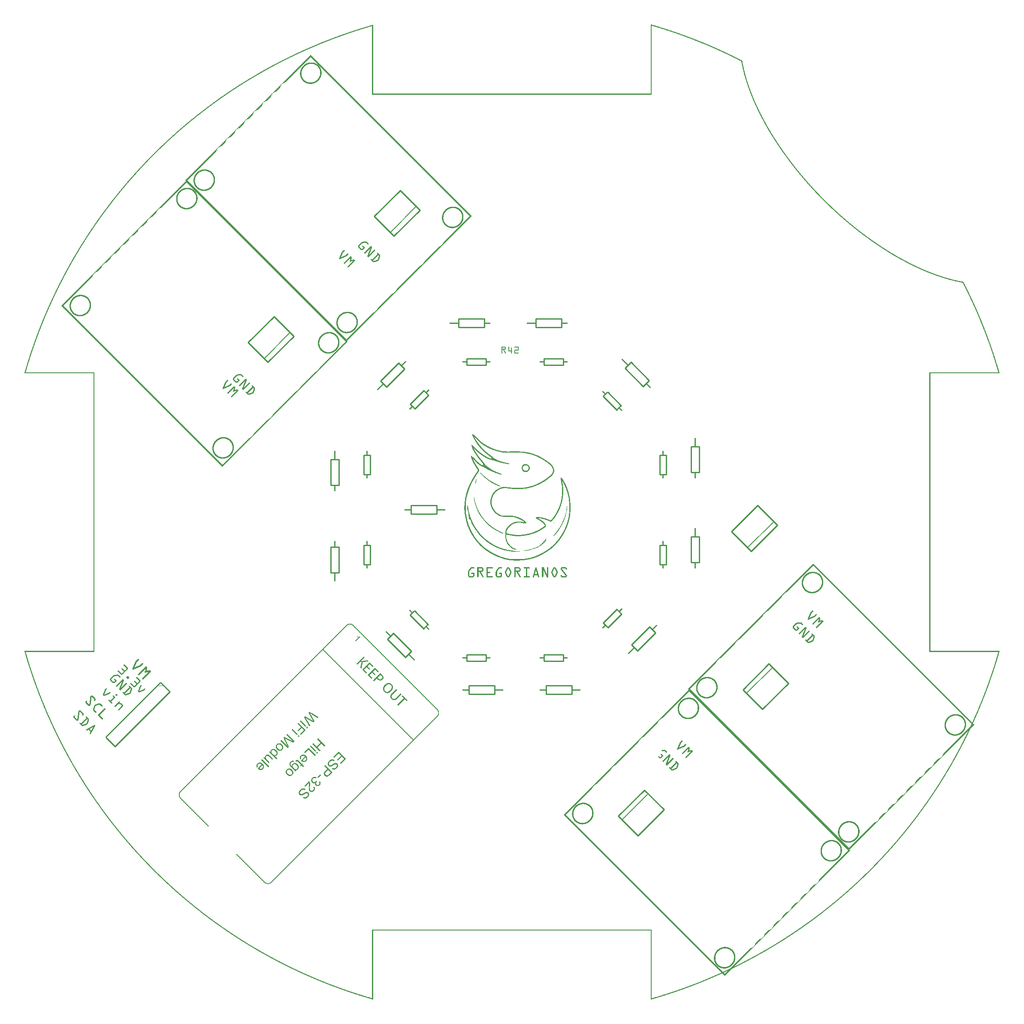
<source format=gto>
G04 MADE WITH FRITZING*
G04 WWW.FRITZING.ORG*
G04 DOUBLE SIDED*
G04 HOLES PLATED*
G04 CONTOUR ON CENTER OF CONTOUR VECTOR*
%ASAXBY*%
%FSLAX23Y23*%
%MOIN*%
%OFA0B0*%
%SFA1.0B1.0*%
%ADD10C,0.010000*%
%ADD11C,0.005000*%
%ADD12R,0.001000X0.001000*%
%LNSILK1*%
G90*
G70*
G54D10*
X5845Y3988D02*
X5643Y3786D01*
D02*
X5643Y3786D02*
X5796Y3633D01*
D02*
X5796Y3633D02*
X5998Y3835D01*
D02*
X5998Y3835D02*
X5845Y3988D01*
G54D11*
D02*
X5768Y3661D02*
X5970Y3863D01*
G54D10*
D02*
X783Y2187D02*
X853Y2117D01*
D02*
X853Y2117D02*
X1278Y2541D01*
D02*
X2835Y3680D02*
X2835Y3530D01*
D02*
X2835Y3530D02*
X2785Y3530D01*
D02*
X2785Y3530D02*
X2785Y3680D01*
D02*
X2785Y3680D02*
X2835Y3680D01*
D02*
X3180Y3169D02*
X3286Y3063D01*
D02*
X3251Y3028D02*
X3145Y3134D01*
D02*
X3585Y2829D02*
X3735Y2829D01*
D02*
X3735Y2829D02*
X3735Y2779D01*
D02*
X3735Y2779D02*
X3585Y2779D01*
D02*
X3585Y2779D02*
X3585Y2829D01*
D02*
X4185Y2829D02*
X4335Y2829D01*
D02*
X4335Y2829D02*
X4335Y2779D01*
D02*
X4335Y2779D02*
X4185Y2779D01*
D02*
X4185Y2779D02*
X4185Y2829D01*
D02*
X4645Y3075D02*
X4752Y3181D01*
D02*
X4787Y3146D02*
X4681Y3039D01*
D02*
X2786Y4229D02*
X2786Y4379D01*
D02*
X2786Y4379D02*
X2836Y4379D01*
D02*
X2836Y4379D02*
X2836Y4229D01*
D02*
X2836Y4229D02*
X2786Y4229D01*
D02*
X5135Y3680D02*
X5135Y3530D01*
D02*
X5135Y3530D02*
X5085Y3530D01*
D02*
X5085Y3530D02*
X5085Y3680D01*
D02*
X5085Y3680D02*
X5135Y3680D01*
D02*
X5135Y4380D02*
X5135Y4230D01*
D02*
X5135Y4230D02*
X5085Y4230D01*
D02*
X5085Y4230D02*
X5085Y4380D01*
D02*
X5085Y4380D02*
X5135Y4380D01*
D02*
X4680Y4869D02*
X4786Y4763D01*
D02*
X4751Y4728D02*
X4645Y4834D01*
D02*
X4185Y5129D02*
X4335Y5129D01*
D02*
X4335Y5129D02*
X4335Y5079D01*
D02*
X4335Y5079D02*
X4185Y5079D01*
D02*
X4185Y5079D02*
X4185Y5129D01*
D02*
X3145Y4775D02*
X3252Y4881D01*
D02*
X3287Y4846D02*
X3181Y4740D01*
D02*
X3585Y5129D02*
X3735Y5129D01*
D02*
X3735Y5129D02*
X3735Y5079D01*
D02*
X3735Y5079D02*
X3585Y5079D01*
D02*
X3585Y5079D02*
X3585Y5129D01*
D02*
X2527Y3464D02*
X2527Y3664D01*
D02*
X2527Y3664D02*
X2593Y3664D01*
D02*
X2593Y3664D02*
X2593Y3464D01*
D02*
X2593Y3464D02*
X2527Y3464D01*
D02*
X4401Y2522D02*
X4201Y2522D01*
D02*
X4201Y2522D02*
X4201Y2588D01*
D02*
X4201Y2588D02*
X4401Y2588D01*
D02*
X4401Y2588D02*
X4401Y2522D01*
D02*
X3801Y2522D02*
X3601Y2522D01*
D02*
X3601Y2522D02*
X3601Y2588D01*
D02*
X3601Y2588D02*
X3801Y2588D01*
D02*
X3801Y2588D02*
X3801Y2522D01*
D02*
X3109Y2809D02*
X2968Y2950D01*
D02*
X2968Y2950D02*
X3015Y2997D01*
D02*
X3015Y2997D02*
X3156Y2856D01*
D02*
X3156Y2856D02*
X3109Y2809D01*
D02*
X4864Y2906D02*
X5006Y3047D01*
D02*
X5006Y3047D02*
X5052Y3000D01*
D02*
X5052Y3000D02*
X4911Y2859D01*
D02*
X4911Y2859D02*
X4864Y2906D01*
D02*
X5393Y3745D02*
X5393Y3545D01*
D02*
X5393Y3545D02*
X5327Y3545D01*
D02*
X5327Y3545D02*
X5327Y3745D01*
D02*
X5327Y3745D02*
X5393Y3745D01*
D02*
X5393Y4445D02*
X5393Y4245D01*
D02*
X5393Y4245D02*
X5327Y4245D01*
D02*
X5327Y4245D02*
X5327Y4445D01*
D02*
X5327Y4445D02*
X5393Y4445D01*
D02*
X4861Y5101D02*
X5002Y4959D01*
D02*
X5002Y4959D02*
X4956Y4913D01*
D02*
X4956Y4913D02*
X4814Y5054D01*
D02*
X4814Y5054D02*
X4861Y5101D01*
D02*
X4120Y5438D02*
X4320Y5438D01*
D02*
X4320Y5438D02*
X4320Y5372D01*
D02*
X4320Y5372D02*
X4120Y5372D01*
D02*
X4120Y5372D02*
X4120Y5438D01*
D02*
X3520Y5438D02*
X3720Y5438D01*
D02*
X3720Y5438D02*
X3720Y5372D01*
D02*
X3720Y5372D02*
X3520Y5372D01*
D02*
X3520Y5372D02*
X3520Y5438D01*
D02*
X2593Y4345D02*
X2593Y4145D01*
D02*
X2593Y4145D02*
X2527Y4145D01*
D02*
X2527Y4145D02*
X2527Y4345D01*
D02*
X2527Y4345D02*
X2593Y4345D01*
D02*
X2914Y4956D02*
X3056Y5097D01*
D02*
X3056Y5097D02*
X3102Y5050D01*
D02*
X3102Y5050D02*
X2961Y4909D01*
D02*
X2961Y4909D02*
X2914Y4956D01*
D02*
X3351Y3922D02*
X3151Y3922D01*
D02*
X3151Y3922D02*
X3151Y3988D01*
D02*
X3151Y3988D02*
X3351Y3988D01*
D02*
X3351Y3988D02*
X3351Y3922D01*
D02*
X4916Y1422D02*
X5118Y1624D01*
D02*
X5118Y1624D02*
X4965Y1777D01*
D02*
X4965Y1777D02*
X4763Y1575D01*
D02*
X4763Y1575D02*
X4916Y1422D01*
G54D11*
D02*
X4994Y1748D02*
X4792Y1546D01*
G54D10*
D02*
X5883Y2404D02*
X6085Y2606D01*
D02*
X6085Y2606D02*
X5933Y2758D01*
D02*
X5933Y2758D02*
X5731Y2556D01*
D02*
X5731Y2556D02*
X5883Y2404D01*
G54D11*
D02*
X5961Y2730D02*
X5759Y2528D01*
G54D10*
D02*
X3068Y6436D02*
X2866Y6234D01*
D02*
X2866Y6234D02*
X3019Y6081D01*
D02*
X3019Y6081D02*
X3221Y6283D01*
D02*
X3221Y6283D02*
X3068Y6436D01*
G54D11*
D02*
X2991Y6109D02*
X3193Y6311D01*
G54D10*
D02*
X2088Y5456D02*
X1886Y5254D01*
D02*
X1886Y5254D02*
X2039Y5101D01*
D02*
X2039Y5101D02*
X2241Y5303D01*
D02*
X2241Y5303D02*
X2088Y5456D01*
G54D11*
D02*
X2011Y5130D02*
X2212Y5332D01*
G54D12*
X5015Y7727D02*
X5015Y7727D01*
X5015Y7726D02*
X5017Y7726D01*
X5015Y7725D02*
X5020Y7725D01*
X5015Y7724D02*
X5023Y7724D01*
X2856Y7723D02*
X2856Y7723D01*
X5015Y7723D02*
X5026Y7723D01*
X2852Y7722D02*
X2856Y7722D01*
X5015Y7722D02*
X5030Y7722D01*
X2849Y7721D02*
X2856Y7721D01*
X5015Y7721D02*
X5033Y7721D01*
X2845Y7720D02*
X2856Y7720D01*
X5015Y7720D02*
X5036Y7720D01*
X2842Y7719D02*
X2856Y7719D01*
X5015Y7719D02*
X5040Y7719D01*
X2838Y7718D02*
X2856Y7718D01*
X5015Y7718D02*
X5043Y7718D01*
X2835Y7717D02*
X2856Y7717D01*
X5015Y7717D02*
X5046Y7717D01*
X2832Y7716D02*
X2856Y7716D01*
X5015Y7716D02*
X5050Y7716D01*
X2828Y7715D02*
X2856Y7715D01*
X5015Y7715D02*
X5022Y7715D01*
X5026Y7715D02*
X5053Y7715D01*
X2825Y7714D02*
X2856Y7714D01*
X5015Y7714D02*
X5022Y7714D01*
X5029Y7714D02*
X5057Y7714D01*
X2821Y7713D02*
X2856Y7713D01*
X5015Y7713D02*
X5022Y7713D01*
X5033Y7713D02*
X5060Y7713D01*
X2818Y7712D02*
X2845Y7712D01*
X2849Y7712D02*
X2856Y7712D01*
X5015Y7712D02*
X5022Y7712D01*
X5036Y7712D02*
X5063Y7712D01*
X2815Y7711D02*
X2842Y7711D01*
X2849Y7711D02*
X2856Y7711D01*
X5015Y7711D02*
X5022Y7711D01*
X5040Y7711D02*
X5067Y7711D01*
X2811Y7710D02*
X2839Y7710D01*
X2849Y7710D02*
X2856Y7710D01*
X5015Y7710D02*
X5022Y7710D01*
X5043Y7710D02*
X5070Y7710D01*
X2808Y7709D02*
X2835Y7709D01*
X2849Y7709D02*
X2856Y7709D01*
X5015Y7709D02*
X5022Y7709D01*
X5046Y7709D02*
X5073Y7709D01*
X2805Y7708D02*
X2832Y7708D01*
X2849Y7708D02*
X2856Y7708D01*
X5015Y7708D02*
X5022Y7708D01*
X5050Y7708D02*
X5076Y7708D01*
X2801Y7707D02*
X2828Y7707D01*
X2849Y7707D02*
X2856Y7707D01*
X5015Y7707D02*
X5022Y7707D01*
X5053Y7707D02*
X5080Y7707D01*
X2798Y7706D02*
X2825Y7706D01*
X2849Y7706D02*
X2856Y7706D01*
X5015Y7706D02*
X5022Y7706D01*
X5056Y7706D02*
X5083Y7706D01*
X2795Y7705D02*
X2821Y7705D01*
X2849Y7705D02*
X2856Y7705D01*
X5015Y7705D02*
X5022Y7705D01*
X5060Y7705D02*
X5086Y7705D01*
X2791Y7704D02*
X2818Y7704D01*
X2849Y7704D02*
X2856Y7704D01*
X5015Y7704D02*
X5022Y7704D01*
X5063Y7704D02*
X5089Y7704D01*
X2788Y7703D02*
X2815Y7703D01*
X2849Y7703D02*
X2856Y7703D01*
X5015Y7703D02*
X5022Y7703D01*
X5066Y7703D02*
X5093Y7703D01*
X2785Y7702D02*
X2811Y7702D01*
X2849Y7702D02*
X2856Y7702D01*
X5015Y7702D02*
X5022Y7702D01*
X5070Y7702D02*
X5096Y7702D01*
X2782Y7701D02*
X2808Y7701D01*
X2849Y7701D02*
X2856Y7701D01*
X5015Y7701D02*
X5022Y7701D01*
X5073Y7701D02*
X5099Y7701D01*
X2778Y7700D02*
X2805Y7700D01*
X2849Y7700D02*
X2856Y7700D01*
X5015Y7700D02*
X5022Y7700D01*
X5076Y7700D02*
X5102Y7700D01*
X2775Y7699D02*
X2801Y7699D01*
X2849Y7699D02*
X2856Y7699D01*
X5015Y7699D02*
X5022Y7699D01*
X5079Y7699D02*
X5105Y7699D01*
X2772Y7698D02*
X2798Y7698D01*
X2849Y7698D02*
X2856Y7698D01*
X5015Y7698D02*
X5022Y7698D01*
X5083Y7698D02*
X5109Y7698D01*
X2769Y7697D02*
X2795Y7697D01*
X2849Y7697D02*
X2856Y7697D01*
X5015Y7697D02*
X5022Y7697D01*
X5086Y7697D02*
X5112Y7697D01*
X2765Y7696D02*
X2791Y7696D01*
X2849Y7696D02*
X2856Y7696D01*
X5015Y7696D02*
X5022Y7696D01*
X5089Y7696D02*
X5115Y7696D01*
X2762Y7695D02*
X2788Y7695D01*
X2849Y7695D02*
X2856Y7695D01*
X5015Y7695D02*
X5022Y7695D01*
X5092Y7695D02*
X5118Y7695D01*
X2759Y7694D02*
X2785Y7694D01*
X2849Y7694D02*
X2856Y7694D01*
X5015Y7694D02*
X5022Y7694D01*
X5096Y7694D02*
X5121Y7694D01*
X2756Y7693D02*
X2782Y7693D01*
X2849Y7693D02*
X2856Y7693D01*
X5015Y7693D02*
X5022Y7693D01*
X5099Y7693D02*
X5124Y7693D01*
X2753Y7692D02*
X2778Y7692D01*
X2849Y7692D02*
X2856Y7692D01*
X5015Y7692D02*
X5022Y7692D01*
X5102Y7692D02*
X5127Y7692D01*
X2749Y7691D02*
X2775Y7691D01*
X2849Y7691D02*
X2856Y7691D01*
X5015Y7691D02*
X5022Y7691D01*
X5105Y7691D02*
X5130Y7691D01*
X2746Y7690D02*
X2772Y7690D01*
X2849Y7690D02*
X2856Y7690D01*
X5015Y7690D02*
X5022Y7690D01*
X5108Y7690D02*
X5134Y7690D01*
X2743Y7689D02*
X2769Y7689D01*
X2849Y7689D02*
X2856Y7689D01*
X5015Y7689D02*
X5022Y7689D01*
X5112Y7689D02*
X5137Y7689D01*
X2740Y7688D02*
X2765Y7688D01*
X2849Y7688D02*
X2856Y7688D01*
X5015Y7688D02*
X5022Y7688D01*
X5115Y7688D02*
X5140Y7688D01*
X2737Y7687D02*
X2762Y7687D01*
X2849Y7687D02*
X2856Y7687D01*
X5015Y7687D02*
X5022Y7687D01*
X5118Y7687D02*
X5143Y7687D01*
X2734Y7686D02*
X2759Y7686D01*
X2849Y7686D02*
X2856Y7686D01*
X5015Y7686D02*
X5022Y7686D01*
X5121Y7686D02*
X5146Y7686D01*
X2730Y7685D02*
X2756Y7685D01*
X2849Y7685D02*
X2856Y7685D01*
X5015Y7685D02*
X5022Y7685D01*
X5124Y7685D02*
X5149Y7685D01*
X2727Y7684D02*
X2753Y7684D01*
X2849Y7684D02*
X2856Y7684D01*
X5015Y7684D02*
X5022Y7684D01*
X5127Y7684D02*
X5152Y7684D01*
X2724Y7683D02*
X2750Y7683D01*
X2849Y7683D02*
X2856Y7683D01*
X5015Y7683D02*
X5022Y7683D01*
X5130Y7683D02*
X5155Y7683D01*
X2721Y7682D02*
X2746Y7682D01*
X2849Y7682D02*
X2856Y7682D01*
X5015Y7682D02*
X5022Y7682D01*
X5133Y7682D02*
X5158Y7682D01*
X2718Y7681D02*
X2743Y7681D01*
X2849Y7681D02*
X2856Y7681D01*
X5015Y7681D02*
X5022Y7681D01*
X5136Y7681D02*
X5161Y7681D01*
X2715Y7680D02*
X2740Y7680D01*
X2849Y7680D02*
X2856Y7680D01*
X5015Y7680D02*
X5022Y7680D01*
X5139Y7680D02*
X5164Y7680D01*
X2712Y7679D02*
X2737Y7679D01*
X2849Y7679D02*
X2856Y7679D01*
X5015Y7679D02*
X5022Y7679D01*
X5143Y7679D02*
X5167Y7679D01*
X2709Y7678D02*
X2734Y7678D01*
X2849Y7678D02*
X2856Y7678D01*
X5015Y7678D02*
X5022Y7678D01*
X5146Y7678D02*
X5170Y7678D01*
X2706Y7677D02*
X2731Y7677D01*
X2849Y7677D02*
X2856Y7677D01*
X5015Y7677D02*
X5022Y7677D01*
X5149Y7677D02*
X5173Y7677D01*
X2703Y7676D02*
X2728Y7676D01*
X2849Y7676D02*
X2856Y7676D01*
X5015Y7676D02*
X5022Y7676D01*
X5152Y7676D02*
X5176Y7676D01*
X2700Y7675D02*
X2725Y7675D01*
X2849Y7675D02*
X2856Y7675D01*
X5015Y7675D02*
X5022Y7675D01*
X5155Y7675D02*
X5179Y7675D01*
X2697Y7674D02*
X2722Y7674D01*
X2849Y7674D02*
X2856Y7674D01*
X5015Y7674D02*
X5022Y7674D01*
X5158Y7674D02*
X5182Y7674D01*
X2694Y7673D02*
X2718Y7673D01*
X2849Y7673D02*
X2856Y7673D01*
X5015Y7673D02*
X5022Y7673D01*
X5161Y7673D02*
X5185Y7673D01*
X2691Y7672D02*
X2715Y7672D01*
X2849Y7672D02*
X2856Y7672D01*
X5015Y7672D02*
X5022Y7672D01*
X5164Y7672D02*
X5188Y7672D01*
X2688Y7671D02*
X2712Y7671D01*
X2849Y7671D02*
X2856Y7671D01*
X5015Y7671D02*
X5022Y7671D01*
X5167Y7671D02*
X5191Y7671D01*
X2685Y7670D02*
X2709Y7670D01*
X2849Y7670D02*
X2856Y7670D01*
X5015Y7670D02*
X5022Y7670D01*
X5170Y7670D02*
X5194Y7670D01*
X2682Y7669D02*
X2706Y7669D01*
X2849Y7669D02*
X2856Y7669D01*
X5015Y7669D02*
X5022Y7669D01*
X5173Y7669D02*
X5197Y7669D01*
X2679Y7668D02*
X2703Y7668D01*
X2849Y7668D02*
X2856Y7668D01*
X5015Y7668D02*
X5022Y7668D01*
X5176Y7668D02*
X5200Y7668D01*
X2676Y7667D02*
X2700Y7667D01*
X2849Y7667D02*
X2856Y7667D01*
X5015Y7667D02*
X5022Y7667D01*
X5179Y7667D02*
X5203Y7667D01*
X2673Y7666D02*
X2697Y7666D01*
X2849Y7666D02*
X2856Y7666D01*
X5015Y7666D02*
X5022Y7666D01*
X5182Y7666D02*
X5206Y7666D01*
X2670Y7665D02*
X2694Y7665D01*
X2849Y7665D02*
X2856Y7665D01*
X5015Y7665D02*
X5022Y7665D01*
X5185Y7665D02*
X5209Y7665D01*
X2667Y7664D02*
X2691Y7664D01*
X2849Y7664D02*
X2856Y7664D01*
X5015Y7664D02*
X5022Y7664D01*
X5188Y7664D02*
X5211Y7664D01*
X2664Y7663D02*
X2688Y7663D01*
X2849Y7663D02*
X2856Y7663D01*
X5015Y7663D02*
X5022Y7663D01*
X5191Y7663D02*
X5214Y7663D01*
X2661Y7662D02*
X2685Y7662D01*
X2849Y7662D02*
X2856Y7662D01*
X5015Y7662D02*
X5022Y7662D01*
X5194Y7662D02*
X5217Y7662D01*
X2658Y7661D02*
X2682Y7661D01*
X2849Y7661D02*
X2856Y7661D01*
X5015Y7661D02*
X5022Y7661D01*
X5197Y7661D02*
X5220Y7661D01*
X2655Y7660D02*
X2679Y7660D01*
X2849Y7660D02*
X2856Y7660D01*
X5015Y7660D02*
X5022Y7660D01*
X5200Y7660D02*
X5223Y7660D01*
X2653Y7659D02*
X2676Y7659D01*
X2849Y7659D02*
X2856Y7659D01*
X5015Y7659D02*
X5022Y7659D01*
X5202Y7659D02*
X5226Y7659D01*
X2650Y7658D02*
X2673Y7658D01*
X2849Y7658D02*
X2856Y7658D01*
X5015Y7658D02*
X5022Y7658D01*
X5205Y7658D02*
X5229Y7658D01*
X2647Y7657D02*
X2670Y7657D01*
X2849Y7657D02*
X2856Y7657D01*
X5015Y7657D02*
X5022Y7657D01*
X5208Y7657D02*
X5231Y7657D01*
X2644Y7656D02*
X2667Y7656D01*
X2849Y7656D02*
X2856Y7656D01*
X5015Y7656D02*
X5022Y7656D01*
X5211Y7656D02*
X5234Y7656D01*
X2641Y7655D02*
X2664Y7655D01*
X2849Y7655D02*
X2856Y7655D01*
X5015Y7655D02*
X5022Y7655D01*
X5214Y7655D02*
X5237Y7655D01*
X2638Y7654D02*
X2662Y7654D01*
X2849Y7654D02*
X2856Y7654D01*
X5015Y7654D02*
X5022Y7654D01*
X5217Y7654D02*
X5240Y7654D01*
X2635Y7653D02*
X2659Y7653D01*
X2849Y7653D02*
X2856Y7653D01*
X5015Y7653D02*
X5022Y7653D01*
X5220Y7653D02*
X5243Y7653D01*
X2632Y7652D02*
X2656Y7652D01*
X2849Y7652D02*
X2856Y7652D01*
X5015Y7652D02*
X5022Y7652D01*
X5222Y7652D02*
X5246Y7652D01*
X2630Y7651D02*
X2653Y7651D01*
X2849Y7651D02*
X2856Y7651D01*
X5015Y7651D02*
X5022Y7651D01*
X5225Y7651D02*
X5248Y7651D01*
X2627Y7650D02*
X2650Y7650D01*
X2849Y7650D02*
X2856Y7650D01*
X5015Y7650D02*
X5022Y7650D01*
X5228Y7650D02*
X5251Y7650D01*
X2624Y7649D02*
X2647Y7649D01*
X2849Y7649D02*
X2856Y7649D01*
X5015Y7649D02*
X5022Y7649D01*
X5231Y7649D02*
X5254Y7649D01*
X2621Y7648D02*
X2644Y7648D01*
X2849Y7648D02*
X2856Y7648D01*
X5015Y7648D02*
X5022Y7648D01*
X5234Y7648D02*
X5257Y7648D01*
X2618Y7647D02*
X2641Y7647D01*
X2849Y7647D02*
X2856Y7647D01*
X5015Y7647D02*
X5022Y7647D01*
X5237Y7647D02*
X5259Y7647D01*
X2615Y7646D02*
X2638Y7646D01*
X2849Y7646D02*
X2856Y7646D01*
X5015Y7646D02*
X5022Y7646D01*
X5240Y7646D02*
X5262Y7646D01*
X2613Y7645D02*
X2636Y7645D01*
X2849Y7645D02*
X2856Y7645D01*
X5015Y7645D02*
X5022Y7645D01*
X5243Y7645D02*
X5265Y7645D01*
X2610Y7644D02*
X2633Y7644D01*
X2849Y7644D02*
X2856Y7644D01*
X5015Y7644D02*
X5022Y7644D01*
X5245Y7644D02*
X5268Y7644D01*
X2607Y7643D02*
X2630Y7643D01*
X2849Y7643D02*
X2856Y7643D01*
X5015Y7643D02*
X5022Y7643D01*
X5248Y7643D02*
X5271Y7643D01*
X2604Y7642D02*
X2627Y7642D01*
X2849Y7642D02*
X2856Y7642D01*
X5015Y7642D02*
X5022Y7642D01*
X5251Y7642D02*
X5273Y7642D01*
X2601Y7641D02*
X2624Y7641D01*
X2849Y7641D02*
X2856Y7641D01*
X5015Y7641D02*
X5022Y7641D01*
X5254Y7641D02*
X5276Y7641D01*
X2599Y7640D02*
X2621Y7640D01*
X2849Y7640D02*
X2856Y7640D01*
X5015Y7640D02*
X5022Y7640D01*
X5256Y7640D02*
X5279Y7640D01*
X2596Y7639D02*
X2619Y7639D01*
X2849Y7639D02*
X2856Y7639D01*
X5015Y7639D02*
X5022Y7639D01*
X5259Y7639D02*
X5282Y7639D01*
X2593Y7638D02*
X2616Y7638D01*
X2849Y7638D02*
X2856Y7638D01*
X5015Y7638D02*
X5022Y7638D01*
X5262Y7638D02*
X5284Y7638D01*
X2590Y7637D02*
X2613Y7637D01*
X2849Y7637D02*
X2856Y7637D01*
X5015Y7637D02*
X5022Y7637D01*
X5265Y7637D02*
X5287Y7637D01*
X2588Y7636D02*
X2610Y7636D01*
X2849Y7636D02*
X2856Y7636D01*
X5015Y7636D02*
X5022Y7636D01*
X5267Y7636D02*
X5290Y7636D01*
X2585Y7635D02*
X2607Y7635D01*
X2849Y7635D02*
X2856Y7635D01*
X5015Y7635D02*
X5022Y7635D01*
X5270Y7635D02*
X5292Y7635D01*
X2582Y7634D02*
X2605Y7634D01*
X2849Y7634D02*
X2856Y7634D01*
X5015Y7634D02*
X5022Y7634D01*
X5273Y7634D02*
X5295Y7634D01*
X2579Y7633D02*
X2602Y7633D01*
X2849Y7633D02*
X2856Y7633D01*
X5015Y7633D02*
X5022Y7633D01*
X5276Y7633D02*
X5298Y7633D01*
X2577Y7632D02*
X2599Y7632D01*
X2849Y7632D02*
X2856Y7632D01*
X5015Y7632D02*
X5022Y7632D01*
X5278Y7632D02*
X5300Y7632D01*
X2574Y7631D02*
X2596Y7631D01*
X2849Y7631D02*
X2856Y7631D01*
X5015Y7631D02*
X5022Y7631D01*
X5281Y7631D02*
X5303Y7631D01*
X2571Y7630D02*
X2594Y7630D01*
X2849Y7630D02*
X2856Y7630D01*
X5015Y7630D02*
X5022Y7630D01*
X5284Y7630D02*
X5306Y7630D01*
X2569Y7629D02*
X2591Y7629D01*
X2849Y7629D02*
X2856Y7629D01*
X5015Y7629D02*
X5022Y7629D01*
X5287Y7629D02*
X5308Y7629D01*
X2566Y7628D02*
X2588Y7628D01*
X2849Y7628D02*
X2856Y7628D01*
X5015Y7628D02*
X5022Y7628D01*
X5289Y7628D02*
X5311Y7628D01*
X2563Y7627D02*
X2585Y7627D01*
X2849Y7627D02*
X2856Y7627D01*
X5015Y7627D02*
X5022Y7627D01*
X5292Y7627D02*
X5314Y7627D01*
X2561Y7626D02*
X2582Y7626D01*
X2849Y7626D02*
X2856Y7626D01*
X5015Y7626D02*
X5022Y7626D01*
X5295Y7626D02*
X5316Y7626D01*
X2558Y7625D02*
X2580Y7625D01*
X2849Y7625D02*
X2856Y7625D01*
X5015Y7625D02*
X5022Y7625D01*
X5297Y7625D02*
X5319Y7625D01*
X2555Y7624D02*
X2577Y7624D01*
X2849Y7624D02*
X2856Y7624D01*
X5015Y7624D02*
X5022Y7624D01*
X5300Y7624D02*
X5322Y7624D01*
X2552Y7623D02*
X2574Y7623D01*
X2849Y7623D02*
X2856Y7623D01*
X5015Y7623D02*
X5022Y7623D01*
X5303Y7623D02*
X5324Y7623D01*
X2550Y7622D02*
X2572Y7622D01*
X2849Y7622D02*
X2856Y7622D01*
X5015Y7622D02*
X5022Y7622D01*
X5305Y7622D02*
X5327Y7622D01*
X2547Y7621D02*
X2569Y7621D01*
X2849Y7621D02*
X2856Y7621D01*
X5015Y7621D02*
X5022Y7621D01*
X5308Y7621D02*
X5330Y7621D01*
X2545Y7620D02*
X2566Y7620D01*
X2849Y7620D02*
X2856Y7620D01*
X5015Y7620D02*
X5022Y7620D01*
X5311Y7620D02*
X5332Y7620D01*
X2542Y7619D02*
X2564Y7619D01*
X2849Y7619D02*
X2856Y7619D01*
X5015Y7619D02*
X5022Y7619D01*
X5313Y7619D02*
X5335Y7619D01*
X2539Y7618D02*
X2561Y7618D01*
X2849Y7618D02*
X2856Y7618D01*
X5015Y7618D02*
X5022Y7618D01*
X5316Y7618D02*
X5337Y7618D01*
X2537Y7617D02*
X2558Y7617D01*
X2849Y7617D02*
X2856Y7617D01*
X5015Y7617D02*
X5022Y7617D01*
X5319Y7617D02*
X5340Y7617D01*
X2534Y7616D02*
X2555Y7616D01*
X2849Y7616D02*
X2856Y7616D01*
X5015Y7616D02*
X5022Y7616D01*
X5321Y7616D02*
X5343Y7616D01*
X2531Y7615D02*
X2553Y7615D01*
X2849Y7615D02*
X2856Y7615D01*
X5015Y7615D02*
X5022Y7615D01*
X5324Y7615D02*
X5345Y7615D01*
X2529Y7614D02*
X2550Y7614D01*
X2849Y7614D02*
X2856Y7614D01*
X5015Y7614D02*
X5022Y7614D01*
X5327Y7614D02*
X5348Y7614D01*
X2526Y7613D02*
X2548Y7613D01*
X2849Y7613D02*
X2856Y7613D01*
X5015Y7613D02*
X5022Y7613D01*
X5329Y7613D02*
X5350Y7613D01*
X2523Y7612D02*
X2545Y7612D01*
X2849Y7612D02*
X2856Y7612D01*
X5015Y7612D02*
X5022Y7612D01*
X5332Y7612D02*
X5353Y7612D01*
X2521Y7611D02*
X2542Y7611D01*
X2849Y7611D02*
X2856Y7611D01*
X5015Y7611D02*
X5022Y7611D01*
X5334Y7611D02*
X5355Y7611D01*
X2518Y7610D02*
X2540Y7610D01*
X2849Y7610D02*
X2856Y7610D01*
X5015Y7610D02*
X5022Y7610D01*
X5337Y7610D02*
X5358Y7610D01*
X2516Y7609D02*
X2537Y7609D01*
X2849Y7609D02*
X2856Y7609D01*
X5015Y7609D02*
X5022Y7609D01*
X5340Y7609D02*
X5361Y7609D01*
X2513Y7608D02*
X2534Y7608D01*
X2849Y7608D02*
X2856Y7608D01*
X5015Y7608D02*
X5022Y7608D01*
X5342Y7608D02*
X5363Y7608D01*
X2511Y7607D02*
X2532Y7607D01*
X2849Y7607D02*
X2856Y7607D01*
X5015Y7607D02*
X5022Y7607D01*
X5345Y7607D02*
X5366Y7607D01*
X2508Y7606D02*
X2529Y7606D01*
X2849Y7606D02*
X2856Y7606D01*
X5015Y7606D02*
X5022Y7606D01*
X5347Y7606D02*
X5368Y7606D01*
X2505Y7605D02*
X2527Y7605D01*
X2849Y7605D02*
X2856Y7605D01*
X5015Y7605D02*
X5022Y7605D01*
X5350Y7605D02*
X5371Y7605D01*
X2503Y7604D02*
X2524Y7604D01*
X2849Y7604D02*
X2856Y7604D01*
X5015Y7604D02*
X5022Y7604D01*
X5352Y7604D02*
X5373Y7604D01*
X2500Y7603D02*
X2521Y7603D01*
X2849Y7603D02*
X2856Y7603D01*
X5015Y7603D02*
X5022Y7603D01*
X5355Y7603D02*
X5376Y7603D01*
X2498Y7602D02*
X2519Y7602D01*
X2849Y7602D02*
X2856Y7602D01*
X5015Y7602D02*
X5022Y7602D01*
X5357Y7602D02*
X5378Y7602D01*
X2495Y7601D02*
X2516Y7601D01*
X2849Y7601D02*
X2856Y7601D01*
X5015Y7601D02*
X5022Y7601D01*
X5360Y7601D02*
X5381Y7601D01*
X2493Y7600D02*
X2514Y7600D01*
X2849Y7600D02*
X2856Y7600D01*
X5015Y7600D02*
X5022Y7600D01*
X5363Y7600D02*
X5383Y7600D01*
X2490Y7599D02*
X2511Y7599D01*
X2849Y7599D02*
X2856Y7599D01*
X5015Y7599D02*
X5022Y7599D01*
X5365Y7599D02*
X5386Y7599D01*
X2488Y7598D02*
X2508Y7598D01*
X2849Y7598D02*
X2856Y7598D01*
X5015Y7598D02*
X5022Y7598D01*
X5368Y7598D02*
X5388Y7598D01*
X2485Y7597D02*
X2506Y7597D01*
X2849Y7597D02*
X2856Y7597D01*
X5015Y7597D02*
X5022Y7597D01*
X5370Y7597D02*
X5391Y7597D01*
X2483Y7596D02*
X2503Y7596D01*
X2849Y7596D02*
X2856Y7596D01*
X5015Y7596D02*
X5022Y7596D01*
X5373Y7596D02*
X5393Y7596D01*
X2480Y7595D02*
X2501Y7595D01*
X2849Y7595D02*
X2856Y7595D01*
X5015Y7595D02*
X5022Y7595D01*
X5375Y7595D02*
X5396Y7595D01*
X2478Y7594D02*
X2498Y7594D01*
X2849Y7594D02*
X2856Y7594D01*
X5015Y7594D02*
X5022Y7594D01*
X5378Y7594D02*
X5398Y7594D01*
X2475Y7593D02*
X2496Y7593D01*
X2849Y7593D02*
X2856Y7593D01*
X5015Y7593D02*
X5022Y7593D01*
X5380Y7593D02*
X5401Y7593D01*
X2473Y7592D02*
X2493Y7592D01*
X2849Y7592D02*
X2856Y7592D01*
X5015Y7592D02*
X5022Y7592D01*
X5383Y7592D02*
X5403Y7592D01*
X2470Y7591D02*
X2491Y7591D01*
X2849Y7591D02*
X2856Y7591D01*
X5015Y7591D02*
X5022Y7591D01*
X5385Y7591D02*
X5406Y7591D01*
X2467Y7590D02*
X2488Y7590D01*
X2849Y7590D02*
X2856Y7590D01*
X5015Y7590D02*
X5022Y7590D01*
X5388Y7590D02*
X5408Y7590D01*
X2465Y7589D02*
X2486Y7589D01*
X2849Y7589D02*
X2856Y7589D01*
X5015Y7589D02*
X5022Y7589D01*
X5390Y7589D02*
X5411Y7589D01*
X2462Y7588D02*
X2483Y7588D01*
X2849Y7588D02*
X2856Y7588D01*
X5015Y7588D02*
X5022Y7588D01*
X5393Y7588D02*
X5413Y7588D01*
X2460Y7587D02*
X2481Y7587D01*
X2849Y7587D02*
X2856Y7587D01*
X5015Y7587D02*
X5022Y7587D01*
X5395Y7587D02*
X5416Y7587D01*
X2458Y7586D02*
X2478Y7586D01*
X2849Y7586D02*
X2856Y7586D01*
X5015Y7586D02*
X5022Y7586D01*
X5398Y7586D02*
X5418Y7586D01*
X2455Y7585D02*
X2476Y7585D01*
X2849Y7585D02*
X2856Y7585D01*
X5015Y7585D02*
X5022Y7585D01*
X5400Y7585D02*
X5421Y7585D01*
X2453Y7584D02*
X2473Y7584D01*
X2849Y7584D02*
X2856Y7584D01*
X5015Y7584D02*
X5022Y7584D01*
X5403Y7584D02*
X5423Y7584D01*
X2450Y7583D02*
X2470Y7583D01*
X2849Y7583D02*
X2856Y7583D01*
X5015Y7583D02*
X5022Y7583D01*
X5405Y7583D02*
X5425Y7583D01*
X2448Y7582D02*
X2468Y7582D01*
X2849Y7582D02*
X2856Y7582D01*
X5015Y7582D02*
X5022Y7582D01*
X5408Y7582D02*
X5428Y7582D01*
X2445Y7581D02*
X2465Y7581D01*
X2849Y7581D02*
X2856Y7581D01*
X5015Y7581D02*
X5022Y7581D01*
X5410Y7581D02*
X5430Y7581D01*
X2443Y7580D02*
X2463Y7580D01*
X2849Y7580D02*
X2856Y7580D01*
X5015Y7580D02*
X5022Y7580D01*
X5413Y7580D02*
X5433Y7580D01*
X2440Y7579D02*
X2461Y7579D01*
X2849Y7579D02*
X2856Y7579D01*
X5015Y7579D02*
X5022Y7579D01*
X5415Y7579D02*
X5435Y7579D01*
X2438Y7578D02*
X2458Y7578D01*
X2849Y7578D02*
X2856Y7578D01*
X5015Y7578D02*
X5022Y7578D01*
X5418Y7578D02*
X5437Y7578D01*
X2436Y7577D02*
X2456Y7577D01*
X2849Y7577D02*
X2856Y7577D01*
X5015Y7577D02*
X5022Y7577D01*
X5420Y7577D02*
X5440Y7577D01*
X2433Y7576D02*
X2453Y7576D01*
X2849Y7576D02*
X2856Y7576D01*
X5015Y7576D02*
X5022Y7576D01*
X5422Y7576D02*
X5442Y7576D01*
X2431Y7575D02*
X2451Y7575D01*
X2849Y7575D02*
X2856Y7575D01*
X5015Y7575D02*
X5022Y7575D01*
X5425Y7575D02*
X5444Y7575D01*
X2428Y7574D02*
X2448Y7574D01*
X2849Y7574D02*
X2856Y7574D01*
X5015Y7574D02*
X5022Y7574D01*
X5427Y7574D02*
X5447Y7574D01*
X2426Y7573D02*
X2446Y7573D01*
X2849Y7573D02*
X2856Y7573D01*
X5015Y7573D02*
X5022Y7573D01*
X5430Y7573D02*
X5449Y7573D01*
X2424Y7572D02*
X2443Y7572D01*
X2849Y7572D02*
X2856Y7572D01*
X5015Y7572D02*
X5022Y7572D01*
X5432Y7572D02*
X5452Y7572D01*
X2421Y7571D02*
X2441Y7571D01*
X2849Y7571D02*
X2856Y7571D01*
X5015Y7571D02*
X5022Y7571D01*
X5434Y7571D02*
X5454Y7571D01*
X2419Y7570D02*
X2438Y7570D01*
X2849Y7570D02*
X2856Y7570D01*
X5015Y7570D02*
X5022Y7570D01*
X5437Y7570D02*
X5456Y7570D01*
X2416Y7569D02*
X2436Y7569D01*
X2849Y7569D02*
X2856Y7569D01*
X5015Y7569D02*
X5022Y7569D01*
X5439Y7569D02*
X5459Y7569D01*
X2414Y7568D02*
X2434Y7568D01*
X2849Y7568D02*
X2856Y7568D01*
X5015Y7568D02*
X5022Y7568D01*
X5441Y7568D02*
X5461Y7568D01*
X2412Y7567D02*
X2431Y7567D01*
X2849Y7567D02*
X2856Y7567D01*
X5015Y7567D02*
X5022Y7567D01*
X5444Y7567D02*
X5464Y7567D01*
X2409Y7566D02*
X2429Y7566D01*
X2849Y7566D02*
X2856Y7566D01*
X5015Y7566D02*
X5022Y7566D01*
X5446Y7566D02*
X5466Y7566D01*
X2407Y7565D02*
X2426Y7565D01*
X2849Y7565D02*
X2856Y7565D01*
X5015Y7565D02*
X5022Y7565D01*
X5449Y7565D02*
X5468Y7565D01*
X2404Y7564D02*
X2424Y7564D01*
X2849Y7564D02*
X2856Y7564D01*
X5015Y7564D02*
X5022Y7564D01*
X5451Y7564D02*
X5471Y7564D01*
X2402Y7563D02*
X2422Y7563D01*
X2849Y7563D02*
X2856Y7563D01*
X5015Y7563D02*
X5022Y7563D01*
X5453Y7563D02*
X5473Y7563D01*
X2400Y7562D02*
X2419Y7562D01*
X2849Y7562D02*
X2856Y7562D01*
X5015Y7562D02*
X5022Y7562D01*
X5456Y7562D02*
X5475Y7562D01*
X2397Y7561D02*
X2417Y7561D01*
X2849Y7561D02*
X2856Y7561D01*
X5015Y7561D02*
X5022Y7561D01*
X5458Y7561D02*
X5478Y7561D01*
X2395Y7560D02*
X2414Y7560D01*
X2849Y7560D02*
X2856Y7560D01*
X5015Y7560D02*
X5022Y7560D01*
X5461Y7560D02*
X5480Y7560D01*
X2393Y7559D02*
X2412Y7559D01*
X2849Y7559D02*
X2856Y7559D01*
X5015Y7559D02*
X5022Y7559D01*
X5463Y7559D02*
X5482Y7559D01*
X2390Y7558D02*
X2410Y7558D01*
X2849Y7558D02*
X2856Y7558D01*
X5015Y7558D02*
X5022Y7558D01*
X5465Y7558D02*
X5484Y7558D01*
X2388Y7557D02*
X2407Y7557D01*
X2849Y7557D02*
X2856Y7557D01*
X5015Y7557D02*
X5022Y7557D01*
X5468Y7557D02*
X5487Y7557D01*
X2386Y7556D02*
X2405Y7556D01*
X2849Y7556D02*
X2856Y7556D01*
X5015Y7556D02*
X5022Y7556D01*
X5470Y7556D02*
X5489Y7556D01*
X2383Y7555D02*
X2403Y7555D01*
X2849Y7555D02*
X2856Y7555D01*
X5015Y7555D02*
X5022Y7555D01*
X5472Y7555D02*
X5491Y7555D01*
X2381Y7554D02*
X2400Y7554D01*
X2849Y7554D02*
X2856Y7554D01*
X5015Y7554D02*
X5022Y7554D01*
X5475Y7554D02*
X5494Y7554D01*
X2379Y7553D02*
X2398Y7553D01*
X2849Y7553D02*
X2856Y7553D01*
X5015Y7553D02*
X5022Y7553D01*
X5477Y7553D02*
X5496Y7553D01*
X2376Y7552D02*
X2396Y7552D01*
X2849Y7552D02*
X2856Y7552D01*
X5015Y7552D02*
X5022Y7552D01*
X5479Y7552D02*
X5498Y7552D01*
X2374Y7551D02*
X2393Y7551D01*
X2849Y7551D02*
X2856Y7551D01*
X5015Y7551D02*
X5022Y7551D01*
X5482Y7551D02*
X5501Y7551D01*
X2372Y7550D02*
X2391Y7550D01*
X2849Y7550D02*
X2856Y7550D01*
X5015Y7550D02*
X5022Y7550D01*
X5484Y7550D02*
X5503Y7550D01*
X2369Y7549D02*
X2388Y7549D01*
X2849Y7549D02*
X2856Y7549D01*
X5015Y7549D02*
X5022Y7549D01*
X5486Y7549D02*
X5505Y7549D01*
X2367Y7548D02*
X2386Y7548D01*
X2849Y7548D02*
X2856Y7548D01*
X5015Y7548D02*
X5022Y7548D01*
X5488Y7548D02*
X5508Y7548D01*
X2365Y7547D02*
X2384Y7547D01*
X2849Y7547D02*
X2856Y7547D01*
X5015Y7547D02*
X5022Y7547D01*
X5491Y7547D02*
X5510Y7547D01*
X2362Y7546D02*
X2381Y7546D01*
X2849Y7546D02*
X2856Y7546D01*
X5015Y7546D02*
X5022Y7546D01*
X5493Y7546D02*
X5512Y7546D01*
X2360Y7545D02*
X2379Y7545D01*
X2849Y7545D02*
X2856Y7545D01*
X5015Y7545D02*
X5022Y7545D01*
X5495Y7545D02*
X5514Y7545D01*
X2358Y7544D02*
X2377Y7544D01*
X2849Y7544D02*
X2856Y7544D01*
X5015Y7544D02*
X5022Y7544D01*
X5498Y7544D02*
X5517Y7544D01*
X2356Y7543D02*
X2375Y7543D01*
X2849Y7543D02*
X2856Y7543D01*
X5015Y7543D02*
X5022Y7543D01*
X5500Y7543D02*
X5519Y7543D01*
X2353Y7542D02*
X2372Y7542D01*
X2849Y7542D02*
X2856Y7542D01*
X5015Y7542D02*
X5022Y7542D01*
X5502Y7542D02*
X5521Y7542D01*
X2351Y7541D02*
X2370Y7541D01*
X2849Y7541D02*
X2856Y7541D01*
X5015Y7541D02*
X5022Y7541D01*
X5505Y7541D02*
X5523Y7541D01*
X2349Y7540D02*
X2368Y7540D01*
X2849Y7540D02*
X2856Y7540D01*
X5015Y7540D02*
X5022Y7540D01*
X5507Y7540D02*
X5526Y7540D01*
X2346Y7539D02*
X2365Y7539D01*
X2849Y7539D02*
X2856Y7539D01*
X5015Y7539D02*
X5022Y7539D01*
X5509Y7539D02*
X5528Y7539D01*
X2344Y7538D02*
X2363Y7538D01*
X2849Y7538D02*
X2856Y7538D01*
X5015Y7538D02*
X5022Y7538D01*
X5511Y7538D02*
X5530Y7538D01*
X2342Y7537D02*
X2361Y7537D01*
X2849Y7537D02*
X2856Y7537D01*
X5015Y7537D02*
X5022Y7537D01*
X5514Y7537D02*
X5532Y7537D01*
X2340Y7536D02*
X2358Y7536D01*
X2849Y7536D02*
X2856Y7536D01*
X5015Y7536D02*
X5022Y7536D01*
X5516Y7536D02*
X5535Y7536D01*
X2337Y7535D02*
X2356Y7535D01*
X2849Y7535D02*
X2856Y7535D01*
X5015Y7535D02*
X5022Y7535D01*
X5518Y7535D02*
X5537Y7535D01*
X2335Y7534D02*
X2354Y7534D01*
X2849Y7534D02*
X2856Y7534D01*
X5015Y7534D02*
X5022Y7534D01*
X5520Y7534D02*
X5539Y7534D01*
X2333Y7533D02*
X2352Y7533D01*
X2849Y7533D02*
X2856Y7533D01*
X5015Y7533D02*
X5022Y7533D01*
X5523Y7533D02*
X5541Y7533D01*
X2331Y7532D02*
X2349Y7532D01*
X2849Y7532D02*
X2856Y7532D01*
X5015Y7532D02*
X5022Y7532D01*
X5525Y7532D02*
X5543Y7532D01*
X2328Y7531D02*
X2347Y7531D01*
X2849Y7531D02*
X2856Y7531D01*
X5015Y7531D02*
X5022Y7531D01*
X5527Y7531D02*
X5546Y7531D01*
X2326Y7530D02*
X2345Y7530D01*
X2849Y7530D02*
X2856Y7530D01*
X5015Y7530D02*
X5022Y7530D01*
X5529Y7530D02*
X5548Y7530D01*
X2324Y7529D02*
X2343Y7529D01*
X2849Y7529D02*
X2856Y7529D01*
X5015Y7529D02*
X5022Y7529D01*
X5532Y7529D02*
X5550Y7529D01*
X2322Y7528D02*
X2340Y7528D01*
X2849Y7528D02*
X2856Y7528D01*
X5015Y7528D02*
X5022Y7528D01*
X5534Y7528D02*
X5552Y7528D01*
X2320Y7527D02*
X2338Y7527D01*
X2849Y7527D02*
X2856Y7527D01*
X5015Y7527D02*
X5022Y7527D01*
X5536Y7527D02*
X5555Y7527D01*
X2317Y7526D02*
X2336Y7526D01*
X2849Y7526D02*
X2856Y7526D01*
X5015Y7526D02*
X5022Y7526D01*
X5538Y7526D02*
X5557Y7526D01*
X2315Y7525D02*
X2334Y7525D01*
X2849Y7525D02*
X2856Y7525D01*
X5015Y7525D02*
X5022Y7525D01*
X5541Y7525D02*
X5559Y7525D01*
X2313Y7524D02*
X2331Y7524D01*
X2849Y7524D02*
X2856Y7524D01*
X5015Y7524D02*
X5022Y7524D01*
X5543Y7524D02*
X5561Y7524D01*
X2311Y7523D02*
X2329Y7523D01*
X2849Y7523D02*
X2856Y7523D01*
X5015Y7523D02*
X5022Y7523D01*
X5545Y7523D02*
X5563Y7523D01*
X2309Y7522D02*
X2327Y7522D01*
X2849Y7522D02*
X2856Y7522D01*
X5015Y7522D02*
X5022Y7522D01*
X5547Y7522D02*
X5565Y7522D01*
X2306Y7521D02*
X2325Y7521D01*
X2849Y7521D02*
X2856Y7521D01*
X5015Y7521D02*
X5022Y7521D01*
X5549Y7521D02*
X5568Y7521D01*
X2304Y7520D02*
X2322Y7520D01*
X2849Y7520D02*
X2856Y7520D01*
X5015Y7520D02*
X5022Y7520D01*
X5552Y7520D02*
X5570Y7520D01*
X2302Y7519D02*
X2320Y7519D01*
X2849Y7519D02*
X2856Y7519D01*
X5015Y7519D02*
X5022Y7519D01*
X5554Y7519D02*
X5572Y7519D01*
X2300Y7518D02*
X2318Y7518D01*
X2849Y7518D02*
X2856Y7518D01*
X5015Y7518D02*
X5022Y7518D01*
X5556Y7518D02*
X5574Y7518D01*
X2298Y7517D02*
X2316Y7517D01*
X2849Y7517D02*
X2856Y7517D01*
X5015Y7517D02*
X5022Y7517D01*
X5558Y7517D02*
X5576Y7517D01*
X2295Y7516D02*
X2314Y7516D01*
X2849Y7516D02*
X2856Y7516D01*
X5015Y7516D02*
X5022Y7516D01*
X5560Y7516D02*
X5578Y7516D01*
X2293Y7515D02*
X2311Y7515D01*
X2849Y7515D02*
X2856Y7515D01*
X5015Y7515D02*
X5022Y7515D01*
X5563Y7515D02*
X5581Y7515D01*
X2291Y7514D02*
X2309Y7514D01*
X2849Y7514D02*
X2856Y7514D01*
X5015Y7514D02*
X5022Y7514D01*
X5565Y7514D02*
X5583Y7514D01*
X2289Y7513D02*
X2307Y7513D01*
X2849Y7513D02*
X2856Y7513D01*
X5015Y7513D02*
X5022Y7513D01*
X5567Y7513D02*
X5585Y7513D01*
X2287Y7512D02*
X2305Y7512D01*
X2849Y7512D02*
X2856Y7512D01*
X5015Y7512D02*
X5022Y7512D01*
X5569Y7512D02*
X5587Y7512D01*
X2284Y7511D02*
X2303Y7511D01*
X2849Y7511D02*
X2856Y7511D01*
X5015Y7511D02*
X5022Y7511D01*
X5571Y7511D02*
X5589Y7511D01*
X2282Y7510D02*
X2301Y7510D01*
X2849Y7510D02*
X2856Y7510D01*
X5015Y7510D02*
X5022Y7510D01*
X5573Y7510D02*
X5591Y7510D01*
X2280Y7509D02*
X2298Y7509D01*
X2849Y7509D02*
X2856Y7509D01*
X5015Y7509D02*
X5022Y7509D01*
X5576Y7509D02*
X5594Y7509D01*
X2278Y7508D02*
X2296Y7508D01*
X2849Y7508D02*
X2856Y7508D01*
X5015Y7508D02*
X5022Y7508D01*
X5578Y7508D02*
X5596Y7508D01*
X2276Y7507D02*
X2294Y7507D01*
X2849Y7507D02*
X2856Y7507D01*
X5015Y7507D02*
X5022Y7507D01*
X5580Y7507D02*
X5598Y7507D01*
X2274Y7506D02*
X2292Y7506D01*
X2849Y7506D02*
X2856Y7506D01*
X5015Y7506D02*
X5022Y7506D01*
X5582Y7506D02*
X5600Y7506D01*
X2272Y7505D02*
X2290Y7505D01*
X2849Y7505D02*
X2856Y7505D01*
X5015Y7505D02*
X5022Y7505D01*
X5584Y7505D02*
X5602Y7505D01*
X2269Y7504D02*
X2288Y7504D01*
X2849Y7504D02*
X2856Y7504D01*
X5015Y7504D02*
X5022Y7504D01*
X5586Y7504D02*
X5604Y7504D01*
X2267Y7503D02*
X2285Y7503D01*
X2849Y7503D02*
X2856Y7503D01*
X5015Y7503D02*
X5022Y7503D01*
X5589Y7503D02*
X5606Y7503D01*
X2265Y7502D02*
X2283Y7502D01*
X2849Y7502D02*
X2856Y7502D01*
X5015Y7502D02*
X5022Y7502D01*
X5591Y7502D02*
X5608Y7502D01*
X2263Y7501D02*
X2281Y7501D01*
X2849Y7501D02*
X2856Y7501D01*
X5015Y7501D02*
X5022Y7501D01*
X5593Y7501D02*
X5610Y7501D01*
X2261Y7500D02*
X2279Y7500D01*
X2849Y7500D02*
X2856Y7500D01*
X5015Y7500D02*
X5022Y7500D01*
X5595Y7500D02*
X5613Y7500D01*
X2259Y7499D02*
X2277Y7499D01*
X2849Y7499D02*
X2856Y7499D01*
X5015Y7499D02*
X5022Y7499D01*
X5597Y7499D02*
X5615Y7499D01*
X2257Y7498D02*
X2274Y7498D01*
X2849Y7498D02*
X2856Y7498D01*
X5015Y7498D02*
X5022Y7498D01*
X5599Y7498D02*
X5617Y7498D01*
X2255Y7497D02*
X2272Y7497D01*
X2849Y7497D02*
X2856Y7497D01*
X5015Y7497D02*
X5022Y7497D01*
X5601Y7497D02*
X5619Y7497D01*
X2253Y7496D02*
X2270Y7496D01*
X2849Y7496D02*
X2856Y7496D01*
X5015Y7496D02*
X5022Y7496D01*
X5603Y7496D02*
X5621Y7496D01*
X2250Y7495D02*
X2268Y7495D01*
X2849Y7495D02*
X2856Y7495D01*
X5015Y7495D02*
X5022Y7495D01*
X5605Y7495D02*
X5623Y7495D01*
X2248Y7494D02*
X2266Y7494D01*
X2849Y7494D02*
X2856Y7494D01*
X5015Y7494D02*
X5022Y7494D01*
X5608Y7494D02*
X5625Y7494D01*
X2246Y7493D02*
X2264Y7493D01*
X2849Y7493D02*
X2856Y7493D01*
X5015Y7493D02*
X5022Y7493D01*
X5610Y7493D02*
X5627Y7493D01*
X2244Y7492D02*
X2262Y7492D01*
X2849Y7492D02*
X2856Y7492D01*
X5015Y7492D02*
X5022Y7492D01*
X5612Y7492D02*
X5629Y7492D01*
X2242Y7491D02*
X2259Y7491D01*
X2849Y7491D02*
X2856Y7491D01*
X5015Y7491D02*
X5022Y7491D01*
X5614Y7491D02*
X5631Y7491D01*
X2240Y7490D02*
X2257Y7490D01*
X2849Y7490D02*
X2856Y7490D01*
X5015Y7490D02*
X5022Y7490D01*
X5616Y7490D02*
X5634Y7490D01*
X2238Y7489D02*
X2255Y7489D01*
X2849Y7489D02*
X2856Y7489D01*
X5015Y7489D02*
X5022Y7489D01*
X5618Y7489D02*
X5636Y7489D01*
X2236Y7488D02*
X2253Y7488D01*
X2371Y7488D02*
X2372Y7488D01*
X2849Y7488D02*
X2856Y7488D01*
X5015Y7488D02*
X5022Y7488D01*
X5620Y7488D02*
X5638Y7488D01*
X2234Y7487D02*
X2251Y7487D01*
X2370Y7487D02*
X2373Y7487D01*
X2849Y7487D02*
X2856Y7487D01*
X5015Y7487D02*
X5022Y7487D01*
X5622Y7487D02*
X5640Y7487D01*
X2232Y7486D02*
X2249Y7486D01*
X2369Y7486D02*
X2374Y7486D01*
X2849Y7486D02*
X2856Y7486D01*
X5015Y7486D02*
X5022Y7486D01*
X5624Y7486D02*
X5642Y7486D01*
X2230Y7485D02*
X2247Y7485D01*
X2368Y7485D02*
X2375Y7485D01*
X2849Y7485D02*
X2856Y7485D01*
X5015Y7485D02*
X5022Y7485D01*
X5626Y7485D02*
X5644Y7485D01*
X2227Y7484D02*
X2245Y7484D01*
X2367Y7484D02*
X2376Y7484D01*
X2849Y7484D02*
X2856Y7484D01*
X5015Y7484D02*
X5022Y7484D01*
X5629Y7484D02*
X5646Y7484D01*
X2225Y7483D02*
X2243Y7483D01*
X2366Y7483D02*
X2377Y7483D01*
X2849Y7483D02*
X2856Y7483D01*
X5015Y7483D02*
X5022Y7483D01*
X5631Y7483D02*
X5648Y7483D01*
X2223Y7482D02*
X2241Y7482D01*
X2365Y7482D02*
X2378Y7482D01*
X2849Y7482D02*
X2856Y7482D01*
X5015Y7482D02*
X5022Y7482D01*
X5633Y7482D02*
X5650Y7482D01*
X2221Y7481D02*
X2239Y7481D01*
X2364Y7481D02*
X2379Y7481D01*
X2849Y7481D02*
X2856Y7481D01*
X5015Y7481D02*
X5022Y7481D01*
X5635Y7481D02*
X5652Y7481D01*
X2219Y7480D02*
X2236Y7480D01*
X2363Y7480D02*
X2380Y7480D01*
X2849Y7480D02*
X2856Y7480D01*
X5015Y7480D02*
X5022Y7480D01*
X5637Y7480D02*
X5654Y7480D01*
X2217Y7479D02*
X2234Y7479D01*
X2362Y7479D02*
X2381Y7479D01*
X2849Y7479D02*
X2856Y7479D01*
X5015Y7479D02*
X5022Y7479D01*
X5639Y7479D02*
X5656Y7479D01*
X2215Y7478D02*
X2232Y7478D01*
X2361Y7478D02*
X2382Y7478D01*
X2849Y7478D02*
X2856Y7478D01*
X5015Y7478D02*
X5022Y7478D01*
X5641Y7478D02*
X5658Y7478D01*
X2213Y7477D02*
X2230Y7477D01*
X2360Y7477D02*
X2383Y7477D01*
X2849Y7477D02*
X2856Y7477D01*
X5015Y7477D02*
X5022Y7477D01*
X5643Y7477D02*
X5660Y7477D01*
X2211Y7476D02*
X2228Y7476D01*
X2359Y7476D02*
X2384Y7476D01*
X2849Y7476D02*
X2856Y7476D01*
X5015Y7476D02*
X5022Y7476D01*
X5645Y7476D02*
X5662Y7476D01*
X2209Y7475D02*
X2226Y7475D01*
X2358Y7475D02*
X2385Y7475D01*
X2849Y7475D02*
X2856Y7475D01*
X5015Y7475D02*
X5022Y7475D01*
X5647Y7475D02*
X5664Y7475D01*
X2207Y7474D02*
X2224Y7474D01*
X2357Y7474D02*
X2386Y7474D01*
X2849Y7474D02*
X2856Y7474D01*
X5015Y7474D02*
X5022Y7474D01*
X5649Y7474D02*
X5666Y7474D01*
X2205Y7473D02*
X2222Y7473D01*
X2356Y7473D02*
X2387Y7473D01*
X2849Y7473D02*
X2856Y7473D01*
X5015Y7473D02*
X5022Y7473D01*
X5651Y7473D02*
X5668Y7473D01*
X2203Y7472D02*
X2220Y7472D01*
X2355Y7472D02*
X2388Y7472D01*
X2849Y7472D02*
X2856Y7472D01*
X5015Y7472D02*
X5022Y7472D01*
X5653Y7472D02*
X5670Y7472D01*
X2201Y7471D02*
X2218Y7471D01*
X2354Y7471D02*
X2370Y7471D01*
X2373Y7471D02*
X2389Y7471D01*
X2849Y7471D02*
X2856Y7471D01*
X5015Y7471D02*
X5022Y7471D01*
X5655Y7471D02*
X5672Y7471D01*
X2199Y7470D02*
X2216Y7470D01*
X2353Y7470D02*
X2369Y7470D01*
X2374Y7470D02*
X2390Y7470D01*
X2849Y7470D02*
X2856Y7470D01*
X5015Y7470D02*
X5022Y7470D01*
X5657Y7470D02*
X5674Y7470D01*
X2197Y7469D02*
X2214Y7469D01*
X2352Y7469D02*
X2368Y7469D01*
X2375Y7469D02*
X2391Y7469D01*
X2849Y7469D02*
X2856Y7469D01*
X5015Y7469D02*
X5022Y7469D01*
X5659Y7469D02*
X5676Y7469D01*
X2195Y7468D02*
X2211Y7468D01*
X2351Y7468D02*
X2367Y7468D01*
X2376Y7468D02*
X2392Y7468D01*
X2849Y7468D02*
X2856Y7468D01*
X5015Y7468D02*
X5022Y7468D01*
X5661Y7468D02*
X5679Y7468D01*
X2193Y7467D02*
X2209Y7467D01*
X2350Y7467D02*
X2366Y7467D01*
X2377Y7467D02*
X2393Y7467D01*
X2849Y7467D02*
X2856Y7467D01*
X5015Y7467D02*
X5022Y7467D01*
X5663Y7467D02*
X5681Y7467D01*
X2191Y7466D02*
X2207Y7466D01*
X2349Y7466D02*
X2365Y7466D01*
X2378Y7466D02*
X2394Y7466D01*
X2849Y7466D02*
X2856Y7466D01*
X5015Y7466D02*
X5022Y7466D01*
X5665Y7466D02*
X5683Y7466D01*
X2189Y7465D02*
X2205Y7465D01*
X2348Y7465D02*
X2364Y7465D01*
X2379Y7465D02*
X2395Y7465D01*
X2849Y7465D02*
X2856Y7465D01*
X5015Y7465D02*
X5022Y7465D01*
X5668Y7465D02*
X5685Y7465D01*
X2187Y7464D02*
X2203Y7464D01*
X2347Y7464D02*
X2363Y7464D01*
X2380Y7464D02*
X2396Y7464D01*
X2849Y7464D02*
X2856Y7464D01*
X5015Y7464D02*
X5022Y7464D01*
X5670Y7464D02*
X5687Y7464D01*
X2185Y7463D02*
X2201Y7463D01*
X2346Y7463D02*
X2362Y7463D01*
X2381Y7463D02*
X2397Y7463D01*
X2849Y7463D02*
X2856Y7463D01*
X5015Y7463D02*
X5022Y7463D01*
X5672Y7463D02*
X5688Y7463D01*
X2183Y7462D02*
X2199Y7462D01*
X2345Y7462D02*
X2361Y7462D01*
X2382Y7462D02*
X2398Y7462D01*
X2849Y7462D02*
X2856Y7462D01*
X5015Y7462D02*
X5022Y7462D01*
X5674Y7462D02*
X5690Y7462D01*
X2181Y7461D02*
X2197Y7461D01*
X2344Y7461D02*
X2360Y7461D01*
X2383Y7461D02*
X2399Y7461D01*
X2849Y7461D02*
X2856Y7461D01*
X5015Y7461D02*
X5022Y7461D01*
X5676Y7461D02*
X5692Y7461D01*
X2179Y7460D02*
X2195Y7460D01*
X2343Y7460D02*
X2359Y7460D01*
X2384Y7460D02*
X2400Y7460D01*
X2849Y7460D02*
X2856Y7460D01*
X5015Y7460D02*
X5022Y7460D01*
X5678Y7460D02*
X5694Y7460D01*
X2177Y7459D02*
X2193Y7459D01*
X2342Y7459D02*
X2358Y7459D01*
X2385Y7459D02*
X2401Y7459D01*
X2849Y7459D02*
X2856Y7459D01*
X5015Y7459D02*
X5022Y7459D01*
X5680Y7459D02*
X5696Y7459D01*
X2175Y7458D02*
X2191Y7458D01*
X2341Y7458D02*
X2357Y7458D01*
X2386Y7458D02*
X2402Y7458D01*
X2849Y7458D02*
X2856Y7458D01*
X5015Y7458D02*
X5022Y7458D01*
X5682Y7458D02*
X5698Y7458D01*
X2173Y7457D02*
X2189Y7457D01*
X2340Y7457D02*
X2356Y7457D01*
X2387Y7457D02*
X2403Y7457D01*
X2849Y7457D02*
X2856Y7457D01*
X5015Y7457D02*
X5022Y7457D01*
X5684Y7457D02*
X5700Y7457D01*
X2171Y7456D02*
X2187Y7456D01*
X2339Y7456D02*
X2355Y7456D01*
X2388Y7456D02*
X2404Y7456D01*
X2849Y7456D02*
X2856Y7456D01*
X5015Y7456D02*
X5022Y7456D01*
X5686Y7456D02*
X5702Y7456D01*
X2169Y7455D02*
X2185Y7455D01*
X2338Y7455D02*
X2354Y7455D01*
X2389Y7455D02*
X2405Y7455D01*
X2849Y7455D02*
X2856Y7455D01*
X5015Y7455D02*
X5022Y7455D01*
X5688Y7455D02*
X5704Y7455D01*
X2167Y7454D02*
X2183Y7454D01*
X2337Y7454D02*
X2353Y7454D01*
X2390Y7454D02*
X2406Y7454D01*
X2849Y7454D02*
X2856Y7454D01*
X5015Y7454D02*
X5022Y7454D01*
X5690Y7454D02*
X5706Y7454D01*
X2165Y7453D02*
X2181Y7453D01*
X2336Y7453D02*
X2352Y7453D01*
X2391Y7453D02*
X2407Y7453D01*
X2849Y7453D02*
X2856Y7453D01*
X5015Y7453D02*
X5022Y7453D01*
X5692Y7453D02*
X5708Y7453D01*
X2163Y7452D02*
X2179Y7452D01*
X2335Y7452D02*
X2351Y7452D01*
X2392Y7452D02*
X2408Y7452D01*
X2849Y7452D02*
X2856Y7452D01*
X5015Y7452D02*
X5022Y7452D01*
X5694Y7452D02*
X5710Y7452D01*
X2161Y7451D02*
X2177Y7451D01*
X2334Y7451D02*
X2350Y7451D01*
X2393Y7451D02*
X2409Y7451D01*
X2849Y7451D02*
X2856Y7451D01*
X5015Y7451D02*
X5022Y7451D01*
X5695Y7451D02*
X5712Y7451D01*
X2159Y7450D02*
X2175Y7450D01*
X2333Y7450D02*
X2349Y7450D01*
X2394Y7450D02*
X2410Y7450D01*
X2849Y7450D02*
X2856Y7450D01*
X5015Y7450D02*
X5022Y7450D01*
X5697Y7450D02*
X5714Y7450D01*
X2157Y7449D02*
X2173Y7449D01*
X2332Y7449D02*
X2348Y7449D01*
X2395Y7449D02*
X2411Y7449D01*
X2849Y7449D02*
X2856Y7449D01*
X5015Y7449D02*
X5022Y7449D01*
X5699Y7449D02*
X5716Y7449D01*
X2154Y7448D02*
X2171Y7448D01*
X2331Y7448D02*
X2347Y7448D01*
X2396Y7448D02*
X2412Y7448D01*
X2849Y7448D02*
X2856Y7448D01*
X5015Y7448D02*
X5022Y7448D01*
X5701Y7448D02*
X5718Y7448D01*
X2152Y7447D02*
X2169Y7447D01*
X2330Y7447D02*
X2346Y7447D01*
X2397Y7447D02*
X2413Y7447D01*
X2849Y7447D02*
X2856Y7447D01*
X5015Y7447D02*
X5022Y7447D01*
X5703Y7447D02*
X5720Y7447D01*
X2150Y7446D02*
X2167Y7446D01*
X2329Y7446D02*
X2345Y7446D01*
X2398Y7446D02*
X2414Y7446D01*
X2849Y7446D02*
X2856Y7446D01*
X5015Y7446D02*
X5022Y7446D01*
X5705Y7446D02*
X5722Y7446D01*
X2149Y7445D02*
X2165Y7445D01*
X2328Y7445D02*
X2344Y7445D01*
X2399Y7445D02*
X2415Y7445D01*
X2849Y7445D02*
X2856Y7445D01*
X5015Y7445D02*
X5022Y7445D01*
X5707Y7445D02*
X5724Y7445D01*
X2147Y7444D02*
X2163Y7444D01*
X2327Y7444D02*
X2343Y7444D01*
X2400Y7444D02*
X2416Y7444D01*
X2849Y7444D02*
X2856Y7444D01*
X5015Y7444D02*
X5022Y7444D01*
X5709Y7444D02*
X5725Y7444D01*
X2145Y7443D02*
X2161Y7443D01*
X2326Y7443D02*
X2342Y7443D01*
X2401Y7443D02*
X2417Y7443D01*
X2849Y7443D02*
X2856Y7443D01*
X5015Y7443D02*
X5022Y7443D01*
X5711Y7443D02*
X5725Y7443D01*
X2143Y7442D02*
X2159Y7442D01*
X2325Y7442D02*
X2341Y7442D01*
X2402Y7442D02*
X2418Y7442D01*
X2849Y7442D02*
X2856Y7442D01*
X5015Y7442D02*
X5022Y7442D01*
X5713Y7442D02*
X5725Y7442D01*
X2141Y7441D02*
X2157Y7441D01*
X2324Y7441D02*
X2340Y7441D01*
X2403Y7441D02*
X2419Y7441D01*
X2849Y7441D02*
X2856Y7441D01*
X5015Y7441D02*
X5022Y7441D01*
X5715Y7441D02*
X5725Y7441D01*
X2139Y7440D02*
X2155Y7440D01*
X2323Y7440D02*
X2339Y7440D01*
X2404Y7440D02*
X2420Y7440D01*
X2849Y7440D02*
X2856Y7440D01*
X5015Y7440D02*
X5022Y7440D01*
X5717Y7440D02*
X5725Y7440D01*
X2137Y7439D02*
X2153Y7439D01*
X2322Y7439D02*
X2338Y7439D01*
X2405Y7439D02*
X2421Y7439D01*
X2849Y7439D02*
X2856Y7439D01*
X5015Y7439D02*
X5022Y7439D01*
X5718Y7439D02*
X5726Y7439D01*
X2135Y7438D02*
X2151Y7438D01*
X2321Y7438D02*
X2337Y7438D01*
X2406Y7438D02*
X2422Y7438D01*
X2849Y7438D02*
X2856Y7438D01*
X5015Y7438D02*
X5022Y7438D01*
X5719Y7438D02*
X5726Y7438D01*
X2133Y7437D02*
X2149Y7437D01*
X2320Y7437D02*
X2336Y7437D01*
X2407Y7437D02*
X2423Y7437D01*
X2849Y7437D02*
X2856Y7437D01*
X5015Y7437D02*
X5022Y7437D01*
X5719Y7437D02*
X5726Y7437D01*
X2131Y7436D02*
X2147Y7436D01*
X2319Y7436D02*
X2335Y7436D01*
X2408Y7436D02*
X2424Y7436D01*
X2849Y7436D02*
X2856Y7436D01*
X5015Y7436D02*
X5022Y7436D01*
X5719Y7436D02*
X5726Y7436D01*
X2129Y7435D02*
X2145Y7435D01*
X2318Y7435D02*
X2334Y7435D01*
X2409Y7435D02*
X2425Y7435D01*
X2849Y7435D02*
X2856Y7435D01*
X5015Y7435D02*
X5022Y7435D01*
X5719Y7435D02*
X5726Y7435D01*
X2127Y7434D02*
X2143Y7434D01*
X2317Y7434D02*
X2333Y7434D01*
X2410Y7434D02*
X2426Y7434D01*
X2849Y7434D02*
X2856Y7434D01*
X5015Y7434D02*
X5022Y7434D01*
X5719Y7434D02*
X5727Y7434D01*
X2125Y7433D02*
X2142Y7433D01*
X2316Y7433D02*
X2332Y7433D01*
X2411Y7433D02*
X2427Y7433D01*
X2849Y7433D02*
X2856Y7433D01*
X5015Y7433D02*
X5022Y7433D01*
X5720Y7433D02*
X5727Y7433D01*
X2123Y7432D02*
X2140Y7432D01*
X2315Y7432D02*
X2331Y7432D01*
X2412Y7432D02*
X2428Y7432D01*
X2849Y7432D02*
X2856Y7432D01*
X5015Y7432D02*
X5022Y7432D01*
X5720Y7432D02*
X5727Y7432D01*
X2122Y7431D02*
X2138Y7431D01*
X2314Y7431D02*
X2330Y7431D01*
X2413Y7431D02*
X2429Y7431D01*
X2849Y7431D02*
X2856Y7431D01*
X5015Y7431D02*
X5022Y7431D01*
X5720Y7431D02*
X5727Y7431D01*
X2120Y7430D02*
X2136Y7430D01*
X2313Y7430D02*
X2329Y7430D01*
X2365Y7430D02*
X2387Y7430D01*
X2414Y7430D02*
X2430Y7430D01*
X2849Y7430D02*
X2856Y7430D01*
X5015Y7430D02*
X5022Y7430D01*
X5720Y7430D02*
X5727Y7430D01*
X2118Y7429D02*
X2134Y7429D01*
X2312Y7429D02*
X2328Y7429D01*
X2359Y7429D02*
X2393Y7429D01*
X2415Y7429D02*
X2431Y7429D01*
X2849Y7429D02*
X2856Y7429D01*
X5015Y7429D02*
X5022Y7429D01*
X5720Y7429D02*
X5728Y7429D01*
X2116Y7428D02*
X2132Y7428D01*
X2311Y7428D02*
X2327Y7428D01*
X2355Y7428D02*
X2397Y7428D01*
X2416Y7428D02*
X2432Y7428D01*
X2849Y7428D02*
X2856Y7428D01*
X5015Y7428D02*
X5022Y7428D01*
X5721Y7428D02*
X5728Y7428D01*
X2114Y7427D02*
X2130Y7427D01*
X2310Y7427D02*
X2326Y7427D01*
X2351Y7427D02*
X2401Y7427D01*
X2417Y7427D02*
X2433Y7427D01*
X2849Y7427D02*
X2856Y7427D01*
X5015Y7427D02*
X5022Y7427D01*
X5721Y7427D02*
X5728Y7427D01*
X2112Y7426D02*
X2128Y7426D01*
X2309Y7426D02*
X2325Y7426D01*
X2348Y7426D02*
X2404Y7426D01*
X2418Y7426D02*
X2434Y7426D01*
X2849Y7426D02*
X2856Y7426D01*
X5015Y7426D02*
X5022Y7426D01*
X5721Y7426D02*
X5728Y7426D01*
X2110Y7425D02*
X2126Y7425D01*
X2308Y7425D02*
X2324Y7425D01*
X2346Y7425D02*
X2407Y7425D01*
X2419Y7425D02*
X2435Y7425D01*
X2849Y7425D02*
X2856Y7425D01*
X5015Y7425D02*
X5022Y7425D01*
X5721Y7425D02*
X5728Y7425D01*
X2108Y7424D02*
X2124Y7424D01*
X2307Y7424D02*
X2323Y7424D01*
X2343Y7424D02*
X2409Y7424D01*
X2420Y7424D02*
X2436Y7424D01*
X2849Y7424D02*
X2856Y7424D01*
X5015Y7424D02*
X5022Y7424D01*
X5721Y7424D02*
X5728Y7424D01*
X2106Y7423D02*
X2122Y7423D01*
X2306Y7423D02*
X2322Y7423D01*
X2341Y7423D02*
X2411Y7423D01*
X2421Y7423D02*
X2437Y7423D01*
X2849Y7423D02*
X2856Y7423D01*
X5015Y7423D02*
X5022Y7423D01*
X5722Y7423D02*
X5729Y7423D01*
X2104Y7422D02*
X2120Y7422D01*
X2305Y7422D02*
X2321Y7422D01*
X2339Y7422D02*
X2413Y7422D01*
X2422Y7422D02*
X2438Y7422D01*
X2849Y7422D02*
X2856Y7422D01*
X5015Y7422D02*
X5022Y7422D01*
X5722Y7422D02*
X5729Y7422D01*
X2102Y7421D02*
X2118Y7421D01*
X2304Y7421D02*
X2320Y7421D01*
X2336Y7421D02*
X2415Y7421D01*
X2423Y7421D02*
X2439Y7421D01*
X2849Y7421D02*
X2856Y7421D01*
X5015Y7421D02*
X5022Y7421D01*
X5722Y7421D02*
X5729Y7421D01*
X2100Y7420D02*
X2117Y7420D01*
X2303Y7420D02*
X2319Y7420D01*
X2335Y7420D02*
X2417Y7420D01*
X2424Y7420D02*
X2440Y7420D01*
X2849Y7420D02*
X2856Y7420D01*
X5015Y7420D02*
X5022Y7420D01*
X5722Y7420D02*
X5729Y7420D01*
X2098Y7419D02*
X2115Y7419D01*
X2302Y7419D02*
X2318Y7419D01*
X2333Y7419D02*
X2365Y7419D01*
X2387Y7419D02*
X2419Y7419D01*
X2425Y7419D02*
X2441Y7419D01*
X2849Y7419D02*
X2856Y7419D01*
X5015Y7419D02*
X5022Y7419D01*
X5722Y7419D02*
X5729Y7419D01*
X2096Y7418D02*
X2113Y7418D01*
X2301Y7418D02*
X2317Y7418D01*
X2331Y7418D02*
X2360Y7418D01*
X2392Y7418D02*
X2420Y7418D01*
X2426Y7418D02*
X2442Y7418D01*
X2849Y7418D02*
X2856Y7418D01*
X5015Y7418D02*
X5022Y7418D01*
X5723Y7418D02*
X5730Y7418D01*
X2095Y7417D02*
X2111Y7417D01*
X2300Y7417D02*
X2316Y7417D01*
X2330Y7417D02*
X2356Y7417D01*
X2396Y7417D02*
X2422Y7417D01*
X2427Y7417D02*
X2443Y7417D01*
X2849Y7417D02*
X2856Y7417D01*
X5015Y7417D02*
X5022Y7417D01*
X5723Y7417D02*
X5730Y7417D01*
X2093Y7416D02*
X2109Y7416D01*
X2299Y7416D02*
X2315Y7416D01*
X2328Y7416D02*
X2353Y7416D01*
X2399Y7416D02*
X2423Y7416D01*
X2428Y7416D02*
X2444Y7416D01*
X2849Y7416D02*
X2856Y7416D01*
X5015Y7416D02*
X5022Y7416D01*
X5723Y7416D02*
X5730Y7416D01*
X2091Y7415D02*
X2107Y7415D01*
X2298Y7415D02*
X2314Y7415D01*
X2327Y7415D02*
X2350Y7415D01*
X2402Y7415D02*
X2425Y7415D01*
X2429Y7415D02*
X2445Y7415D01*
X2849Y7415D02*
X2856Y7415D01*
X5015Y7415D02*
X5022Y7415D01*
X5723Y7415D02*
X5730Y7415D01*
X2089Y7414D02*
X2105Y7414D01*
X2297Y7414D02*
X2313Y7414D01*
X2325Y7414D02*
X2347Y7414D01*
X2404Y7414D02*
X2426Y7414D01*
X2430Y7414D02*
X2446Y7414D01*
X2849Y7414D02*
X2856Y7414D01*
X5015Y7414D02*
X5022Y7414D01*
X5723Y7414D02*
X5730Y7414D01*
X2087Y7413D02*
X2103Y7413D01*
X2296Y7413D02*
X2312Y7413D01*
X2324Y7413D02*
X2345Y7413D01*
X2407Y7413D02*
X2427Y7413D01*
X2431Y7413D02*
X2447Y7413D01*
X2849Y7413D02*
X2856Y7413D01*
X5015Y7413D02*
X5022Y7413D01*
X5724Y7413D02*
X5731Y7413D01*
X2085Y7412D02*
X2101Y7412D01*
X2295Y7412D02*
X2311Y7412D01*
X2323Y7412D02*
X2343Y7412D01*
X2409Y7412D02*
X2428Y7412D01*
X2432Y7412D02*
X2448Y7412D01*
X2849Y7412D02*
X2856Y7412D01*
X5015Y7412D02*
X5022Y7412D01*
X5724Y7412D02*
X5731Y7412D01*
X2083Y7411D02*
X2099Y7411D01*
X2294Y7411D02*
X2310Y7411D01*
X2321Y7411D02*
X2341Y7411D01*
X2410Y7411D02*
X2430Y7411D01*
X2433Y7411D02*
X2449Y7411D01*
X2849Y7411D02*
X2856Y7411D01*
X5015Y7411D02*
X5022Y7411D01*
X5724Y7411D02*
X5731Y7411D01*
X2082Y7410D02*
X2097Y7410D01*
X2293Y7410D02*
X2309Y7410D01*
X2320Y7410D02*
X2339Y7410D01*
X2412Y7410D02*
X2431Y7410D01*
X2434Y7410D02*
X2450Y7410D01*
X2849Y7410D02*
X2856Y7410D01*
X5015Y7410D02*
X5022Y7410D01*
X5724Y7410D02*
X5731Y7410D01*
X2080Y7409D02*
X2095Y7409D01*
X2292Y7409D02*
X2308Y7409D01*
X2319Y7409D02*
X2338Y7409D01*
X2414Y7409D02*
X2432Y7409D01*
X2435Y7409D02*
X2451Y7409D01*
X2849Y7409D02*
X2856Y7409D01*
X5015Y7409D02*
X5022Y7409D01*
X5724Y7409D02*
X5731Y7409D01*
X2078Y7408D02*
X2094Y7408D01*
X2291Y7408D02*
X2307Y7408D01*
X2318Y7408D02*
X2336Y7408D01*
X2415Y7408D02*
X2433Y7408D01*
X2436Y7408D02*
X2452Y7408D01*
X2849Y7408D02*
X2856Y7408D01*
X5015Y7408D02*
X5022Y7408D01*
X5725Y7408D02*
X5732Y7408D01*
X2076Y7407D02*
X2092Y7407D01*
X2290Y7407D02*
X2306Y7407D01*
X2317Y7407D02*
X2334Y7407D01*
X2417Y7407D02*
X2434Y7407D01*
X2437Y7407D02*
X2453Y7407D01*
X2849Y7407D02*
X2856Y7407D01*
X5015Y7407D02*
X5022Y7407D01*
X5725Y7407D02*
X5732Y7407D01*
X2074Y7406D02*
X2090Y7406D01*
X2289Y7406D02*
X2305Y7406D01*
X2316Y7406D02*
X2333Y7406D01*
X2418Y7406D02*
X2435Y7406D01*
X2438Y7406D02*
X2454Y7406D01*
X2849Y7406D02*
X2856Y7406D01*
X5015Y7406D02*
X5022Y7406D01*
X5725Y7406D02*
X5732Y7406D01*
X2072Y7405D02*
X2088Y7405D01*
X2288Y7405D02*
X2304Y7405D01*
X2315Y7405D02*
X2332Y7405D01*
X2419Y7405D02*
X2436Y7405D01*
X2439Y7405D02*
X2455Y7405D01*
X2849Y7405D02*
X2856Y7405D01*
X5015Y7405D02*
X5022Y7405D01*
X5725Y7405D02*
X5732Y7405D01*
X2070Y7404D02*
X2086Y7404D01*
X2287Y7404D02*
X2303Y7404D01*
X2314Y7404D02*
X2330Y7404D01*
X2421Y7404D02*
X2437Y7404D01*
X2440Y7404D02*
X2456Y7404D01*
X2849Y7404D02*
X2856Y7404D01*
X5015Y7404D02*
X5022Y7404D01*
X5725Y7404D02*
X5733Y7404D01*
X2069Y7403D02*
X2084Y7403D01*
X2286Y7403D02*
X2302Y7403D01*
X2313Y7403D02*
X2329Y7403D01*
X2422Y7403D02*
X2437Y7403D01*
X2441Y7403D02*
X2457Y7403D01*
X2849Y7403D02*
X2856Y7403D01*
X5015Y7403D02*
X5022Y7403D01*
X5726Y7403D02*
X5733Y7403D01*
X2067Y7402D02*
X2082Y7402D01*
X2285Y7402D02*
X2301Y7402D01*
X2312Y7402D02*
X2328Y7402D01*
X2423Y7402D02*
X2438Y7402D01*
X2442Y7402D02*
X2458Y7402D01*
X2849Y7402D02*
X2856Y7402D01*
X5015Y7402D02*
X5022Y7402D01*
X5726Y7402D02*
X5733Y7402D01*
X2065Y7401D02*
X2081Y7401D01*
X2284Y7401D02*
X2300Y7401D01*
X2311Y7401D02*
X2327Y7401D01*
X2424Y7401D02*
X2439Y7401D01*
X2443Y7401D02*
X2459Y7401D01*
X2849Y7401D02*
X2856Y7401D01*
X5015Y7401D02*
X5022Y7401D01*
X5726Y7401D02*
X5733Y7401D01*
X2063Y7400D02*
X2079Y7400D01*
X2283Y7400D02*
X2299Y7400D01*
X2310Y7400D02*
X2326Y7400D01*
X2425Y7400D02*
X2440Y7400D01*
X2444Y7400D02*
X2460Y7400D01*
X2849Y7400D02*
X2856Y7400D01*
X5015Y7400D02*
X5022Y7400D01*
X5726Y7400D02*
X5733Y7400D01*
X2061Y7399D02*
X2077Y7399D01*
X2282Y7399D02*
X2298Y7399D01*
X2309Y7399D02*
X2325Y7399D01*
X2426Y7399D02*
X2441Y7399D01*
X2445Y7399D02*
X2461Y7399D01*
X2849Y7399D02*
X2856Y7399D01*
X5015Y7399D02*
X5022Y7399D01*
X5726Y7399D02*
X5734Y7399D01*
X2059Y7398D02*
X2075Y7398D01*
X2281Y7398D02*
X2297Y7398D01*
X2309Y7398D02*
X2323Y7398D01*
X2427Y7398D02*
X2441Y7398D01*
X2446Y7398D02*
X2462Y7398D01*
X2849Y7398D02*
X2856Y7398D01*
X5015Y7398D02*
X5022Y7398D01*
X5727Y7398D02*
X5734Y7398D01*
X2057Y7397D02*
X2073Y7397D01*
X2280Y7397D02*
X2296Y7397D01*
X2308Y7397D02*
X2322Y7397D01*
X2428Y7397D02*
X2442Y7397D01*
X2447Y7397D02*
X2463Y7397D01*
X2849Y7397D02*
X2856Y7397D01*
X5015Y7397D02*
X5022Y7397D01*
X5727Y7397D02*
X5734Y7397D01*
X2056Y7396D02*
X2071Y7396D01*
X2279Y7396D02*
X2295Y7396D01*
X2307Y7396D02*
X2322Y7396D01*
X2429Y7396D02*
X2443Y7396D01*
X2448Y7396D02*
X2464Y7396D01*
X2849Y7396D02*
X2856Y7396D01*
X5015Y7396D02*
X5022Y7396D01*
X5727Y7396D02*
X5734Y7396D01*
X2054Y7395D02*
X2069Y7395D01*
X2278Y7395D02*
X2294Y7395D01*
X2306Y7395D02*
X2321Y7395D01*
X2430Y7395D02*
X2443Y7395D01*
X2449Y7395D02*
X2465Y7395D01*
X2849Y7395D02*
X2856Y7395D01*
X5015Y7395D02*
X5022Y7395D01*
X5727Y7395D02*
X5734Y7395D01*
X2052Y7394D02*
X2068Y7394D01*
X2277Y7394D02*
X2293Y7394D01*
X2306Y7394D02*
X2320Y7394D01*
X2431Y7394D02*
X2444Y7394D01*
X2450Y7394D02*
X2466Y7394D01*
X2849Y7394D02*
X2856Y7394D01*
X5015Y7394D02*
X5022Y7394D01*
X5728Y7394D02*
X5735Y7394D01*
X2050Y7393D02*
X2066Y7393D01*
X2276Y7393D02*
X2292Y7393D01*
X2305Y7393D02*
X2319Y7393D01*
X2431Y7393D02*
X2445Y7393D01*
X2451Y7393D02*
X2467Y7393D01*
X2849Y7393D02*
X2856Y7393D01*
X5015Y7393D02*
X5022Y7393D01*
X5728Y7393D02*
X5735Y7393D01*
X2048Y7392D02*
X2064Y7392D01*
X2275Y7392D02*
X2291Y7392D01*
X2304Y7392D02*
X2318Y7392D01*
X2432Y7392D02*
X2445Y7392D01*
X2452Y7392D02*
X2468Y7392D01*
X2849Y7392D02*
X2856Y7392D01*
X5015Y7392D02*
X5022Y7392D01*
X5728Y7392D02*
X5735Y7392D01*
X2046Y7391D02*
X2062Y7391D01*
X2274Y7391D02*
X2290Y7391D01*
X2304Y7391D02*
X2317Y7391D01*
X2433Y7391D02*
X2446Y7391D01*
X2453Y7391D02*
X2469Y7391D01*
X2849Y7391D02*
X2856Y7391D01*
X5015Y7391D02*
X5022Y7391D01*
X5728Y7391D02*
X5735Y7391D01*
X2045Y7390D02*
X2060Y7390D01*
X2273Y7390D02*
X2289Y7390D01*
X2303Y7390D02*
X2316Y7390D01*
X2434Y7390D02*
X2446Y7390D01*
X2454Y7390D02*
X2470Y7390D01*
X2849Y7390D02*
X2856Y7390D01*
X5015Y7390D02*
X5022Y7390D01*
X5728Y7390D02*
X5736Y7390D01*
X2043Y7389D02*
X2058Y7389D01*
X2272Y7389D02*
X2288Y7389D01*
X2302Y7389D02*
X2316Y7389D01*
X2434Y7389D02*
X2447Y7389D01*
X2455Y7389D02*
X2471Y7389D01*
X2849Y7389D02*
X2856Y7389D01*
X5015Y7389D02*
X5022Y7389D01*
X5729Y7389D02*
X5736Y7389D01*
X2041Y7388D02*
X2056Y7388D01*
X2271Y7388D02*
X2287Y7388D01*
X2302Y7388D02*
X2315Y7388D01*
X2435Y7388D02*
X2447Y7388D01*
X2456Y7388D02*
X2472Y7388D01*
X2849Y7388D02*
X2856Y7388D01*
X5015Y7388D02*
X5022Y7388D01*
X5729Y7388D02*
X5736Y7388D01*
X2039Y7387D02*
X2055Y7387D01*
X2270Y7387D02*
X2286Y7387D01*
X2301Y7387D02*
X2314Y7387D01*
X2436Y7387D02*
X2448Y7387D01*
X2457Y7387D02*
X2473Y7387D01*
X2849Y7387D02*
X2856Y7387D01*
X5015Y7387D02*
X5022Y7387D01*
X5729Y7387D02*
X5736Y7387D01*
X2037Y7386D02*
X2053Y7386D01*
X2269Y7386D02*
X2285Y7386D01*
X2301Y7386D02*
X2313Y7386D01*
X2436Y7386D02*
X2448Y7386D01*
X2458Y7386D02*
X2474Y7386D01*
X2849Y7386D02*
X2856Y7386D01*
X5015Y7386D02*
X5022Y7386D01*
X5729Y7386D02*
X5737Y7386D01*
X2035Y7385D02*
X2051Y7385D01*
X2268Y7385D02*
X2284Y7385D01*
X2300Y7385D02*
X2313Y7385D01*
X2437Y7385D02*
X2449Y7385D01*
X2459Y7385D02*
X2475Y7385D01*
X2849Y7385D02*
X2856Y7385D01*
X5015Y7385D02*
X5022Y7385D01*
X5730Y7385D02*
X5737Y7385D01*
X2034Y7384D02*
X2049Y7384D01*
X2267Y7384D02*
X2283Y7384D01*
X2300Y7384D02*
X2312Y7384D01*
X2437Y7384D02*
X2449Y7384D01*
X2460Y7384D02*
X2476Y7384D01*
X2849Y7384D02*
X2856Y7384D01*
X5015Y7384D02*
X5022Y7384D01*
X5730Y7384D02*
X5737Y7384D01*
X2032Y7383D02*
X2047Y7383D01*
X2266Y7383D02*
X2282Y7383D01*
X2299Y7383D02*
X2311Y7383D01*
X2438Y7383D02*
X2450Y7383D01*
X2461Y7383D02*
X2477Y7383D01*
X2849Y7383D02*
X2856Y7383D01*
X5015Y7383D02*
X5022Y7383D01*
X5730Y7383D02*
X5737Y7383D01*
X2030Y7382D02*
X2045Y7382D01*
X2265Y7382D02*
X2281Y7382D01*
X2299Y7382D02*
X2311Y7382D01*
X2439Y7382D02*
X2450Y7382D01*
X2462Y7382D02*
X2478Y7382D01*
X2849Y7382D02*
X2856Y7382D01*
X5015Y7382D02*
X5022Y7382D01*
X5730Y7382D02*
X5737Y7382D01*
X2028Y7381D02*
X2043Y7381D01*
X2264Y7381D02*
X2280Y7381D01*
X2298Y7381D02*
X2310Y7381D01*
X2439Y7381D02*
X2451Y7381D01*
X2463Y7381D02*
X2479Y7381D01*
X2849Y7381D02*
X2856Y7381D01*
X5015Y7381D02*
X5022Y7381D01*
X5730Y7381D02*
X5738Y7381D01*
X2026Y7380D02*
X2042Y7380D01*
X2263Y7380D02*
X2279Y7380D01*
X2298Y7380D02*
X2310Y7380D01*
X2440Y7380D02*
X2451Y7380D01*
X2464Y7380D02*
X2480Y7380D01*
X2849Y7380D02*
X2856Y7380D01*
X5015Y7380D02*
X5022Y7380D01*
X5731Y7380D02*
X5738Y7380D01*
X2025Y7379D02*
X2040Y7379D01*
X2262Y7379D02*
X2278Y7379D01*
X2297Y7379D02*
X2309Y7379D01*
X2440Y7379D02*
X2451Y7379D01*
X2465Y7379D02*
X2481Y7379D01*
X2849Y7379D02*
X2856Y7379D01*
X5015Y7379D02*
X5022Y7379D01*
X5731Y7379D02*
X5738Y7379D01*
X2023Y7378D02*
X2038Y7378D01*
X2261Y7378D02*
X2277Y7378D01*
X2297Y7378D02*
X2308Y7378D01*
X2440Y7378D02*
X2452Y7378D01*
X2466Y7378D02*
X2482Y7378D01*
X2849Y7378D02*
X2856Y7378D01*
X5015Y7378D02*
X5022Y7378D01*
X5731Y7378D02*
X5738Y7378D01*
X2021Y7377D02*
X2036Y7377D01*
X2260Y7377D02*
X2276Y7377D01*
X2296Y7377D02*
X2308Y7377D01*
X2441Y7377D02*
X2452Y7377D01*
X2467Y7377D02*
X2483Y7377D01*
X2849Y7377D02*
X2856Y7377D01*
X5015Y7377D02*
X5022Y7377D01*
X5731Y7377D02*
X5739Y7377D01*
X2019Y7376D02*
X2034Y7376D01*
X2259Y7376D02*
X2275Y7376D01*
X2296Y7376D02*
X2307Y7376D01*
X2441Y7376D02*
X2452Y7376D01*
X2468Y7376D02*
X2484Y7376D01*
X2849Y7376D02*
X2856Y7376D01*
X5015Y7376D02*
X5022Y7376D01*
X5732Y7376D02*
X5739Y7376D01*
X2018Y7375D02*
X2033Y7375D01*
X2258Y7375D02*
X2274Y7375D01*
X2296Y7375D02*
X2307Y7375D01*
X2442Y7375D02*
X2453Y7375D01*
X2469Y7375D02*
X2485Y7375D01*
X2849Y7375D02*
X2856Y7375D01*
X5015Y7375D02*
X5022Y7375D01*
X5732Y7375D02*
X5739Y7375D01*
X2016Y7374D02*
X2031Y7374D01*
X2257Y7374D02*
X2273Y7374D01*
X2295Y7374D02*
X2306Y7374D01*
X2442Y7374D02*
X2453Y7374D01*
X2470Y7374D02*
X2486Y7374D01*
X2849Y7374D02*
X2856Y7374D01*
X5015Y7374D02*
X5022Y7374D01*
X5732Y7374D02*
X5739Y7374D01*
X2014Y7373D02*
X2029Y7373D01*
X2256Y7373D02*
X2272Y7373D01*
X2295Y7373D02*
X2306Y7373D01*
X2442Y7373D02*
X2453Y7373D01*
X2471Y7373D02*
X2487Y7373D01*
X2849Y7373D02*
X2856Y7373D01*
X5015Y7373D02*
X5022Y7373D01*
X5732Y7373D02*
X5740Y7373D01*
X2012Y7372D02*
X2027Y7372D01*
X2255Y7372D02*
X2271Y7372D01*
X2295Y7372D02*
X2306Y7372D01*
X2443Y7372D02*
X2454Y7372D01*
X2472Y7372D02*
X2488Y7372D01*
X2849Y7372D02*
X2856Y7372D01*
X5015Y7372D02*
X5022Y7372D01*
X5733Y7372D02*
X5740Y7372D01*
X2010Y7371D02*
X2026Y7371D01*
X2254Y7371D02*
X2270Y7371D01*
X2294Y7371D02*
X2305Y7371D01*
X2443Y7371D02*
X2454Y7371D01*
X2473Y7371D02*
X2489Y7371D01*
X2849Y7371D02*
X2856Y7371D01*
X5015Y7371D02*
X5022Y7371D01*
X5733Y7371D02*
X5740Y7371D01*
X2009Y7370D02*
X2024Y7370D01*
X2253Y7370D02*
X2269Y7370D01*
X2294Y7370D02*
X2305Y7370D01*
X2443Y7370D02*
X2454Y7370D01*
X2474Y7370D02*
X2490Y7370D01*
X2849Y7370D02*
X2856Y7370D01*
X5015Y7370D02*
X5022Y7370D01*
X5733Y7370D02*
X5740Y7370D01*
X2007Y7369D02*
X2022Y7369D01*
X2252Y7369D02*
X2268Y7369D01*
X2294Y7369D02*
X2304Y7369D01*
X2444Y7369D02*
X2454Y7369D01*
X2475Y7369D02*
X2491Y7369D01*
X2849Y7369D02*
X2856Y7369D01*
X5015Y7369D02*
X5022Y7369D01*
X5733Y7369D02*
X5741Y7369D01*
X2005Y7368D02*
X2020Y7368D01*
X2251Y7368D02*
X2267Y7368D01*
X2293Y7368D02*
X2304Y7368D01*
X2444Y7368D02*
X2454Y7368D01*
X2476Y7368D02*
X2492Y7368D01*
X2849Y7368D02*
X2856Y7368D01*
X5015Y7368D02*
X5022Y7368D01*
X5734Y7368D02*
X5741Y7368D01*
X2003Y7367D02*
X2018Y7367D01*
X2250Y7367D02*
X2266Y7367D01*
X2293Y7367D02*
X2304Y7367D01*
X2444Y7367D02*
X2455Y7367D01*
X2477Y7367D02*
X2493Y7367D01*
X2849Y7367D02*
X2856Y7367D01*
X5015Y7367D02*
X5022Y7367D01*
X5734Y7367D02*
X5741Y7367D01*
X2001Y7366D02*
X2017Y7366D01*
X2249Y7366D02*
X2265Y7366D01*
X2293Y7366D02*
X2303Y7366D01*
X2444Y7366D02*
X2455Y7366D01*
X2478Y7366D02*
X2494Y7366D01*
X2849Y7366D02*
X2856Y7366D01*
X5015Y7366D02*
X5022Y7366D01*
X5734Y7366D02*
X5741Y7366D01*
X2000Y7365D02*
X2015Y7365D01*
X2248Y7365D02*
X2264Y7365D01*
X2293Y7365D02*
X2303Y7365D01*
X2445Y7365D02*
X2455Y7365D01*
X2479Y7365D02*
X2495Y7365D01*
X2849Y7365D02*
X2856Y7365D01*
X5015Y7365D02*
X5022Y7365D01*
X5734Y7365D02*
X5742Y7365D01*
X1998Y7364D02*
X2013Y7364D01*
X2247Y7364D02*
X2263Y7364D01*
X2292Y7364D02*
X2303Y7364D01*
X2445Y7364D02*
X2455Y7364D01*
X2480Y7364D02*
X2496Y7364D01*
X2849Y7364D02*
X2856Y7364D01*
X5015Y7364D02*
X5022Y7364D01*
X5735Y7364D02*
X5742Y7364D01*
X1996Y7363D02*
X2011Y7363D01*
X2246Y7363D02*
X2262Y7363D01*
X2292Y7363D02*
X2303Y7363D01*
X2445Y7363D02*
X2455Y7363D01*
X2481Y7363D02*
X2497Y7363D01*
X2849Y7363D02*
X2856Y7363D01*
X5015Y7363D02*
X5022Y7363D01*
X5735Y7363D02*
X5742Y7363D01*
X1994Y7362D02*
X2009Y7362D01*
X2245Y7362D02*
X2261Y7362D01*
X2292Y7362D02*
X2302Y7362D01*
X2445Y7362D02*
X2455Y7362D01*
X2482Y7362D02*
X2498Y7362D01*
X2849Y7362D02*
X2856Y7362D01*
X5015Y7362D02*
X5022Y7362D01*
X5735Y7362D02*
X5742Y7362D01*
X1993Y7361D02*
X2008Y7361D01*
X2244Y7361D02*
X2260Y7361D01*
X2292Y7361D02*
X2302Y7361D01*
X2446Y7361D02*
X2456Y7361D01*
X2483Y7361D02*
X2499Y7361D01*
X2849Y7361D02*
X2856Y7361D01*
X5015Y7361D02*
X5022Y7361D01*
X5735Y7361D02*
X5743Y7361D01*
X1991Y7360D02*
X2006Y7360D01*
X2243Y7360D02*
X2259Y7360D01*
X2291Y7360D02*
X2302Y7360D01*
X2446Y7360D02*
X2456Y7360D01*
X2484Y7360D02*
X2500Y7360D01*
X2849Y7360D02*
X2856Y7360D01*
X5015Y7360D02*
X5022Y7360D01*
X5736Y7360D02*
X5743Y7360D01*
X1989Y7359D02*
X2004Y7359D01*
X2242Y7359D02*
X2258Y7359D01*
X2291Y7359D02*
X2301Y7359D01*
X2446Y7359D02*
X2456Y7359D01*
X2485Y7359D02*
X2501Y7359D01*
X2849Y7359D02*
X2856Y7359D01*
X5015Y7359D02*
X5022Y7359D01*
X5736Y7359D02*
X5743Y7359D01*
X1987Y7358D02*
X2002Y7358D01*
X2241Y7358D02*
X2257Y7358D01*
X2291Y7358D02*
X2301Y7358D01*
X2446Y7358D02*
X2456Y7358D01*
X2486Y7358D02*
X2502Y7358D01*
X2849Y7358D02*
X2856Y7358D01*
X5015Y7358D02*
X5022Y7358D01*
X5736Y7358D02*
X5743Y7358D01*
X1985Y7357D02*
X2001Y7357D01*
X2240Y7357D02*
X2256Y7357D01*
X2291Y7357D02*
X2301Y7357D01*
X2446Y7357D02*
X2456Y7357D01*
X2487Y7357D02*
X2503Y7357D01*
X2849Y7357D02*
X2856Y7357D01*
X5015Y7357D02*
X5022Y7357D01*
X5736Y7357D02*
X5744Y7357D01*
X1984Y7356D02*
X1999Y7356D01*
X2239Y7356D02*
X2255Y7356D01*
X2291Y7356D02*
X2301Y7356D01*
X2446Y7356D02*
X2456Y7356D01*
X2488Y7356D02*
X2504Y7356D01*
X2849Y7356D02*
X2856Y7356D01*
X5015Y7356D02*
X5022Y7356D01*
X5737Y7356D02*
X5744Y7356D01*
X1982Y7355D02*
X1997Y7355D01*
X2238Y7355D02*
X2254Y7355D01*
X2291Y7355D02*
X2301Y7355D01*
X2446Y7355D02*
X2456Y7355D01*
X2489Y7355D02*
X2505Y7355D01*
X2849Y7355D02*
X2856Y7355D01*
X5015Y7355D02*
X5022Y7355D01*
X5737Y7355D02*
X5744Y7355D01*
X1980Y7354D02*
X1995Y7354D01*
X2237Y7354D02*
X2253Y7354D01*
X2291Y7354D02*
X2301Y7354D01*
X2446Y7354D02*
X2456Y7354D01*
X2490Y7354D02*
X2506Y7354D01*
X2849Y7354D02*
X2856Y7354D01*
X5015Y7354D02*
X5022Y7354D01*
X5737Y7354D02*
X5744Y7354D01*
X1978Y7353D02*
X1993Y7353D01*
X2236Y7353D02*
X2252Y7353D01*
X2290Y7353D02*
X2300Y7353D01*
X2446Y7353D02*
X2456Y7353D01*
X2491Y7353D02*
X2507Y7353D01*
X2849Y7353D02*
X2856Y7353D01*
X5015Y7353D02*
X5022Y7353D01*
X5737Y7353D02*
X5745Y7353D01*
X1977Y7352D02*
X1992Y7352D01*
X2235Y7352D02*
X2251Y7352D01*
X2290Y7352D02*
X2300Y7352D01*
X2446Y7352D02*
X2456Y7352D01*
X2492Y7352D02*
X2508Y7352D01*
X2849Y7352D02*
X2856Y7352D01*
X5015Y7352D02*
X5022Y7352D01*
X5738Y7352D02*
X5745Y7352D01*
X1975Y7351D02*
X1990Y7351D01*
X2234Y7351D02*
X2250Y7351D01*
X2290Y7351D02*
X2300Y7351D01*
X2446Y7351D02*
X2456Y7351D01*
X2493Y7351D02*
X2509Y7351D01*
X2849Y7351D02*
X2856Y7351D01*
X5015Y7351D02*
X5022Y7351D01*
X5738Y7351D02*
X5745Y7351D01*
X1973Y7350D02*
X1988Y7350D01*
X2233Y7350D02*
X2249Y7350D01*
X2290Y7350D02*
X2300Y7350D01*
X2446Y7350D02*
X2456Y7350D01*
X2494Y7350D02*
X2510Y7350D01*
X2849Y7350D02*
X2856Y7350D01*
X5015Y7350D02*
X5022Y7350D01*
X5738Y7350D02*
X5745Y7350D01*
X1972Y7349D02*
X1986Y7349D01*
X2232Y7349D02*
X2248Y7349D01*
X2290Y7349D02*
X2300Y7349D01*
X2446Y7349D02*
X2456Y7349D01*
X2495Y7349D02*
X2511Y7349D01*
X2849Y7349D02*
X2856Y7349D01*
X5015Y7349D02*
X5022Y7349D01*
X5738Y7349D02*
X5746Y7349D01*
X1970Y7348D02*
X1985Y7348D01*
X2231Y7348D02*
X2247Y7348D01*
X2290Y7348D02*
X2300Y7348D01*
X2446Y7348D02*
X2456Y7348D01*
X2496Y7348D02*
X2512Y7348D01*
X2849Y7348D02*
X2856Y7348D01*
X5015Y7348D02*
X5022Y7348D01*
X5739Y7348D02*
X5746Y7348D01*
X1968Y7347D02*
X1983Y7347D01*
X2230Y7347D02*
X2246Y7347D01*
X2290Y7347D02*
X2300Y7347D01*
X2446Y7347D02*
X2456Y7347D01*
X2497Y7347D02*
X2513Y7347D01*
X2849Y7347D02*
X2856Y7347D01*
X5015Y7347D02*
X5022Y7347D01*
X5739Y7347D02*
X5746Y7347D01*
X1966Y7346D02*
X1981Y7346D01*
X2229Y7346D02*
X2245Y7346D01*
X2290Y7346D02*
X2300Y7346D01*
X2446Y7346D02*
X2456Y7346D01*
X2498Y7346D02*
X2514Y7346D01*
X2849Y7346D02*
X2856Y7346D01*
X5015Y7346D02*
X5022Y7346D01*
X5739Y7346D02*
X5746Y7346D01*
X1965Y7345D02*
X1979Y7345D01*
X2228Y7345D02*
X2244Y7345D01*
X2290Y7345D02*
X2300Y7345D01*
X2446Y7345D02*
X2456Y7345D01*
X2499Y7345D02*
X2515Y7345D01*
X2849Y7345D02*
X2856Y7345D01*
X5015Y7345D02*
X5022Y7345D01*
X5739Y7345D02*
X5747Y7345D01*
X1963Y7344D02*
X1978Y7344D01*
X2227Y7344D02*
X2243Y7344D01*
X2290Y7344D02*
X2300Y7344D01*
X2446Y7344D02*
X2456Y7344D01*
X2500Y7344D02*
X2516Y7344D01*
X2849Y7344D02*
X2856Y7344D01*
X5015Y7344D02*
X5022Y7344D01*
X5740Y7344D02*
X5747Y7344D01*
X1961Y7343D02*
X1976Y7343D01*
X2226Y7343D02*
X2242Y7343D01*
X2290Y7343D02*
X2300Y7343D01*
X2446Y7343D02*
X2456Y7343D01*
X2501Y7343D02*
X2517Y7343D01*
X2849Y7343D02*
X2856Y7343D01*
X5015Y7343D02*
X5022Y7343D01*
X5740Y7343D02*
X5747Y7343D01*
X1960Y7342D02*
X1974Y7342D01*
X2225Y7342D02*
X2241Y7342D01*
X2290Y7342D02*
X2300Y7342D01*
X2446Y7342D02*
X2456Y7342D01*
X2502Y7342D02*
X2518Y7342D01*
X2849Y7342D02*
X2856Y7342D01*
X5015Y7342D02*
X5022Y7342D01*
X5740Y7342D02*
X5748Y7342D01*
X1958Y7341D02*
X1973Y7341D01*
X2224Y7341D02*
X2240Y7341D01*
X2290Y7341D02*
X2300Y7341D01*
X2446Y7341D02*
X2456Y7341D01*
X2503Y7341D02*
X2519Y7341D01*
X2849Y7341D02*
X2856Y7341D01*
X5015Y7341D02*
X5022Y7341D01*
X5740Y7341D02*
X5748Y7341D01*
X1956Y7340D02*
X1971Y7340D01*
X2223Y7340D02*
X2239Y7340D01*
X2290Y7340D02*
X2300Y7340D01*
X2446Y7340D02*
X2456Y7340D01*
X2504Y7340D02*
X2520Y7340D01*
X2849Y7340D02*
X2856Y7340D01*
X5015Y7340D02*
X5022Y7340D01*
X5741Y7340D02*
X5748Y7340D01*
X1954Y7339D02*
X1969Y7339D01*
X2222Y7339D02*
X2238Y7339D01*
X2290Y7339D02*
X2300Y7339D01*
X2445Y7339D02*
X2456Y7339D01*
X2505Y7339D02*
X2521Y7339D01*
X2849Y7339D02*
X2856Y7339D01*
X5015Y7339D02*
X5022Y7339D01*
X5741Y7339D02*
X5748Y7339D01*
X1953Y7338D02*
X1967Y7338D01*
X2221Y7338D02*
X2237Y7338D01*
X2290Y7338D02*
X2300Y7338D01*
X2445Y7338D02*
X2455Y7338D01*
X2506Y7338D02*
X2522Y7338D01*
X2849Y7338D02*
X2856Y7338D01*
X5015Y7338D02*
X5022Y7338D01*
X5741Y7338D02*
X5749Y7338D01*
X1951Y7337D02*
X1966Y7337D01*
X2220Y7337D02*
X2236Y7337D01*
X2290Y7337D02*
X2300Y7337D01*
X2445Y7337D02*
X2455Y7337D01*
X2507Y7337D02*
X2523Y7337D01*
X2849Y7337D02*
X2856Y7337D01*
X5015Y7337D02*
X5022Y7337D01*
X5742Y7337D02*
X5749Y7337D01*
X1949Y7336D02*
X1964Y7336D01*
X2219Y7336D02*
X2235Y7336D01*
X2290Y7336D02*
X2300Y7336D01*
X2445Y7336D02*
X2455Y7336D01*
X2508Y7336D02*
X2524Y7336D01*
X2849Y7336D02*
X2856Y7336D01*
X5015Y7336D02*
X5022Y7336D01*
X5742Y7336D02*
X5749Y7336D01*
X1947Y7335D02*
X1962Y7335D01*
X2218Y7335D02*
X2234Y7335D01*
X2290Y7335D02*
X2301Y7335D01*
X2445Y7335D02*
X2455Y7335D01*
X2509Y7335D02*
X2525Y7335D01*
X2849Y7335D02*
X2856Y7335D01*
X5015Y7335D02*
X5022Y7335D01*
X5742Y7335D02*
X5749Y7335D01*
X1946Y7334D02*
X1960Y7334D01*
X2217Y7334D02*
X2233Y7334D01*
X2291Y7334D02*
X2301Y7334D01*
X2445Y7334D02*
X2455Y7334D01*
X2510Y7334D02*
X2526Y7334D01*
X2849Y7334D02*
X2856Y7334D01*
X5015Y7334D02*
X5022Y7334D01*
X5742Y7334D02*
X5750Y7334D01*
X1944Y7333D02*
X1959Y7333D01*
X2216Y7333D02*
X2232Y7333D01*
X2291Y7333D02*
X2301Y7333D01*
X2444Y7333D02*
X2455Y7333D01*
X2511Y7333D02*
X2527Y7333D01*
X2849Y7333D02*
X2856Y7333D01*
X5015Y7333D02*
X5022Y7333D01*
X5743Y7333D02*
X5750Y7333D01*
X1942Y7332D02*
X1957Y7332D01*
X2215Y7332D02*
X2231Y7332D01*
X2291Y7332D02*
X2301Y7332D01*
X2444Y7332D02*
X2454Y7332D01*
X2512Y7332D02*
X2528Y7332D01*
X2849Y7332D02*
X2856Y7332D01*
X5015Y7332D02*
X5022Y7332D01*
X5743Y7332D02*
X5750Y7332D01*
X1941Y7331D02*
X1955Y7331D01*
X2214Y7331D02*
X2230Y7331D01*
X2291Y7331D02*
X2301Y7331D01*
X2444Y7331D02*
X2454Y7331D01*
X2513Y7331D02*
X2529Y7331D01*
X2849Y7331D02*
X2856Y7331D01*
X5015Y7331D02*
X5022Y7331D01*
X5743Y7331D02*
X5751Y7331D01*
X1939Y7330D02*
X1954Y7330D01*
X2213Y7330D02*
X2229Y7330D01*
X2291Y7330D02*
X2301Y7330D01*
X2443Y7330D02*
X2454Y7330D01*
X2514Y7330D02*
X2530Y7330D01*
X2849Y7330D02*
X2856Y7330D01*
X5015Y7330D02*
X5022Y7330D01*
X5744Y7330D02*
X5751Y7330D01*
X1937Y7329D02*
X1952Y7329D01*
X2212Y7329D02*
X2228Y7329D01*
X2291Y7329D02*
X2302Y7329D01*
X2443Y7329D02*
X2454Y7329D01*
X2515Y7329D02*
X2531Y7329D01*
X2849Y7329D02*
X2856Y7329D01*
X5015Y7329D02*
X5022Y7329D01*
X5744Y7329D02*
X5751Y7329D01*
X1935Y7328D02*
X1950Y7328D01*
X2211Y7328D02*
X2227Y7328D01*
X2291Y7328D02*
X2302Y7328D01*
X2443Y7328D02*
X2453Y7328D01*
X2516Y7328D02*
X2532Y7328D01*
X2849Y7328D02*
X2856Y7328D01*
X5015Y7328D02*
X5022Y7328D01*
X5744Y7328D02*
X5751Y7328D01*
X1934Y7327D02*
X1948Y7327D01*
X2210Y7327D02*
X2226Y7327D01*
X2292Y7327D02*
X2302Y7327D01*
X2443Y7327D02*
X2453Y7327D01*
X2517Y7327D02*
X2533Y7327D01*
X2849Y7327D02*
X2856Y7327D01*
X5015Y7327D02*
X5022Y7327D01*
X5744Y7327D02*
X5752Y7327D01*
X1932Y7326D02*
X1947Y7326D01*
X2209Y7326D02*
X2225Y7326D01*
X2292Y7326D02*
X2302Y7326D01*
X2442Y7326D02*
X2453Y7326D01*
X2518Y7326D02*
X2534Y7326D01*
X2849Y7326D02*
X2856Y7326D01*
X5015Y7326D02*
X5022Y7326D01*
X5745Y7326D02*
X5752Y7326D01*
X1930Y7325D02*
X1945Y7325D01*
X2208Y7325D02*
X2224Y7325D01*
X2292Y7325D02*
X2303Y7325D01*
X2442Y7325D02*
X2453Y7325D01*
X2519Y7325D02*
X2535Y7325D01*
X2849Y7325D02*
X2856Y7325D01*
X5015Y7325D02*
X5022Y7325D01*
X5745Y7325D02*
X5752Y7325D01*
X1929Y7324D02*
X1943Y7324D01*
X2207Y7324D02*
X2223Y7324D01*
X2292Y7324D02*
X2303Y7324D01*
X2441Y7324D02*
X2452Y7324D01*
X2520Y7324D02*
X2536Y7324D01*
X2849Y7324D02*
X2856Y7324D01*
X5015Y7324D02*
X5022Y7324D01*
X5745Y7324D02*
X5753Y7324D01*
X1927Y7323D02*
X1942Y7323D01*
X2206Y7323D02*
X2222Y7323D01*
X2293Y7323D02*
X2303Y7323D01*
X2441Y7323D02*
X2452Y7323D01*
X2521Y7323D02*
X2537Y7323D01*
X2849Y7323D02*
X2856Y7323D01*
X5015Y7323D02*
X5022Y7323D01*
X5746Y7323D02*
X5753Y7323D01*
X1925Y7322D02*
X1940Y7322D01*
X2205Y7322D02*
X2221Y7322D01*
X2293Y7322D02*
X2304Y7322D01*
X2441Y7322D02*
X2452Y7322D01*
X2522Y7322D02*
X2538Y7322D01*
X2849Y7322D02*
X2856Y7322D01*
X5015Y7322D02*
X5022Y7322D01*
X5746Y7322D02*
X5753Y7322D01*
X1924Y7321D02*
X1938Y7321D01*
X2204Y7321D02*
X2220Y7321D01*
X2293Y7321D02*
X2304Y7321D01*
X2440Y7321D02*
X2451Y7321D01*
X2523Y7321D02*
X2539Y7321D01*
X2849Y7321D02*
X2856Y7321D01*
X5015Y7321D02*
X5022Y7321D01*
X5746Y7321D02*
X5753Y7321D01*
X1922Y7320D02*
X1936Y7320D01*
X2203Y7320D02*
X2219Y7320D01*
X2293Y7320D02*
X2304Y7320D01*
X2440Y7320D02*
X2451Y7320D01*
X2524Y7320D02*
X2540Y7320D01*
X2849Y7320D02*
X2856Y7320D01*
X5015Y7320D02*
X5022Y7320D01*
X5746Y7320D02*
X5754Y7320D01*
X1920Y7319D02*
X1935Y7319D01*
X2202Y7319D02*
X2218Y7319D01*
X2294Y7319D02*
X2305Y7319D01*
X2439Y7319D02*
X2451Y7319D01*
X2525Y7319D02*
X2541Y7319D01*
X2849Y7319D02*
X2856Y7319D01*
X5015Y7319D02*
X5022Y7319D01*
X5747Y7319D02*
X5754Y7319D01*
X1919Y7318D02*
X1933Y7318D01*
X2201Y7318D02*
X2217Y7318D01*
X2294Y7318D02*
X2305Y7318D01*
X2439Y7318D02*
X2450Y7318D01*
X2526Y7318D02*
X2542Y7318D01*
X2849Y7318D02*
X2856Y7318D01*
X5015Y7318D02*
X5022Y7318D01*
X5747Y7318D02*
X5754Y7318D01*
X1917Y7317D02*
X1931Y7317D01*
X2200Y7317D02*
X2216Y7317D01*
X2294Y7317D02*
X2305Y7317D01*
X2438Y7317D02*
X2450Y7317D01*
X2527Y7317D02*
X2543Y7317D01*
X2849Y7317D02*
X2856Y7317D01*
X5015Y7317D02*
X5022Y7317D01*
X5747Y7317D02*
X5754Y7317D01*
X1915Y7316D02*
X1930Y7316D01*
X2199Y7316D02*
X2215Y7316D01*
X2295Y7316D02*
X2306Y7316D01*
X2438Y7316D02*
X2449Y7316D01*
X2528Y7316D02*
X2544Y7316D01*
X2849Y7316D02*
X2856Y7316D01*
X5015Y7316D02*
X5022Y7316D01*
X5747Y7316D02*
X5755Y7316D01*
X1914Y7315D02*
X1928Y7315D01*
X2198Y7315D02*
X2214Y7315D01*
X2295Y7315D02*
X2306Y7315D01*
X2437Y7315D02*
X2449Y7315D01*
X2529Y7315D02*
X2545Y7315D01*
X2849Y7315D02*
X2856Y7315D01*
X5015Y7315D02*
X5022Y7315D01*
X5748Y7315D02*
X5755Y7315D01*
X1912Y7314D02*
X1926Y7314D01*
X2197Y7314D02*
X2213Y7314D01*
X2295Y7314D02*
X2307Y7314D01*
X2437Y7314D02*
X2448Y7314D01*
X2530Y7314D02*
X2546Y7314D01*
X2849Y7314D02*
X2856Y7314D01*
X5015Y7314D02*
X5022Y7314D01*
X5748Y7314D02*
X5755Y7314D01*
X1910Y7313D02*
X1925Y7313D01*
X2196Y7313D02*
X2212Y7313D01*
X2296Y7313D02*
X2307Y7313D01*
X2436Y7313D02*
X2448Y7313D01*
X2531Y7313D02*
X2547Y7313D01*
X2849Y7313D02*
X2856Y7313D01*
X5015Y7313D02*
X5022Y7313D01*
X5748Y7313D02*
X5756Y7313D01*
X1909Y7312D02*
X1923Y7312D01*
X2195Y7312D02*
X2211Y7312D01*
X2296Y7312D02*
X2308Y7312D01*
X2435Y7312D02*
X2448Y7312D01*
X2532Y7312D02*
X2548Y7312D01*
X2849Y7312D02*
X2856Y7312D01*
X5015Y7312D02*
X5022Y7312D01*
X5749Y7312D02*
X5756Y7312D01*
X1907Y7311D02*
X1921Y7311D01*
X2194Y7311D02*
X2210Y7311D01*
X2297Y7311D02*
X2308Y7311D01*
X2435Y7311D02*
X2447Y7311D01*
X2533Y7311D02*
X2549Y7311D01*
X2849Y7311D02*
X2856Y7311D01*
X5015Y7311D02*
X5022Y7311D01*
X5749Y7311D02*
X5756Y7311D01*
X1905Y7310D02*
X1920Y7310D01*
X2193Y7310D02*
X2209Y7310D01*
X2297Y7310D02*
X2309Y7310D01*
X2434Y7310D02*
X2447Y7310D01*
X2534Y7310D02*
X2550Y7310D01*
X2849Y7310D02*
X2856Y7310D01*
X5015Y7310D02*
X5022Y7310D01*
X5749Y7310D02*
X5757Y7310D01*
X1904Y7309D02*
X1918Y7309D01*
X2192Y7309D02*
X2208Y7309D01*
X2298Y7309D02*
X2310Y7309D01*
X2434Y7309D02*
X2446Y7309D01*
X2535Y7309D02*
X2551Y7309D01*
X2849Y7309D02*
X2856Y7309D01*
X5015Y7309D02*
X5022Y7309D01*
X5749Y7309D02*
X5757Y7309D01*
X1902Y7308D02*
X1916Y7308D01*
X2191Y7308D02*
X2207Y7308D01*
X2298Y7308D02*
X2310Y7308D01*
X2433Y7308D02*
X2446Y7308D01*
X2536Y7308D02*
X2552Y7308D01*
X2849Y7308D02*
X2856Y7308D01*
X5015Y7308D02*
X5022Y7308D01*
X5750Y7308D02*
X5757Y7308D01*
X1900Y7307D02*
X1915Y7307D01*
X2190Y7307D02*
X2206Y7307D01*
X2298Y7307D02*
X2311Y7307D01*
X2432Y7307D02*
X2445Y7307D01*
X2537Y7307D02*
X2553Y7307D01*
X2849Y7307D02*
X2856Y7307D01*
X5015Y7307D02*
X5022Y7307D01*
X5750Y7307D02*
X5757Y7307D01*
X1899Y7306D02*
X1913Y7306D01*
X2189Y7306D02*
X2205Y7306D01*
X2299Y7306D02*
X2311Y7306D01*
X2431Y7306D02*
X2444Y7306D01*
X2538Y7306D02*
X2554Y7306D01*
X2849Y7306D02*
X2856Y7306D01*
X5015Y7306D02*
X5022Y7306D01*
X5750Y7306D02*
X5758Y7306D01*
X1897Y7305D02*
X1911Y7305D01*
X2188Y7305D02*
X2204Y7305D01*
X2300Y7305D02*
X2312Y7305D01*
X2431Y7305D02*
X2444Y7305D01*
X2539Y7305D02*
X2555Y7305D01*
X2849Y7305D02*
X2856Y7305D01*
X5015Y7305D02*
X5022Y7305D01*
X5751Y7305D02*
X5758Y7305D01*
X1895Y7304D02*
X1910Y7304D01*
X2187Y7304D02*
X2203Y7304D01*
X2300Y7304D02*
X2313Y7304D01*
X2430Y7304D02*
X2443Y7304D01*
X2540Y7304D02*
X2556Y7304D01*
X2849Y7304D02*
X2856Y7304D01*
X5015Y7304D02*
X5022Y7304D01*
X5751Y7304D02*
X5758Y7304D01*
X1894Y7303D02*
X1908Y7303D01*
X2186Y7303D02*
X2202Y7303D01*
X2301Y7303D02*
X2314Y7303D01*
X2429Y7303D02*
X2443Y7303D01*
X2541Y7303D02*
X2557Y7303D01*
X2849Y7303D02*
X2856Y7303D01*
X5015Y7303D02*
X5022Y7303D01*
X5751Y7303D02*
X5759Y7303D01*
X1892Y7302D02*
X1906Y7302D01*
X2185Y7302D02*
X2201Y7302D01*
X2301Y7302D02*
X2314Y7302D01*
X2428Y7302D02*
X2442Y7302D01*
X2542Y7302D02*
X2558Y7302D01*
X2849Y7302D02*
X2856Y7302D01*
X5015Y7302D02*
X5022Y7302D01*
X5752Y7302D02*
X5759Y7302D01*
X1890Y7301D02*
X1905Y7301D01*
X2184Y7301D02*
X2200Y7301D01*
X2302Y7301D02*
X2315Y7301D01*
X2427Y7301D02*
X2441Y7301D01*
X2543Y7301D02*
X2559Y7301D01*
X2849Y7301D02*
X2856Y7301D01*
X5015Y7301D02*
X5022Y7301D01*
X5752Y7301D02*
X5759Y7301D01*
X1889Y7300D02*
X1903Y7300D01*
X2183Y7300D02*
X2199Y7300D01*
X2302Y7300D02*
X2316Y7300D01*
X2426Y7300D02*
X2440Y7300D01*
X2544Y7300D02*
X2560Y7300D01*
X2849Y7300D02*
X2856Y7300D01*
X5015Y7300D02*
X5022Y7300D01*
X5752Y7300D02*
X5760Y7300D01*
X1887Y7299D02*
X1901Y7299D01*
X2182Y7299D02*
X2198Y7299D01*
X2303Y7299D02*
X2317Y7299D01*
X2426Y7299D02*
X2440Y7299D01*
X2545Y7299D02*
X2561Y7299D01*
X2849Y7299D02*
X2856Y7299D01*
X5015Y7299D02*
X5022Y7299D01*
X5753Y7299D02*
X5760Y7299D01*
X1886Y7298D02*
X1900Y7298D01*
X2181Y7298D02*
X2197Y7298D01*
X2304Y7298D02*
X2318Y7298D01*
X2425Y7298D02*
X2439Y7298D01*
X2546Y7298D02*
X2562Y7298D01*
X2849Y7298D02*
X2856Y7298D01*
X5015Y7298D02*
X5022Y7298D01*
X5753Y7298D02*
X5760Y7298D01*
X1884Y7297D02*
X1898Y7297D01*
X2180Y7297D02*
X2196Y7297D01*
X2304Y7297D02*
X2319Y7297D01*
X2424Y7297D02*
X2438Y7297D01*
X2547Y7297D02*
X2563Y7297D01*
X2849Y7297D02*
X2856Y7297D01*
X5015Y7297D02*
X5022Y7297D01*
X5753Y7297D02*
X5760Y7297D01*
X1882Y7296D02*
X1896Y7296D01*
X2179Y7296D02*
X2195Y7296D01*
X2305Y7296D02*
X2319Y7296D01*
X2423Y7296D02*
X2438Y7296D01*
X2548Y7296D02*
X2564Y7296D01*
X2849Y7296D02*
X2856Y7296D01*
X5015Y7296D02*
X5022Y7296D01*
X5753Y7296D02*
X5761Y7296D01*
X1881Y7295D02*
X1895Y7295D01*
X2178Y7295D02*
X2194Y7295D01*
X2306Y7295D02*
X2320Y7295D01*
X2421Y7295D02*
X2437Y7295D01*
X2549Y7295D02*
X2565Y7295D01*
X2849Y7295D02*
X2856Y7295D01*
X5015Y7295D02*
X5022Y7295D01*
X5754Y7295D02*
X5761Y7295D01*
X1879Y7294D02*
X1893Y7294D01*
X2177Y7294D02*
X2193Y7294D01*
X2307Y7294D02*
X2321Y7294D01*
X2420Y7294D02*
X2436Y7294D01*
X2550Y7294D02*
X2566Y7294D01*
X2849Y7294D02*
X2856Y7294D01*
X5015Y7294D02*
X5022Y7294D01*
X5754Y7294D02*
X5761Y7294D01*
X1877Y7293D02*
X1891Y7293D01*
X2176Y7293D02*
X2192Y7293D01*
X2307Y7293D02*
X2322Y7293D01*
X2419Y7293D02*
X2435Y7293D01*
X2551Y7293D02*
X2567Y7293D01*
X2849Y7293D02*
X2856Y7293D01*
X5015Y7293D02*
X5022Y7293D01*
X5754Y7293D02*
X5762Y7293D01*
X1876Y7292D02*
X1890Y7292D01*
X2175Y7292D02*
X2191Y7292D01*
X2308Y7292D02*
X2324Y7292D01*
X2418Y7292D02*
X2434Y7292D01*
X2552Y7292D02*
X2568Y7292D01*
X2849Y7292D02*
X2856Y7292D01*
X5015Y7292D02*
X5022Y7292D01*
X5755Y7292D02*
X5762Y7292D01*
X1874Y7291D02*
X1888Y7291D01*
X2174Y7291D02*
X2190Y7291D01*
X2309Y7291D02*
X2325Y7291D01*
X2417Y7291D02*
X2433Y7291D01*
X2553Y7291D02*
X2569Y7291D01*
X2849Y7291D02*
X2856Y7291D01*
X5015Y7291D02*
X5022Y7291D01*
X5755Y7291D02*
X5762Y7291D01*
X1872Y7290D02*
X1886Y7290D01*
X2173Y7290D02*
X2189Y7290D01*
X2310Y7290D02*
X2326Y7290D01*
X2416Y7290D02*
X2432Y7290D01*
X2554Y7290D02*
X2570Y7290D01*
X2849Y7290D02*
X2856Y7290D01*
X5015Y7290D02*
X5022Y7290D01*
X5755Y7290D02*
X5763Y7290D01*
X1871Y7289D02*
X1885Y7289D01*
X2172Y7289D02*
X2188Y7289D01*
X2311Y7289D02*
X2327Y7289D01*
X2414Y7289D02*
X2431Y7289D01*
X2555Y7289D02*
X2571Y7289D01*
X2849Y7289D02*
X2856Y7289D01*
X5015Y7289D02*
X5022Y7289D01*
X5756Y7289D02*
X5763Y7289D01*
X1869Y7288D02*
X1883Y7288D01*
X2171Y7288D02*
X2187Y7288D01*
X2312Y7288D02*
X2329Y7288D01*
X2413Y7288D02*
X2430Y7288D01*
X2556Y7288D02*
X2572Y7288D01*
X2849Y7288D02*
X2856Y7288D01*
X5015Y7288D02*
X5022Y7288D01*
X5756Y7288D02*
X5763Y7288D01*
X1868Y7287D02*
X1881Y7287D01*
X2170Y7287D02*
X2186Y7287D01*
X2313Y7287D02*
X2330Y7287D01*
X2412Y7287D02*
X2429Y7287D01*
X2557Y7287D02*
X2573Y7287D01*
X2849Y7287D02*
X2856Y7287D01*
X5015Y7287D02*
X5022Y7287D01*
X5756Y7287D02*
X5764Y7287D01*
X1866Y7286D02*
X1880Y7286D01*
X2169Y7286D02*
X2185Y7286D01*
X2314Y7286D02*
X2331Y7286D01*
X2410Y7286D02*
X2428Y7286D01*
X2558Y7286D02*
X2574Y7286D01*
X2849Y7286D02*
X2856Y7286D01*
X5015Y7286D02*
X5022Y7286D01*
X5757Y7286D02*
X5764Y7286D01*
X1864Y7285D02*
X1878Y7285D01*
X2168Y7285D02*
X2184Y7285D01*
X2315Y7285D02*
X2333Y7285D01*
X2408Y7285D02*
X2427Y7285D01*
X2559Y7285D02*
X2575Y7285D01*
X2849Y7285D02*
X2856Y7285D01*
X5015Y7285D02*
X5022Y7285D01*
X5757Y7285D02*
X5764Y7285D01*
X1863Y7284D02*
X1877Y7284D01*
X2167Y7284D02*
X2183Y7284D01*
X2316Y7284D02*
X2335Y7284D01*
X2407Y7284D02*
X2426Y7284D01*
X2560Y7284D02*
X2576Y7284D01*
X2849Y7284D02*
X2856Y7284D01*
X5015Y7284D02*
X5022Y7284D01*
X5757Y7284D02*
X5764Y7284D01*
X1861Y7283D02*
X1875Y7283D01*
X2166Y7283D02*
X2182Y7283D01*
X2317Y7283D02*
X2336Y7283D01*
X2405Y7283D02*
X2425Y7283D01*
X2561Y7283D02*
X2577Y7283D01*
X2849Y7283D02*
X2856Y7283D01*
X5015Y7283D02*
X5022Y7283D01*
X5757Y7283D02*
X5765Y7283D01*
X1860Y7282D02*
X1873Y7282D01*
X2165Y7282D02*
X2181Y7282D01*
X2318Y7282D02*
X2338Y7282D01*
X2403Y7282D02*
X2423Y7282D01*
X2562Y7282D02*
X2578Y7282D01*
X2849Y7282D02*
X2856Y7282D01*
X5015Y7282D02*
X5022Y7282D01*
X5758Y7282D02*
X5765Y7282D01*
X1858Y7281D02*
X1872Y7281D01*
X2164Y7281D02*
X2180Y7281D01*
X2319Y7281D02*
X2340Y7281D01*
X2401Y7281D02*
X2422Y7281D01*
X2563Y7281D02*
X2579Y7281D01*
X2849Y7281D02*
X2856Y7281D01*
X5015Y7281D02*
X5022Y7281D01*
X5758Y7281D02*
X5765Y7281D01*
X1856Y7280D02*
X1870Y7280D01*
X2163Y7280D02*
X2179Y7280D01*
X2321Y7280D02*
X2342Y7280D01*
X2399Y7280D02*
X2421Y7280D01*
X2564Y7280D02*
X2580Y7280D01*
X2849Y7280D02*
X2856Y7280D01*
X5015Y7280D02*
X5022Y7280D01*
X5758Y7280D02*
X5766Y7280D01*
X1855Y7279D02*
X1869Y7279D01*
X2162Y7279D02*
X2178Y7279D01*
X2322Y7279D02*
X2345Y7279D01*
X2396Y7279D02*
X2419Y7279D01*
X2565Y7279D02*
X2581Y7279D01*
X2849Y7279D02*
X2856Y7279D01*
X5015Y7279D02*
X5022Y7279D01*
X5759Y7279D02*
X5766Y7279D01*
X1853Y7278D02*
X1867Y7278D01*
X2161Y7278D02*
X2177Y7278D01*
X2323Y7278D02*
X2348Y7278D01*
X2393Y7278D02*
X2418Y7278D01*
X2566Y7278D02*
X2582Y7278D01*
X2849Y7278D02*
X2856Y7278D01*
X5015Y7278D02*
X5022Y7278D01*
X5759Y7278D02*
X5766Y7278D01*
X1852Y7277D02*
X1865Y7277D01*
X2160Y7277D02*
X2176Y7277D01*
X2325Y7277D02*
X2351Y7277D01*
X2390Y7277D02*
X2416Y7277D01*
X2567Y7277D02*
X2583Y7277D01*
X2849Y7277D02*
X2856Y7277D01*
X5015Y7277D02*
X5022Y7277D01*
X5759Y7277D02*
X5767Y7277D01*
X1850Y7276D02*
X1864Y7276D01*
X2159Y7276D02*
X2175Y7276D01*
X2326Y7276D02*
X2355Y7276D01*
X2386Y7276D02*
X2415Y7276D01*
X2568Y7276D02*
X2584Y7276D01*
X2849Y7276D02*
X2856Y7276D01*
X5015Y7276D02*
X5022Y7276D01*
X5760Y7276D02*
X5767Y7276D01*
X1848Y7275D02*
X1862Y7275D01*
X2158Y7275D02*
X2174Y7275D01*
X2328Y7275D02*
X2360Y7275D01*
X2380Y7275D02*
X2413Y7275D01*
X2569Y7275D02*
X2585Y7275D01*
X2849Y7275D02*
X2856Y7275D01*
X5015Y7275D02*
X5022Y7275D01*
X5760Y7275D02*
X5767Y7275D01*
X1847Y7274D02*
X1861Y7274D01*
X2157Y7274D02*
X2171Y7274D01*
X2330Y7274D02*
X2411Y7274D01*
X2570Y7274D02*
X2586Y7274D01*
X2849Y7274D02*
X2856Y7274D01*
X5015Y7274D02*
X5022Y7274D01*
X5760Y7274D02*
X5768Y7274D01*
X1845Y7273D02*
X1859Y7273D01*
X2156Y7273D02*
X2169Y7273D01*
X2331Y7273D02*
X2409Y7273D01*
X2571Y7273D02*
X2587Y7273D01*
X2849Y7273D02*
X2856Y7273D01*
X5015Y7273D02*
X5022Y7273D01*
X5761Y7273D02*
X5768Y7273D01*
X1844Y7272D02*
X1857Y7272D01*
X2155Y7272D02*
X2166Y7272D01*
X2333Y7272D02*
X2407Y7272D01*
X2572Y7272D02*
X2588Y7272D01*
X2849Y7272D02*
X2856Y7272D01*
X5015Y7272D02*
X5022Y7272D01*
X5761Y7272D02*
X5768Y7272D01*
X1842Y7271D02*
X1856Y7271D01*
X2154Y7271D02*
X2164Y7271D01*
X2336Y7271D02*
X2405Y7271D01*
X2573Y7271D02*
X2589Y7271D01*
X2849Y7271D02*
X2856Y7271D01*
X5015Y7271D02*
X5022Y7271D01*
X5761Y7271D02*
X5769Y7271D01*
X1840Y7270D02*
X1854Y7270D01*
X2153Y7270D02*
X2162Y7270D01*
X2338Y7270D02*
X2403Y7270D01*
X2574Y7270D02*
X2590Y7270D01*
X2849Y7270D02*
X2856Y7270D01*
X5015Y7270D02*
X5022Y7270D01*
X5762Y7270D02*
X5769Y7270D01*
X1839Y7269D02*
X1853Y7269D01*
X2152Y7269D02*
X2160Y7269D01*
X2340Y7269D02*
X2400Y7269D01*
X2575Y7269D02*
X2591Y7269D01*
X2849Y7269D02*
X2856Y7269D01*
X5015Y7269D02*
X5022Y7269D01*
X5762Y7269D02*
X5769Y7269D01*
X1837Y7268D02*
X1851Y7268D01*
X2151Y7268D02*
X2158Y7268D01*
X2343Y7268D02*
X2397Y7268D01*
X2576Y7268D02*
X2592Y7268D01*
X2849Y7268D02*
X2856Y7268D01*
X5015Y7268D02*
X5022Y7268D01*
X5762Y7268D02*
X5770Y7268D01*
X1836Y7267D02*
X1849Y7267D01*
X2150Y7267D02*
X2156Y7267D01*
X2346Y7267D02*
X2394Y7267D01*
X2577Y7267D02*
X2593Y7267D01*
X2849Y7267D02*
X2856Y7267D01*
X5015Y7267D02*
X5022Y7267D01*
X5763Y7267D02*
X5770Y7267D01*
X1834Y7266D02*
X1848Y7266D01*
X2149Y7266D02*
X2155Y7266D01*
X2350Y7266D02*
X2391Y7266D01*
X2578Y7266D02*
X2594Y7266D01*
X2849Y7266D02*
X2856Y7266D01*
X5015Y7266D02*
X5022Y7266D01*
X5763Y7266D02*
X5770Y7266D01*
X1832Y7265D02*
X1846Y7265D01*
X2148Y7265D02*
X2153Y7265D01*
X2354Y7265D02*
X2386Y7265D01*
X2579Y7265D02*
X2595Y7265D01*
X2849Y7265D02*
X2856Y7265D01*
X5015Y7265D02*
X5022Y7265D01*
X5763Y7265D02*
X5771Y7265D01*
X1831Y7264D02*
X1845Y7264D01*
X2147Y7264D02*
X2152Y7264D01*
X2361Y7264D02*
X2380Y7264D01*
X2580Y7264D02*
X2596Y7264D01*
X2849Y7264D02*
X2856Y7264D01*
X5015Y7264D02*
X5022Y7264D01*
X5764Y7264D02*
X5771Y7264D01*
X1829Y7263D02*
X1843Y7263D01*
X2146Y7263D02*
X2151Y7263D01*
X2581Y7263D02*
X2597Y7263D01*
X2849Y7263D02*
X2856Y7263D01*
X5015Y7263D02*
X5022Y7263D01*
X5764Y7263D02*
X5771Y7263D01*
X1828Y7262D02*
X1841Y7262D01*
X2145Y7262D02*
X2150Y7262D01*
X2582Y7262D02*
X2598Y7262D01*
X2849Y7262D02*
X2856Y7262D01*
X5015Y7262D02*
X5022Y7262D01*
X5764Y7262D02*
X5772Y7262D01*
X1826Y7261D02*
X1840Y7261D01*
X2144Y7261D02*
X2149Y7261D01*
X2583Y7261D02*
X2599Y7261D01*
X2849Y7261D02*
X2856Y7261D01*
X5015Y7261D02*
X5022Y7261D01*
X5765Y7261D02*
X5772Y7261D01*
X1824Y7260D02*
X1838Y7260D01*
X2143Y7260D02*
X2148Y7260D01*
X2584Y7260D02*
X2600Y7260D01*
X2849Y7260D02*
X2856Y7260D01*
X5015Y7260D02*
X5022Y7260D01*
X5765Y7260D02*
X5772Y7260D01*
X1823Y7259D02*
X1837Y7259D01*
X2142Y7259D02*
X2147Y7259D01*
X2585Y7259D02*
X2601Y7259D01*
X2849Y7259D02*
X2856Y7259D01*
X5015Y7259D02*
X5022Y7259D01*
X5765Y7259D02*
X5773Y7259D01*
X1821Y7258D02*
X1835Y7258D01*
X2141Y7258D02*
X2146Y7258D01*
X2586Y7258D02*
X2602Y7258D01*
X2849Y7258D02*
X2856Y7258D01*
X5015Y7258D02*
X5022Y7258D01*
X5766Y7258D02*
X5773Y7258D01*
X1820Y7257D02*
X1833Y7257D01*
X2140Y7257D02*
X2145Y7257D01*
X2587Y7257D02*
X2603Y7257D01*
X2849Y7257D02*
X2856Y7257D01*
X5015Y7257D02*
X5022Y7257D01*
X5766Y7257D02*
X5773Y7257D01*
X1818Y7256D02*
X1832Y7256D01*
X2139Y7256D02*
X2144Y7256D01*
X2588Y7256D02*
X2604Y7256D01*
X2849Y7256D02*
X2856Y7256D01*
X5015Y7256D02*
X5022Y7256D01*
X5766Y7256D02*
X5774Y7256D01*
X1817Y7255D02*
X1830Y7255D01*
X2138Y7255D02*
X2143Y7255D01*
X2589Y7255D02*
X2605Y7255D01*
X2849Y7255D02*
X2856Y7255D01*
X5015Y7255D02*
X5022Y7255D01*
X5767Y7255D02*
X5774Y7255D01*
X1815Y7254D02*
X1829Y7254D01*
X2137Y7254D02*
X2143Y7254D01*
X2590Y7254D02*
X2606Y7254D01*
X2849Y7254D02*
X2856Y7254D01*
X5015Y7254D02*
X5022Y7254D01*
X5767Y7254D02*
X5774Y7254D01*
X1814Y7253D02*
X1827Y7253D01*
X2136Y7253D02*
X2142Y7253D01*
X2591Y7253D02*
X2607Y7253D01*
X2849Y7253D02*
X2856Y7253D01*
X5015Y7253D02*
X5022Y7253D01*
X5767Y7253D02*
X5775Y7253D01*
X1812Y7252D02*
X1825Y7252D01*
X2135Y7252D02*
X2141Y7252D01*
X2592Y7252D02*
X2608Y7252D01*
X2849Y7252D02*
X2856Y7252D01*
X5015Y7252D02*
X5022Y7252D01*
X5768Y7252D02*
X5775Y7252D01*
X1810Y7251D02*
X1824Y7251D01*
X2134Y7251D02*
X2141Y7251D01*
X2593Y7251D02*
X2609Y7251D01*
X2849Y7251D02*
X2856Y7251D01*
X5015Y7251D02*
X5022Y7251D01*
X5768Y7251D02*
X5775Y7251D01*
X1809Y7250D02*
X1822Y7250D01*
X2133Y7250D02*
X2140Y7250D01*
X2594Y7250D02*
X2610Y7250D01*
X2849Y7250D02*
X2856Y7250D01*
X5015Y7250D02*
X5022Y7250D01*
X5768Y7250D02*
X5776Y7250D01*
X1807Y7249D02*
X1821Y7249D01*
X2132Y7249D02*
X2140Y7249D01*
X2595Y7249D02*
X2611Y7249D01*
X2849Y7249D02*
X2856Y7249D01*
X5015Y7249D02*
X5022Y7249D01*
X5769Y7249D02*
X5776Y7249D01*
X1806Y7248D02*
X1819Y7248D01*
X2131Y7248D02*
X2139Y7248D01*
X2596Y7248D02*
X2612Y7248D01*
X2849Y7248D02*
X2856Y7248D01*
X5015Y7248D02*
X5022Y7248D01*
X5769Y7248D02*
X5776Y7248D01*
X1804Y7247D02*
X1818Y7247D01*
X2130Y7247D02*
X2139Y7247D01*
X2597Y7247D02*
X2613Y7247D01*
X2849Y7247D02*
X2856Y7247D01*
X5015Y7247D02*
X5022Y7247D01*
X5769Y7247D02*
X5777Y7247D01*
X1803Y7246D02*
X1816Y7246D01*
X2129Y7246D02*
X2138Y7246D01*
X2598Y7246D02*
X2614Y7246D01*
X2849Y7246D02*
X2856Y7246D01*
X5015Y7246D02*
X5022Y7246D01*
X5770Y7246D02*
X5777Y7246D01*
X1801Y7245D02*
X1815Y7245D01*
X2128Y7245D02*
X2138Y7245D01*
X2599Y7245D02*
X2615Y7245D01*
X2849Y7245D02*
X2856Y7245D01*
X5015Y7245D02*
X5022Y7245D01*
X5770Y7245D02*
X5777Y7245D01*
X1800Y7244D02*
X1813Y7244D01*
X2127Y7244D02*
X2137Y7244D01*
X2600Y7244D02*
X2616Y7244D01*
X2849Y7244D02*
X2856Y7244D01*
X5015Y7244D02*
X5022Y7244D01*
X5770Y7244D02*
X5778Y7244D01*
X1798Y7243D02*
X1812Y7243D01*
X2126Y7243D02*
X2137Y7243D01*
X2601Y7243D02*
X2617Y7243D01*
X2849Y7243D02*
X2856Y7243D01*
X5015Y7243D02*
X5022Y7243D01*
X5771Y7243D02*
X5778Y7243D01*
X1797Y7242D02*
X1810Y7242D01*
X2125Y7242D02*
X2136Y7242D01*
X2602Y7242D02*
X2618Y7242D01*
X2849Y7242D02*
X2856Y7242D01*
X5015Y7242D02*
X5022Y7242D01*
X5771Y7242D02*
X5778Y7242D01*
X1795Y7241D02*
X1808Y7241D01*
X2124Y7241D02*
X2136Y7241D01*
X2603Y7241D02*
X2619Y7241D01*
X2849Y7241D02*
X2856Y7241D01*
X5015Y7241D02*
X5022Y7241D01*
X5771Y7241D02*
X5779Y7241D01*
X1793Y7240D02*
X1807Y7240D01*
X2123Y7240D02*
X2136Y7240D01*
X2604Y7240D02*
X2620Y7240D01*
X2849Y7240D02*
X2856Y7240D01*
X5015Y7240D02*
X5022Y7240D01*
X5772Y7240D02*
X5779Y7240D01*
X1792Y7239D02*
X1805Y7239D01*
X2122Y7239D02*
X2135Y7239D01*
X2605Y7239D02*
X2621Y7239D01*
X2849Y7239D02*
X2856Y7239D01*
X5015Y7239D02*
X5022Y7239D01*
X5772Y7239D02*
X5780Y7239D01*
X1790Y7238D02*
X1804Y7238D01*
X2121Y7238D02*
X2135Y7238D01*
X2606Y7238D02*
X2622Y7238D01*
X2849Y7238D02*
X2856Y7238D01*
X5015Y7238D02*
X5022Y7238D01*
X5772Y7238D02*
X5780Y7238D01*
X1789Y7237D02*
X1802Y7237D01*
X2120Y7237D02*
X2135Y7237D01*
X2607Y7237D02*
X2623Y7237D01*
X2849Y7237D02*
X2856Y7237D01*
X5015Y7237D02*
X5022Y7237D01*
X5773Y7237D02*
X5780Y7237D01*
X1787Y7236D02*
X1801Y7236D01*
X2119Y7236D02*
X2134Y7236D01*
X2608Y7236D02*
X2624Y7236D01*
X2849Y7236D02*
X2856Y7236D01*
X5015Y7236D02*
X5022Y7236D01*
X5773Y7236D02*
X5781Y7236D01*
X1786Y7235D02*
X1799Y7235D01*
X2118Y7235D02*
X2134Y7235D01*
X2609Y7235D02*
X2625Y7235D01*
X2849Y7235D02*
X2856Y7235D01*
X5015Y7235D02*
X5022Y7235D01*
X5774Y7235D02*
X5781Y7235D01*
X1784Y7234D02*
X1798Y7234D01*
X2117Y7234D02*
X2133Y7234D01*
X2610Y7234D02*
X2626Y7234D01*
X2849Y7234D02*
X2856Y7234D01*
X5015Y7234D02*
X5022Y7234D01*
X5774Y7234D02*
X5781Y7234D01*
X1783Y7233D02*
X1796Y7233D01*
X2116Y7233D02*
X2132Y7233D01*
X2611Y7233D02*
X2627Y7233D01*
X2849Y7233D02*
X2856Y7233D01*
X5015Y7233D02*
X5022Y7233D01*
X5774Y7233D02*
X5782Y7233D01*
X1781Y7232D02*
X1794Y7232D01*
X2115Y7232D02*
X2131Y7232D01*
X2612Y7232D02*
X2628Y7232D01*
X2849Y7232D02*
X2856Y7232D01*
X5015Y7232D02*
X5022Y7232D01*
X5775Y7232D02*
X5782Y7232D01*
X1779Y7231D02*
X1793Y7231D01*
X2114Y7231D02*
X2130Y7231D01*
X2613Y7231D02*
X2629Y7231D01*
X2849Y7231D02*
X2856Y7231D01*
X5015Y7231D02*
X5022Y7231D01*
X5775Y7231D02*
X5782Y7231D01*
X1778Y7230D02*
X1791Y7230D01*
X2113Y7230D02*
X2129Y7230D01*
X2614Y7230D02*
X2630Y7230D01*
X2849Y7230D02*
X2856Y7230D01*
X5015Y7230D02*
X5022Y7230D01*
X5775Y7230D02*
X5783Y7230D01*
X1776Y7229D02*
X1790Y7229D01*
X2112Y7229D02*
X2128Y7229D01*
X2615Y7229D02*
X2631Y7229D01*
X2849Y7229D02*
X2856Y7229D01*
X5015Y7229D02*
X5022Y7229D01*
X5776Y7229D02*
X5783Y7229D01*
X1775Y7228D02*
X1788Y7228D01*
X2111Y7228D02*
X2127Y7228D01*
X2616Y7228D02*
X2632Y7228D01*
X2849Y7228D02*
X2856Y7228D01*
X5015Y7228D02*
X5022Y7228D01*
X5776Y7228D02*
X5784Y7228D01*
X1773Y7227D02*
X1787Y7227D01*
X2110Y7227D02*
X2126Y7227D01*
X2617Y7227D02*
X2633Y7227D01*
X2849Y7227D02*
X2856Y7227D01*
X5015Y7227D02*
X5022Y7227D01*
X5776Y7227D02*
X5784Y7227D01*
X1772Y7226D02*
X1785Y7226D01*
X2109Y7226D02*
X2125Y7226D01*
X2618Y7226D02*
X2634Y7226D01*
X2849Y7226D02*
X2856Y7226D01*
X5015Y7226D02*
X5022Y7226D01*
X5777Y7226D02*
X5784Y7226D01*
X1770Y7225D02*
X1784Y7225D01*
X2108Y7225D02*
X2124Y7225D01*
X2619Y7225D02*
X2635Y7225D01*
X2849Y7225D02*
X2856Y7225D01*
X5015Y7225D02*
X5022Y7225D01*
X5777Y7225D02*
X5785Y7225D01*
X1769Y7224D02*
X1782Y7224D01*
X2107Y7224D02*
X2123Y7224D01*
X2620Y7224D02*
X2636Y7224D01*
X2849Y7224D02*
X2856Y7224D01*
X5015Y7224D02*
X5022Y7224D01*
X5777Y7224D02*
X5785Y7224D01*
X1767Y7223D02*
X1781Y7223D01*
X2106Y7223D02*
X2122Y7223D01*
X2621Y7223D02*
X2637Y7223D01*
X2849Y7223D02*
X2856Y7223D01*
X5015Y7223D02*
X5022Y7223D01*
X5778Y7223D02*
X5785Y7223D01*
X1766Y7222D02*
X1779Y7222D01*
X2105Y7222D02*
X2121Y7222D01*
X2622Y7222D02*
X2638Y7222D01*
X2849Y7222D02*
X2856Y7222D01*
X5015Y7222D02*
X5022Y7222D01*
X5778Y7222D02*
X5786Y7222D01*
X1764Y7221D02*
X1777Y7221D01*
X2104Y7221D02*
X2120Y7221D01*
X2623Y7221D02*
X2639Y7221D01*
X2849Y7221D02*
X2856Y7221D01*
X5015Y7221D02*
X5022Y7221D01*
X5779Y7221D02*
X5786Y7221D01*
X1763Y7220D02*
X1776Y7220D01*
X2103Y7220D02*
X2119Y7220D01*
X2624Y7220D02*
X2640Y7220D01*
X2849Y7220D02*
X2856Y7220D01*
X5015Y7220D02*
X5022Y7220D01*
X5779Y7220D02*
X5786Y7220D01*
X1761Y7219D02*
X1774Y7219D01*
X2102Y7219D02*
X2118Y7219D01*
X2625Y7219D02*
X2641Y7219D01*
X2849Y7219D02*
X2856Y7219D01*
X5015Y7219D02*
X5022Y7219D01*
X5779Y7219D02*
X5787Y7219D01*
X1760Y7218D02*
X1773Y7218D01*
X2101Y7218D02*
X2117Y7218D01*
X2626Y7218D02*
X2642Y7218D01*
X2849Y7218D02*
X2856Y7218D01*
X5015Y7218D02*
X5022Y7218D01*
X5780Y7218D02*
X5787Y7218D01*
X1758Y7217D02*
X1771Y7217D01*
X2100Y7217D02*
X2116Y7217D01*
X2627Y7217D02*
X2643Y7217D01*
X2849Y7217D02*
X2856Y7217D01*
X5015Y7217D02*
X5022Y7217D01*
X5780Y7217D02*
X5787Y7217D01*
X1757Y7216D02*
X1770Y7216D01*
X2099Y7216D02*
X2115Y7216D01*
X2628Y7216D02*
X2644Y7216D01*
X2849Y7216D02*
X2856Y7216D01*
X5015Y7216D02*
X5022Y7216D01*
X5780Y7216D02*
X5788Y7216D01*
X1755Y7215D02*
X1768Y7215D01*
X2098Y7215D02*
X2114Y7215D01*
X2629Y7215D02*
X2645Y7215D01*
X2849Y7215D02*
X2856Y7215D01*
X5015Y7215D02*
X5022Y7215D01*
X5781Y7215D02*
X5788Y7215D01*
X1754Y7214D02*
X1767Y7214D01*
X2097Y7214D02*
X2113Y7214D01*
X2630Y7214D02*
X2646Y7214D01*
X2849Y7214D02*
X2856Y7214D01*
X5015Y7214D02*
X5022Y7214D01*
X5781Y7214D02*
X5789Y7214D01*
X1752Y7213D02*
X1765Y7213D01*
X2096Y7213D02*
X2112Y7213D01*
X2631Y7213D02*
X2647Y7213D01*
X2849Y7213D02*
X2856Y7213D01*
X5015Y7213D02*
X5022Y7213D01*
X5781Y7213D02*
X5789Y7213D01*
X1751Y7212D02*
X1764Y7212D01*
X2095Y7212D02*
X2111Y7212D01*
X2632Y7212D02*
X2648Y7212D01*
X2849Y7212D02*
X2856Y7212D01*
X5015Y7212D02*
X5022Y7212D01*
X5782Y7212D02*
X5789Y7212D01*
X1749Y7211D02*
X1762Y7211D01*
X2094Y7211D02*
X2110Y7211D01*
X2633Y7211D02*
X2649Y7211D01*
X2849Y7211D02*
X2856Y7211D01*
X5015Y7211D02*
X5022Y7211D01*
X5782Y7211D02*
X5790Y7211D01*
X1748Y7210D02*
X1761Y7210D01*
X2093Y7210D02*
X2109Y7210D01*
X2634Y7210D02*
X2650Y7210D01*
X2849Y7210D02*
X2856Y7210D01*
X5015Y7210D02*
X5022Y7210D01*
X5783Y7210D02*
X5790Y7210D01*
X1746Y7209D02*
X1759Y7209D01*
X2092Y7209D02*
X2108Y7209D01*
X2635Y7209D02*
X2651Y7209D01*
X2849Y7209D02*
X2856Y7209D01*
X5015Y7209D02*
X5022Y7209D01*
X5783Y7209D02*
X5790Y7209D01*
X1745Y7208D02*
X1758Y7208D01*
X2091Y7208D02*
X2107Y7208D01*
X2636Y7208D02*
X2652Y7208D01*
X2849Y7208D02*
X2856Y7208D01*
X5015Y7208D02*
X5022Y7208D01*
X5783Y7208D02*
X5791Y7208D01*
X1743Y7207D02*
X1756Y7207D01*
X2090Y7207D02*
X2106Y7207D01*
X2637Y7207D02*
X2653Y7207D01*
X2849Y7207D02*
X2856Y7207D01*
X5015Y7207D02*
X5022Y7207D01*
X5784Y7207D02*
X5791Y7207D01*
X1742Y7206D02*
X1755Y7206D01*
X2089Y7206D02*
X2105Y7206D01*
X2638Y7206D02*
X2654Y7206D01*
X2849Y7206D02*
X2856Y7206D01*
X5015Y7206D02*
X5022Y7206D01*
X5784Y7206D02*
X5792Y7206D01*
X1740Y7205D02*
X1753Y7205D01*
X2088Y7205D02*
X2104Y7205D01*
X2639Y7205D02*
X2655Y7205D01*
X2849Y7205D02*
X2856Y7205D01*
X5015Y7205D02*
X5022Y7205D01*
X5784Y7205D02*
X5792Y7205D01*
X1739Y7204D02*
X1752Y7204D01*
X2087Y7204D02*
X2103Y7204D01*
X2640Y7204D02*
X2656Y7204D01*
X2849Y7204D02*
X2856Y7204D01*
X5015Y7204D02*
X5022Y7204D01*
X5785Y7204D02*
X5792Y7204D01*
X1737Y7203D02*
X1750Y7203D01*
X2086Y7203D02*
X2100Y7203D01*
X2641Y7203D02*
X2657Y7203D01*
X2849Y7203D02*
X2856Y7203D01*
X5015Y7203D02*
X5022Y7203D01*
X5785Y7203D02*
X5793Y7203D01*
X1736Y7202D02*
X1749Y7202D01*
X2085Y7202D02*
X2097Y7202D01*
X2642Y7202D02*
X2658Y7202D01*
X2849Y7202D02*
X2856Y7202D01*
X5015Y7202D02*
X5022Y7202D01*
X5786Y7202D02*
X5793Y7202D01*
X1734Y7201D02*
X1747Y7201D01*
X2084Y7201D02*
X2095Y7201D01*
X2643Y7201D02*
X2659Y7201D01*
X2849Y7201D02*
X2856Y7201D01*
X5015Y7201D02*
X5022Y7201D01*
X5786Y7201D02*
X5794Y7201D01*
X1733Y7200D02*
X1746Y7200D01*
X2083Y7200D02*
X2092Y7200D01*
X2644Y7200D02*
X2660Y7200D01*
X2849Y7200D02*
X2856Y7200D01*
X5015Y7200D02*
X5022Y7200D01*
X5786Y7200D02*
X5794Y7200D01*
X1731Y7199D02*
X1744Y7199D01*
X2082Y7199D02*
X2090Y7199D01*
X2645Y7199D02*
X2661Y7199D01*
X2849Y7199D02*
X2856Y7199D01*
X5015Y7199D02*
X5022Y7199D01*
X5787Y7199D02*
X5794Y7199D01*
X1730Y7198D02*
X1743Y7198D01*
X2081Y7198D02*
X2089Y7198D01*
X2646Y7198D02*
X2662Y7198D01*
X2849Y7198D02*
X2856Y7198D01*
X5015Y7198D02*
X5022Y7198D01*
X5787Y7198D02*
X5795Y7198D01*
X1728Y7197D02*
X1742Y7197D01*
X2080Y7197D02*
X2087Y7197D01*
X2647Y7197D02*
X2663Y7197D01*
X2849Y7197D02*
X2856Y7197D01*
X5015Y7197D02*
X5022Y7197D01*
X5788Y7197D02*
X5795Y7197D01*
X1727Y7196D02*
X1740Y7196D01*
X2079Y7196D02*
X2085Y7196D01*
X2648Y7196D02*
X2664Y7196D01*
X2849Y7196D02*
X2856Y7196D01*
X5015Y7196D02*
X5022Y7196D01*
X5788Y7196D02*
X5795Y7196D01*
X1725Y7195D02*
X1739Y7195D01*
X2078Y7195D02*
X2084Y7195D01*
X2649Y7195D02*
X2665Y7195D01*
X2849Y7195D02*
X2856Y7195D01*
X5015Y7195D02*
X5022Y7195D01*
X5788Y7195D02*
X5796Y7195D01*
X1724Y7194D02*
X1737Y7194D01*
X2077Y7194D02*
X2082Y7194D01*
X2650Y7194D02*
X2666Y7194D01*
X2849Y7194D02*
X2856Y7194D01*
X5015Y7194D02*
X5022Y7194D01*
X5789Y7194D02*
X5796Y7194D01*
X1722Y7193D02*
X1736Y7193D01*
X2076Y7193D02*
X2081Y7193D01*
X2651Y7193D02*
X2667Y7193D01*
X2849Y7193D02*
X2856Y7193D01*
X5015Y7193D02*
X5022Y7193D01*
X5789Y7193D02*
X5797Y7193D01*
X1721Y7192D02*
X1734Y7192D01*
X2075Y7192D02*
X2080Y7192D01*
X2652Y7192D02*
X2668Y7192D01*
X2849Y7192D02*
X2856Y7192D01*
X5015Y7192D02*
X5022Y7192D01*
X5789Y7192D02*
X5797Y7192D01*
X1720Y7191D02*
X1733Y7191D01*
X2074Y7191D02*
X2079Y7191D01*
X2653Y7191D02*
X2669Y7191D01*
X2849Y7191D02*
X2856Y7191D01*
X5015Y7191D02*
X5022Y7191D01*
X5790Y7191D02*
X5797Y7191D01*
X1718Y7190D02*
X1731Y7190D01*
X2073Y7190D02*
X2078Y7190D01*
X2654Y7190D02*
X2670Y7190D01*
X2849Y7190D02*
X2856Y7190D01*
X5015Y7190D02*
X5022Y7190D01*
X5790Y7190D02*
X5798Y7190D01*
X1717Y7189D02*
X1730Y7189D01*
X2072Y7189D02*
X2077Y7189D01*
X2655Y7189D02*
X2671Y7189D01*
X2849Y7189D02*
X2856Y7189D01*
X5015Y7189D02*
X5022Y7189D01*
X5791Y7189D02*
X5798Y7189D01*
X1715Y7188D02*
X1728Y7188D01*
X2071Y7188D02*
X2076Y7188D01*
X2656Y7188D02*
X2672Y7188D01*
X2849Y7188D02*
X5022Y7188D01*
X5791Y7188D02*
X5799Y7188D01*
X1714Y7187D02*
X1727Y7187D01*
X2070Y7187D02*
X2075Y7187D01*
X2657Y7187D02*
X2673Y7187D01*
X2849Y7187D02*
X5022Y7187D01*
X5791Y7187D02*
X5799Y7187D01*
X1712Y7186D02*
X1725Y7186D01*
X2069Y7186D02*
X2074Y7186D01*
X2658Y7186D02*
X2674Y7186D01*
X2849Y7186D02*
X5022Y7186D01*
X5792Y7186D02*
X5799Y7186D01*
X1711Y7185D02*
X1724Y7185D01*
X2068Y7185D02*
X2073Y7185D01*
X2659Y7185D02*
X2675Y7185D01*
X2849Y7185D02*
X5022Y7185D01*
X5792Y7185D02*
X5800Y7185D01*
X1709Y7184D02*
X1722Y7184D01*
X2067Y7184D02*
X2073Y7184D01*
X2660Y7184D02*
X2676Y7184D01*
X2849Y7184D02*
X5022Y7184D01*
X5793Y7184D02*
X5800Y7184D01*
X1708Y7183D02*
X1721Y7183D01*
X2066Y7183D02*
X2072Y7183D01*
X2661Y7183D02*
X2677Y7183D01*
X2849Y7183D02*
X5022Y7183D01*
X5793Y7183D02*
X5800Y7183D01*
X1707Y7182D02*
X1719Y7182D01*
X2065Y7182D02*
X2071Y7182D01*
X2662Y7182D02*
X2678Y7182D01*
X2849Y7182D02*
X5022Y7182D01*
X5793Y7182D02*
X5801Y7182D01*
X1705Y7181D02*
X1718Y7181D01*
X2064Y7181D02*
X2070Y7181D01*
X2663Y7181D02*
X2679Y7181D01*
X2849Y7181D02*
X5022Y7181D01*
X5794Y7181D02*
X5801Y7181D01*
X1704Y7180D02*
X1716Y7180D01*
X2063Y7180D02*
X2070Y7180D01*
X2664Y7180D02*
X2680Y7180D01*
X5794Y7180D02*
X5802Y7180D01*
X1702Y7179D02*
X1715Y7179D01*
X2062Y7179D02*
X2069Y7179D01*
X2665Y7179D02*
X2681Y7179D01*
X5794Y7179D02*
X5802Y7179D01*
X1701Y7178D02*
X1713Y7178D01*
X2061Y7178D02*
X2069Y7178D01*
X2666Y7178D02*
X2682Y7178D01*
X5795Y7178D02*
X5802Y7178D01*
X1699Y7177D02*
X1712Y7177D01*
X2060Y7177D02*
X2068Y7177D01*
X2667Y7177D02*
X2683Y7177D01*
X5795Y7177D02*
X5803Y7177D01*
X1698Y7176D02*
X1711Y7176D01*
X2059Y7176D02*
X2068Y7176D01*
X2668Y7176D02*
X2684Y7176D01*
X5796Y7176D02*
X5803Y7176D01*
X1696Y7175D02*
X1709Y7175D01*
X2058Y7175D02*
X2067Y7175D01*
X2669Y7175D02*
X2685Y7175D01*
X5796Y7175D02*
X5804Y7175D01*
X1695Y7174D02*
X1708Y7174D01*
X2057Y7174D02*
X2067Y7174D01*
X2670Y7174D02*
X2686Y7174D01*
X5796Y7174D02*
X5804Y7174D01*
X1694Y7173D02*
X1706Y7173D01*
X2056Y7173D02*
X2066Y7173D01*
X2671Y7173D02*
X2687Y7173D01*
X5797Y7173D02*
X5804Y7173D01*
X1692Y7172D02*
X1705Y7172D01*
X2055Y7172D02*
X2066Y7172D01*
X2672Y7172D02*
X2688Y7172D01*
X5797Y7172D02*
X5805Y7172D01*
X1691Y7171D02*
X1703Y7171D01*
X2054Y7171D02*
X2065Y7171D01*
X2673Y7171D02*
X2689Y7171D01*
X5798Y7171D02*
X5805Y7171D01*
X1689Y7170D02*
X1702Y7170D01*
X2053Y7170D02*
X2065Y7170D01*
X2674Y7170D02*
X2690Y7170D01*
X5798Y7170D02*
X5806Y7170D01*
X1688Y7169D02*
X1700Y7169D01*
X2052Y7169D02*
X2065Y7169D01*
X2675Y7169D02*
X2691Y7169D01*
X5799Y7169D02*
X5806Y7169D01*
X1686Y7168D02*
X1699Y7168D01*
X2051Y7168D02*
X2064Y7168D01*
X2676Y7168D02*
X2692Y7168D01*
X5799Y7168D02*
X5807Y7168D01*
X1685Y7167D02*
X1698Y7167D01*
X2050Y7167D02*
X2064Y7167D01*
X2677Y7167D02*
X2693Y7167D01*
X5799Y7167D02*
X5807Y7167D01*
X1683Y7166D02*
X1696Y7166D01*
X2049Y7166D02*
X2064Y7166D01*
X2678Y7166D02*
X2694Y7166D01*
X5800Y7166D02*
X5807Y7166D01*
X1682Y7165D02*
X1695Y7165D01*
X2048Y7165D02*
X2063Y7165D01*
X2679Y7165D02*
X2695Y7165D01*
X5800Y7165D02*
X5808Y7165D01*
X1680Y7164D02*
X1693Y7164D01*
X2047Y7164D02*
X2063Y7164D01*
X2680Y7164D02*
X2696Y7164D01*
X5801Y7164D02*
X5808Y7164D01*
X1679Y7163D02*
X1692Y7163D01*
X2046Y7163D02*
X2062Y7163D01*
X2681Y7163D02*
X2697Y7163D01*
X5801Y7163D02*
X5809Y7163D01*
X1678Y7162D02*
X1690Y7162D01*
X2045Y7162D02*
X2061Y7162D01*
X2682Y7162D02*
X2698Y7162D01*
X5801Y7162D02*
X5809Y7162D01*
X1676Y7161D02*
X1689Y7161D01*
X2044Y7161D02*
X2060Y7161D01*
X2683Y7161D02*
X2699Y7161D01*
X5802Y7161D02*
X5809Y7161D01*
X1675Y7160D02*
X1687Y7160D01*
X2043Y7160D02*
X2059Y7160D01*
X2684Y7160D02*
X2700Y7160D01*
X5802Y7160D02*
X5810Y7160D01*
X1673Y7159D02*
X1686Y7159D01*
X2042Y7159D02*
X2058Y7159D01*
X2685Y7159D02*
X2701Y7159D01*
X5803Y7159D02*
X5810Y7159D01*
X1672Y7158D02*
X1685Y7158D01*
X2041Y7158D02*
X2057Y7158D01*
X2686Y7158D02*
X2702Y7158D01*
X5803Y7158D02*
X5811Y7158D01*
X1670Y7157D02*
X1683Y7157D01*
X2040Y7157D02*
X2056Y7157D01*
X2687Y7157D02*
X2703Y7157D01*
X5803Y7157D02*
X5811Y7157D01*
X1669Y7156D02*
X1682Y7156D01*
X2039Y7156D02*
X2055Y7156D01*
X2688Y7156D02*
X2704Y7156D01*
X5804Y7156D02*
X5811Y7156D01*
X1668Y7155D02*
X1680Y7155D01*
X2038Y7155D02*
X2054Y7155D01*
X2689Y7155D02*
X2705Y7155D01*
X5804Y7155D02*
X5812Y7155D01*
X1666Y7154D02*
X1679Y7154D01*
X2037Y7154D02*
X2053Y7154D01*
X2690Y7154D02*
X2706Y7154D01*
X5805Y7154D02*
X5812Y7154D01*
X1665Y7153D02*
X1677Y7153D01*
X2036Y7153D02*
X2052Y7153D01*
X2691Y7153D02*
X2707Y7153D01*
X5805Y7153D02*
X5813Y7153D01*
X1663Y7152D02*
X1676Y7152D01*
X2035Y7152D02*
X2051Y7152D01*
X2692Y7152D02*
X2708Y7152D01*
X5806Y7152D02*
X5813Y7152D01*
X1662Y7151D02*
X1674Y7151D01*
X2034Y7151D02*
X2050Y7151D01*
X2693Y7151D02*
X2709Y7151D01*
X5806Y7151D02*
X5814Y7151D01*
X1661Y7150D02*
X1673Y7150D01*
X2033Y7150D02*
X2049Y7150D01*
X2694Y7150D02*
X2710Y7150D01*
X5806Y7150D02*
X5814Y7150D01*
X1659Y7149D02*
X1672Y7149D01*
X2032Y7149D02*
X2048Y7149D01*
X2695Y7149D02*
X2711Y7149D01*
X5807Y7149D02*
X5814Y7149D01*
X1658Y7148D02*
X1670Y7148D01*
X2031Y7148D02*
X2047Y7148D01*
X2696Y7148D02*
X2712Y7148D01*
X5807Y7148D02*
X5815Y7148D01*
X1656Y7147D02*
X1669Y7147D01*
X2030Y7147D02*
X2046Y7147D01*
X2697Y7147D02*
X2713Y7147D01*
X5808Y7147D02*
X5815Y7147D01*
X1655Y7146D02*
X1667Y7146D01*
X2029Y7146D02*
X2045Y7146D01*
X2698Y7146D02*
X2714Y7146D01*
X5808Y7146D02*
X5816Y7146D01*
X1654Y7145D02*
X1666Y7145D01*
X2028Y7145D02*
X2044Y7145D01*
X2699Y7145D02*
X2715Y7145D01*
X5808Y7145D02*
X5816Y7145D01*
X1652Y7144D02*
X1665Y7144D01*
X2027Y7144D02*
X2043Y7144D01*
X2700Y7144D02*
X2716Y7144D01*
X5809Y7144D02*
X5816Y7144D01*
X1651Y7143D02*
X1663Y7143D01*
X2026Y7143D02*
X2042Y7143D01*
X2701Y7143D02*
X2717Y7143D01*
X5809Y7143D02*
X5817Y7143D01*
X1649Y7142D02*
X1662Y7142D01*
X2025Y7142D02*
X2041Y7142D01*
X2702Y7142D02*
X2718Y7142D01*
X5810Y7142D02*
X5817Y7142D01*
X1648Y7141D02*
X1660Y7141D01*
X2024Y7141D02*
X2040Y7141D01*
X2703Y7141D02*
X2719Y7141D01*
X5810Y7141D02*
X5818Y7141D01*
X1647Y7140D02*
X1659Y7140D01*
X2023Y7140D02*
X2039Y7140D01*
X2704Y7140D02*
X2720Y7140D01*
X5811Y7140D02*
X5818Y7140D01*
X1645Y7139D02*
X1658Y7139D01*
X2022Y7139D02*
X2038Y7139D01*
X2705Y7139D02*
X2721Y7139D01*
X5811Y7139D02*
X5819Y7139D01*
X1644Y7138D02*
X1656Y7138D01*
X2021Y7138D02*
X2037Y7138D01*
X2706Y7138D02*
X2722Y7138D01*
X5811Y7138D02*
X5819Y7138D01*
X1642Y7137D02*
X1655Y7137D01*
X2020Y7137D02*
X2036Y7137D01*
X2707Y7137D02*
X2723Y7137D01*
X5812Y7137D02*
X5819Y7137D01*
X1641Y7136D02*
X1653Y7136D01*
X2019Y7136D02*
X2035Y7136D01*
X2708Y7136D02*
X2724Y7136D01*
X5812Y7136D02*
X5820Y7136D01*
X1640Y7135D02*
X1652Y7135D01*
X2018Y7135D02*
X2034Y7135D01*
X2709Y7135D02*
X2725Y7135D01*
X5813Y7135D02*
X5820Y7135D01*
X1638Y7134D02*
X1651Y7134D01*
X2017Y7134D02*
X2033Y7134D01*
X2710Y7134D02*
X2726Y7134D01*
X5813Y7134D02*
X5821Y7134D01*
X1637Y7133D02*
X1649Y7133D01*
X2016Y7133D02*
X2032Y7133D01*
X2711Y7133D02*
X2727Y7133D01*
X5814Y7133D02*
X5821Y7133D01*
X1635Y7132D02*
X1648Y7132D01*
X2015Y7132D02*
X2028Y7132D01*
X2712Y7132D02*
X2728Y7132D01*
X5814Y7132D02*
X5822Y7132D01*
X1634Y7131D02*
X1646Y7131D01*
X2014Y7131D02*
X2026Y7131D01*
X2713Y7131D02*
X2729Y7131D01*
X5814Y7131D02*
X5822Y7131D01*
X1633Y7130D02*
X1645Y7130D01*
X2013Y7130D02*
X2023Y7130D01*
X2714Y7130D02*
X2730Y7130D01*
X5815Y7130D02*
X5823Y7130D01*
X1631Y7129D02*
X1644Y7129D01*
X2012Y7129D02*
X2021Y7129D01*
X2715Y7129D02*
X2731Y7129D01*
X5815Y7129D02*
X5823Y7129D01*
X1630Y7128D02*
X1642Y7128D01*
X2011Y7128D02*
X2019Y7128D01*
X2716Y7128D02*
X2732Y7128D01*
X5816Y7128D02*
X5823Y7128D01*
X1628Y7127D02*
X1641Y7127D01*
X2010Y7127D02*
X2017Y7127D01*
X2717Y7127D02*
X2733Y7127D01*
X5816Y7127D02*
X5824Y7127D01*
X1627Y7126D02*
X1639Y7126D01*
X2009Y7126D02*
X2016Y7126D01*
X2718Y7126D02*
X2734Y7126D01*
X5817Y7126D02*
X5824Y7126D01*
X1626Y7125D02*
X1638Y7125D01*
X2008Y7125D02*
X2014Y7125D01*
X2719Y7125D02*
X2735Y7125D01*
X5817Y7125D02*
X5825Y7125D01*
X1624Y7124D02*
X1637Y7124D01*
X2007Y7124D02*
X2013Y7124D01*
X2720Y7124D02*
X2736Y7124D01*
X5817Y7124D02*
X5825Y7124D01*
X1623Y7123D02*
X1635Y7123D01*
X2006Y7123D02*
X2011Y7123D01*
X2721Y7123D02*
X2737Y7123D01*
X5818Y7123D02*
X5826Y7123D01*
X1621Y7122D02*
X1634Y7122D01*
X2005Y7122D02*
X2010Y7122D01*
X2722Y7122D02*
X2738Y7122D01*
X5818Y7122D02*
X5826Y7122D01*
X1620Y7121D02*
X1632Y7121D01*
X2004Y7121D02*
X2009Y7121D01*
X2723Y7121D02*
X2739Y7121D01*
X5819Y7121D02*
X5826Y7121D01*
X1619Y7120D02*
X1631Y7120D01*
X2003Y7120D02*
X2008Y7120D01*
X2724Y7120D02*
X2740Y7120D01*
X5819Y7120D02*
X5827Y7120D01*
X1617Y7119D02*
X1630Y7119D01*
X2002Y7119D02*
X2007Y7119D01*
X2725Y7119D02*
X2741Y7119D01*
X5820Y7119D02*
X5827Y7119D01*
X1616Y7118D02*
X1628Y7118D01*
X2001Y7118D02*
X2006Y7118D01*
X2726Y7118D02*
X2742Y7118D01*
X5820Y7118D02*
X5828Y7118D01*
X1615Y7117D02*
X1627Y7117D01*
X2000Y7117D02*
X2005Y7117D01*
X2727Y7117D02*
X2743Y7117D01*
X5821Y7117D02*
X5828Y7117D01*
X1613Y7116D02*
X1625Y7116D01*
X1999Y7116D02*
X2004Y7116D01*
X2728Y7116D02*
X2744Y7116D01*
X5821Y7116D02*
X5829Y7116D01*
X1612Y7115D02*
X1624Y7115D01*
X1998Y7115D02*
X2003Y7115D01*
X2729Y7115D02*
X2745Y7115D01*
X5821Y7115D02*
X5829Y7115D01*
X1611Y7114D02*
X1623Y7114D01*
X1997Y7114D02*
X2002Y7114D01*
X2730Y7114D02*
X2746Y7114D01*
X5822Y7114D02*
X5829Y7114D01*
X1609Y7113D02*
X1621Y7113D01*
X1996Y7113D02*
X2002Y7113D01*
X2731Y7113D02*
X2747Y7113D01*
X5822Y7113D02*
X5830Y7113D01*
X1608Y7112D02*
X1620Y7112D01*
X1995Y7112D02*
X2001Y7112D01*
X2732Y7112D02*
X2748Y7112D01*
X5823Y7112D02*
X5830Y7112D01*
X1607Y7111D02*
X1619Y7111D01*
X1994Y7111D02*
X2000Y7111D01*
X2733Y7111D02*
X2749Y7111D01*
X5823Y7111D02*
X5831Y7111D01*
X1605Y7110D02*
X1617Y7110D01*
X1993Y7110D02*
X2000Y7110D01*
X2734Y7110D02*
X2750Y7110D01*
X5824Y7110D02*
X5831Y7110D01*
X1604Y7109D02*
X1616Y7109D01*
X1992Y7109D02*
X1999Y7109D01*
X2735Y7109D02*
X2751Y7109D01*
X5824Y7109D02*
X5832Y7109D01*
X1602Y7108D02*
X1615Y7108D01*
X1991Y7108D02*
X1998Y7108D01*
X2736Y7108D02*
X2752Y7108D01*
X5824Y7108D02*
X5832Y7108D01*
X1601Y7107D02*
X1613Y7107D01*
X1990Y7107D02*
X1998Y7107D01*
X2737Y7107D02*
X2753Y7107D01*
X5825Y7107D02*
X5833Y7107D01*
X1600Y7106D02*
X1612Y7106D01*
X1989Y7106D02*
X1997Y7106D01*
X2738Y7106D02*
X2754Y7106D01*
X5825Y7106D02*
X5833Y7106D01*
X1598Y7105D02*
X1611Y7105D01*
X1988Y7105D02*
X1997Y7105D01*
X2739Y7105D02*
X2755Y7105D01*
X5826Y7105D02*
X5834Y7105D01*
X1597Y7104D02*
X1609Y7104D01*
X1987Y7104D02*
X1996Y7104D01*
X2740Y7104D02*
X2756Y7104D01*
X5826Y7104D02*
X5834Y7104D01*
X1596Y7103D02*
X1608Y7103D01*
X1986Y7103D02*
X1996Y7103D01*
X2741Y7103D02*
X2757Y7103D01*
X5827Y7103D02*
X5834Y7103D01*
X1594Y7102D02*
X1606Y7102D01*
X1985Y7102D02*
X1996Y7102D01*
X2742Y7102D02*
X2758Y7102D01*
X5827Y7102D02*
X5835Y7102D01*
X1593Y7101D02*
X1605Y7101D01*
X1984Y7101D02*
X1995Y7101D01*
X2743Y7101D02*
X2759Y7101D01*
X5828Y7101D02*
X5835Y7101D01*
X1592Y7100D02*
X1604Y7100D01*
X1983Y7100D02*
X1995Y7100D01*
X2744Y7100D02*
X2760Y7100D01*
X5828Y7100D02*
X5836Y7100D01*
X1590Y7099D02*
X1602Y7099D01*
X1982Y7099D02*
X1994Y7099D01*
X2745Y7099D02*
X2761Y7099D01*
X5829Y7099D02*
X5836Y7099D01*
X1589Y7098D02*
X1601Y7098D01*
X1981Y7098D02*
X1994Y7098D01*
X2746Y7098D02*
X2762Y7098D01*
X5829Y7098D02*
X5837Y7098D01*
X1588Y7097D02*
X1600Y7097D01*
X1980Y7097D02*
X1994Y7097D01*
X2747Y7097D02*
X2763Y7097D01*
X5830Y7097D02*
X5837Y7097D01*
X1586Y7096D02*
X1598Y7096D01*
X1979Y7096D02*
X1993Y7096D01*
X2748Y7096D02*
X2764Y7096D01*
X5830Y7096D02*
X5838Y7096D01*
X1585Y7095D02*
X1597Y7095D01*
X1978Y7095D02*
X1993Y7095D01*
X2749Y7095D02*
X2765Y7095D01*
X5830Y7095D02*
X5838Y7095D01*
X1584Y7094D02*
X1596Y7094D01*
X1977Y7094D02*
X1993Y7094D01*
X2750Y7094D02*
X2766Y7094D01*
X5831Y7094D02*
X5839Y7094D01*
X1582Y7093D02*
X1594Y7093D01*
X1976Y7093D02*
X1992Y7093D01*
X2751Y7093D02*
X2767Y7093D01*
X5831Y7093D02*
X5839Y7093D01*
X1581Y7092D02*
X1593Y7092D01*
X1975Y7092D02*
X1991Y7092D01*
X2752Y7092D02*
X2768Y7092D01*
X5832Y7092D02*
X5840Y7092D01*
X1579Y7091D02*
X1592Y7091D01*
X1974Y7091D02*
X1990Y7091D01*
X2753Y7091D02*
X2769Y7091D01*
X5832Y7091D02*
X5840Y7091D01*
X1578Y7090D02*
X1590Y7090D01*
X1973Y7090D02*
X1989Y7090D01*
X2754Y7090D02*
X2770Y7090D01*
X5833Y7090D02*
X5840Y7090D01*
X1577Y7089D02*
X1589Y7089D01*
X1972Y7089D02*
X1988Y7089D01*
X2755Y7089D02*
X2771Y7089D01*
X5833Y7089D02*
X5841Y7089D01*
X1575Y7088D02*
X1588Y7088D01*
X1971Y7088D02*
X1987Y7088D01*
X2756Y7088D02*
X2772Y7088D01*
X5834Y7088D02*
X5841Y7088D01*
X1574Y7087D02*
X1586Y7087D01*
X1970Y7087D02*
X1986Y7087D01*
X2757Y7087D02*
X2773Y7087D01*
X5834Y7087D02*
X5842Y7087D01*
X1573Y7086D02*
X1585Y7086D01*
X1969Y7086D02*
X1985Y7086D01*
X2758Y7086D02*
X2774Y7086D01*
X5835Y7086D02*
X5842Y7086D01*
X1571Y7085D02*
X1583Y7085D01*
X1968Y7085D02*
X1984Y7085D01*
X2759Y7085D02*
X2775Y7085D01*
X5835Y7085D02*
X5843Y7085D01*
X1570Y7084D02*
X1582Y7084D01*
X1967Y7084D02*
X1983Y7084D01*
X2760Y7084D02*
X2776Y7084D01*
X5835Y7084D02*
X5843Y7084D01*
X1569Y7083D02*
X1581Y7083D01*
X1966Y7083D02*
X1982Y7083D01*
X2761Y7083D02*
X2777Y7083D01*
X5836Y7083D02*
X5844Y7083D01*
X1567Y7082D02*
X1579Y7082D01*
X1965Y7082D02*
X1981Y7082D01*
X2762Y7082D02*
X2778Y7082D01*
X5836Y7082D02*
X5844Y7082D01*
X1566Y7081D02*
X1578Y7081D01*
X1964Y7081D02*
X1980Y7081D01*
X2763Y7081D02*
X2779Y7081D01*
X5837Y7081D02*
X5845Y7081D01*
X1565Y7080D02*
X1577Y7080D01*
X1963Y7080D02*
X1979Y7080D01*
X2764Y7080D02*
X2780Y7080D01*
X5837Y7080D02*
X5845Y7080D01*
X1563Y7079D02*
X1575Y7079D01*
X1962Y7079D02*
X1978Y7079D01*
X2765Y7079D02*
X2781Y7079D01*
X5838Y7079D02*
X5845Y7079D01*
X1562Y7078D02*
X1574Y7078D01*
X1961Y7078D02*
X1977Y7078D01*
X2766Y7078D02*
X2782Y7078D01*
X5838Y7078D02*
X5846Y7078D01*
X1561Y7077D02*
X1573Y7077D01*
X1960Y7077D02*
X1976Y7077D01*
X2767Y7077D02*
X2783Y7077D01*
X5839Y7077D02*
X5846Y7077D01*
X1560Y7076D02*
X1571Y7076D01*
X1959Y7076D02*
X1975Y7076D01*
X2768Y7076D02*
X2784Y7076D01*
X5839Y7076D02*
X5847Y7076D01*
X1558Y7075D02*
X1570Y7075D01*
X1958Y7075D02*
X1974Y7075D01*
X2769Y7075D02*
X2785Y7075D01*
X5840Y7075D02*
X5847Y7075D01*
X1557Y7074D02*
X1569Y7074D01*
X1957Y7074D02*
X1973Y7074D01*
X2770Y7074D02*
X2786Y7074D01*
X5840Y7074D02*
X5848Y7074D01*
X1556Y7073D02*
X1567Y7073D01*
X1956Y7073D02*
X1972Y7073D01*
X2771Y7073D02*
X2787Y7073D01*
X5841Y7073D02*
X5848Y7073D01*
X1554Y7072D02*
X1566Y7072D01*
X1955Y7072D02*
X1971Y7072D01*
X2772Y7072D02*
X2788Y7072D01*
X5841Y7072D02*
X5849Y7072D01*
X1553Y7071D02*
X1565Y7071D01*
X1954Y7071D02*
X1970Y7071D01*
X2773Y7071D02*
X2789Y7071D01*
X5842Y7071D02*
X5849Y7071D01*
X1552Y7070D02*
X1564Y7070D01*
X1953Y7070D02*
X1969Y7070D01*
X2774Y7070D02*
X2790Y7070D01*
X5842Y7070D02*
X5850Y7070D01*
X1550Y7069D02*
X1562Y7069D01*
X1952Y7069D02*
X1968Y7069D01*
X2775Y7069D02*
X2791Y7069D01*
X5843Y7069D02*
X5850Y7069D01*
X1549Y7068D02*
X1561Y7068D01*
X1951Y7068D02*
X1967Y7068D01*
X2776Y7068D02*
X2792Y7068D01*
X5843Y7068D02*
X5851Y7068D01*
X1548Y7067D02*
X1560Y7067D01*
X1950Y7067D02*
X1966Y7067D01*
X2777Y7067D02*
X2793Y7067D01*
X5843Y7067D02*
X5851Y7067D01*
X1546Y7066D02*
X1558Y7066D01*
X1949Y7066D02*
X1965Y7066D01*
X2778Y7066D02*
X2794Y7066D01*
X5844Y7066D02*
X5852Y7066D01*
X1545Y7065D02*
X1557Y7065D01*
X1948Y7065D02*
X1964Y7065D01*
X2779Y7065D02*
X2795Y7065D01*
X5844Y7065D02*
X5852Y7065D01*
X1544Y7064D02*
X1556Y7064D01*
X1947Y7064D02*
X1963Y7064D01*
X2780Y7064D02*
X2796Y7064D01*
X5845Y7064D02*
X5853Y7064D01*
X1543Y7063D02*
X1554Y7063D01*
X1946Y7063D02*
X1962Y7063D01*
X2781Y7063D02*
X2797Y7063D01*
X5845Y7063D02*
X5853Y7063D01*
X1541Y7062D02*
X1553Y7062D01*
X1945Y7062D02*
X1960Y7062D01*
X2782Y7062D02*
X2798Y7062D01*
X5846Y7062D02*
X5854Y7062D01*
X1540Y7061D02*
X1552Y7061D01*
X1944Y7061D02*
X1957Y7061D01*
X2783Y7061D02*
X2799Y7061D01*
X5846Y7061D02*
X5854Y7061D01*
X1539Y7060D02*
X1550Y7060D01*
X1943Y7060D02*
X1954Y7060D01*
X2784Y7060D02*
X2800Y7060D01*
X5847Y7060D02*
X5855Y7060D01*
X1537Y7059D02*
X1549Y7059D01*
X1942Y7059D02*
X1952Y7059D01*
X2785Y7059D02*
X2801Y7059D01*
X5847Y7059D02*
X5855Y7059D01*
X1536Y7058D02*
X1548Y7058D01*
X1941Y7058D02*
X1950Y7058D01*
X2786Y7058D02*
X2802Y7058D01*
X5848Y7058D02*
X5856Y7058D01*
X1535Y7057D02*
X1546Y7057D01*
X1940Y7057D02*
X1948Y7057D01*
X2787Y7057D02*
X2803Y7057D01*
X5848Y7057D02*
X5856Y7057D01*
X1533Y7056D02*
X1545Y7056D01*
X1939Y7056D02*
X1946Y7056D01*
X2788Y7056D02*
X2804Y7056D01*
X5849Y7056D02*
X5857Y7056D01*
X1532Y7055D02*
X1544Y7055D01*
X1938Y7055D02*
X1944Y7055D01*
X2789Y7055D02*
X2805Y7055D01*
X5849Y7055D02*
X5857Y7055D01*
X1531Y7054D02*
X1543Y7054D01*
X1937Y7054D02*
X1943Y7054D01*
X2790Y7054D02*
X2806Y7054D01*
X5850Y7054D02*
X5858Y7054D01*
X1529Y7053D02*
X1541Y7053D01*
X1936Y7053D02*
X1941Y7053D01*
X2791Y7053D02*
X2807Y7053D01*
X5850Y7053D02*
X5858Y7053D01*
X1528Y7052D02*
X1540Y7052D01*
X1935Y7052D02*
X1940Y7052D01*
X2792Y7052D02*
X2808Y7052D01*
X5851Y7052D02*
X5859Y7052D01*
X1527Y7051D02*
X1539Y7051D01*
X1934Y7051D02*
X1939Y7051D01*
X2793Y7051D02*
X2809Y7051D01*
X5851Y7051D02*
X5859Y7051D01*
X1525Y7050D02*
X1537Y7050D01*
X1933Y7050D02*
X1938Y7050D01*
X2794Y7050D02*
X2810Y7050D01*
X5852Y7050D02*
X5859Y7050D01*
X1524Y7049D02*
X1536Y7049D01*
X1932Y7049D02*
X1937Y7049D01*
X2795Y7049D02*
X2811Y7049D01*
X5852Y7049D02*
X5860Y7049D01*
X1523Y7048D02*
X1535Y7048D01*
X1931Y7048D02*
X1936Y7048D01*
X2796Y7048D02*
X2812Y7048D01*
X5853Y7048D02*
X5860Y7048D01*
X1522Y7047D02*
X1533Y7047D01*
X1930Y7047D02*
X1935Y7047D01*
X2797Y7047D02*
X2813Y7047D01*
X5853Y7047D02*
X5861Y7047D01*
X1520Y7046D02*
X1532Y7046D01*
X1929Y7046D02*
X1934Y7046D01*
X2798Y7046D02*
X2814Y7046D01*
X5854Y7046D02*
X5861Y7046D01*
X1519Y7045D02*
X1531Y7045D01*
X1928Y7045D02*
X1933Y7045D01*
X2799Y7045D02*
X2815Y7045D01*
X5854Y7045D02*
X5862Y7045D01*
X1518Y7044D02*
X1529Y7044D01*
X1927Y7044D02*
X1932Y7044D01*
X2800Y7044D02*
X2816Y7044D01*
X5855Y7044D02*
X5862Y7044D01*
X1516Y7043D02*
X1528Y7043D01*
X1926Y7043D02*
X1931Y7043D01*
X2801Y7043D02*
X2817Y7043D01*
X5855Y7043D02*
X5863Y7043D01*
X1515Y7042D02*
X1527Y7042D01*
X1925Y7042D02*
X1931Y7042D01*
X2802Y7042D02*
X2818Y7042D01*
X5856Y7042D02*
X5863Y7042D01*
X1514Y7041D02*
X1526Y7041D01*
X1924Y7041D02*
X1930Y7041D01*
X2803Y7041D02*
X2819Y7041D01*
X5856Y7041D02*
X5864Y7041D01*
X1513Y7040D02*
X1524Y7040D01*
X1923Y7040D02*
X1929Y7040D01*
X2804Y7040D02*
X2820Y7040D01*
X5857Y7040D02*
X5864Y7040D01*
X1511Y7039D02*
X1523Y7039D01*
X1922Y7039D02*
X1929Y7039D01*
X2805Y7039D02*
X2821Y7039D01*
X5857Y7039D02*
X5865Y7039D01*
X1510Y7038D02*
X1522Y7038D01*
X1921Y7038D02*
X1928Y7038D01*
X2806Y7038D02*
X2822Y7038D01*
X5858Y7038D02*
X5865Y7038D01*
X1509Y7037D02*
X1520Y7037D01*
X1920Y7037D02*
X1928Y7037D01*
X2807Y7037D02*
X2823Y7037D01*
X5858Y7037D02*
X5866Y7037D01*
X1508Y7036D02*
X1519Y7036D01*
X1919Y7036D02*
X1927Y7036D01*
X2808Y7036D02*
X2824Y7036D01*
X5859Y7036D02*
X5866Y7036D01*
X1506Y7035D02*
X1518Y7035D01*
X1918Y7035D02*
X1927Y7035D01*
X2809Y7035D02*
X2825Y7035D01*
X5859Y7035D02*
X5867Y7035D01*
X1505Y7034D02*
X1517Y7034D01*
X1917Y7034D02*
X1926Y7034D01*
X2810Y7034D02*
X2826Y7034D01*
X5860Y7034D02*
X5867Y7034D01*
X1504Y7033D02*
X1515Y7033D01*
X1916Y7033D02*
X1926Y7033D01*
X2811Y7033D02*
X2827Y7033D01*
X5860Y7033D02*
X5868Y7033D01*
X1503Y7032D02*
X1514Y7032D01*
X1915Y7032D02*
X1925Y7032D01*
X2812Y7032D02*
X2828Y7032D01*
X5861Y7032D02*
X5868Y7032D01*
X1501Y7031D02*
X1513Y7031D01*
X1914Y7031D02*
X1925Y7031D01*
X2813Y7031D02*
X2829Y7031D01*
X5861Y7031D02*
X5869Y7031D01*
X1500Y7030D02*
X1512Y7030D01*
X1913Y7030D02*
X1924Y7030D01*
X2814Y7030D02*
X2830Y7030D01*
X5862Y7030D02*
X5869Y7030D01*
X1499Y7029D02*
X1510Y7029D01*
X1912Y7029D02*
X1924Y7029D01*
X2815Y7029D02*
X2831Y7029D01*
X5862Y7029D02*
X5870Y7029D01*
X1497Y7028D02*
X1509Y7028D01*
X1911Y7028D02*
X1923Y7028D01*
X2816Y7028D02*
X2832Y7028D01*
X5863Y7028D02*
X5870Y7028D01*
X1496Y7027D02*
X1508Y7027D01*
X1910Y7027D02*
X1923Y7027D01*
X2817Y7027D02*
X2833Y7027D01*
X5863Y7027D02*
X5871Y7027D01*
X1495Y7026D02*
X1506Y7026D01*
X1909Y7026D02*
X1923Y7026D01*
X2818Y7026D02*
X2834Y7026D01*
X5864Y7026D02*
X5872Y7026D01*
X1494Y7025D02*
X1505Y7025D01*
X1908Y7025D02*
X1922Y7025D01*
X2819Y7025D02*
X2835Y7025D01*
X5864Y7025D02*
X5872Y7025D01*
X1492Y7024D02*
X1504Y7024D01*
X1907Y7024D02*
X1922Y7024D01*
X2820Y7024D02*
X2836Y7024D01*
X5865Y7024D02*
X5873Y7024D01*
X1491Y7023D02*
X1503Y7023D01*
X1906Y7023D02*
X1922Y7023D01*
X2821Y7023D02*
X2837Y7023D01*
X5865Y7023D02*
X5873Y7023D01*
X1490Y7022D02*
X1501Y7022D01*
X1905Y7022D02*
X1921Y7022D01*
X2822Y7022D02*
X2838Y7022D01*
X5866Y7022D02*
X5874Y7022D01*
X1489Y7021D02*
X1500Y7021D01*
X1904Y7021D02*
X1920Y7021D01*
X2823Y7021D02*
X2839Y7021D01*
X5866Y7021D02*
X5874Y7021D01*
X1487Y7020D02*
X1499Y7020D01*
X1903Y7020D02*
X1919Y7020D01*
X2824Y7020D02*
X2840Y7020D01*
X5867Y7020D02*
X5875Y7020D01*
X1486Y7019D02*
X1498Y7019D01*
X1902Y7019D02*
X1918Y7019D01*
X2825Y7019D02*
X2841Y7019D01*
X5867Y7019D02*
X5875Y7019D01*
X1485Y7018D02*
X1496Y7018D01*
X1901Y7018D02*
X1917Y7018D01*
X2826Y7018D02*
X2842Y7018D01*
X5868Y7018D02*
X5876Y7018D01*
X1484Y7017D02*
X1495Y7017D01*
X1900Y7017D02*
X1916Y7017D01*
X2827Y7017D02*
X2843Y7017D01*
X5868Y7017D02*
X5876Y7017D01*
X1482Y7016D02*
X1494Y7016D01*
X1899Y7016D02*
X1915Y7016D01*
X2828Y7016D02*
X2844Y7016D01*
X5869Y7016D02*
X5877Y7016D01*
X1481Y7015D02*
X1493Y7015D01*
X1898Y7015D02*
X1914Y7015D01*
X2829Y7015D02*
X2845Y7015D01*
X5869Y7015D02*
X5877Y7015D01*
X1480Y7014D02*
X1491Y7014D01*
X1897Y7014D02*
X1913Y7014D01*
X2830Y7014D02*
X2846Y7014D01*
X5870Y7014D02*
X5878Y7014D01*
X1478Y7013D02*
X1490Y7013D01*
X1896Y7013D02*
X1912Y7013D01*
X2831Y7013D02*
X2847Y7013D01*
X5870Y7013D02*
X5878Y7013D01*
X1477Y7012D02*
X1489Y7012D01*
X1895Y7012D02*
X1911Y7012D01*
X2832Y7012D02*
X2848Y7012D01*
X5871Y7012D02*
X5879Y7012D01*
X1476Y7011D02*
X1487Y7011D01*
X1894Y7011D02*
X1910Y7011D01*
X2833Y7011D02*
X2849Y7011D01*
X5871Y7011D02*
X5879Y7011D01*
X1475Y7010D02*
X1486Y7010D01*
X1893Y7010D02*
X1909Y7010D01*
X2834Y7010D02*
X2850Y7010D01*
X5872Y7010D02*
X5880Y7010D01*
X1473Y7009D02*
X1485Y7009D01*
X1892Y7009D02*
X1908Y7009D01*
X2835Y7009D02*
X2851Y7009D01*
X5872Y7009D02*
X5880Y7009D01*
X1472Y7008D02*
X1484Y7008D01*
X1891Y7008D02*
X1907Y7008D01*
X2836Y7008D02*
X2852Y7008D01*
X5873Y7008D02*
X5881Y7008D01*
X1471Y7007D02*
X1482Y7007D01*
X1890Y7007D02*
X1906Y7007D01*
X2837Y7007D02*
X2853Y7007D01*
X5873Y7007D02*
X5881Y7007D01*
X1470Y7006D02*
X1481Y7006D01*
X1889Y7006D02*
X1905Y7006D01*
X2838Y7006D02*
X2854Y7006D01*
X5874Y7006D02*
X5882Y7006D01*
X1468Y7005D02*
X1480Y7005D01*
X1888Y7005D02*
X1904Y7005D01*
X2839Y7005D02*
X2855Y7005D01*
X5874Y7005D02*
X5882Y7005D01*
X1467Y7004D02*
X1479Y7004D01*
X1887Y7004D02*
X1903Y7004D01*
X2840Y7004D02*
X2856Y7004D01*
X5875Y7004D02*
X5883Y7004D01*
X1466Y7003D02*
X1477Y7003D01*
X1886Y7003D02*
X1902Y7003D01*
X2841Y7003D02*
X2857Y7003D01*
X5875Y7003D02*
X5883Y7003D01*
X1465Y7002D02*
X1476Y7002D01*
X1885Y7002D02*
X1901Y7002D01*
X2842Y7002D02*
X2858Y7002D01*
X5876Y7002D02*
X5884Y7002D01*
X1464Y7001D02*
X1475Y7001D01*
X1884Y7001D02*
X1900Y7001D01*
X2843Y7001D02*
X2859Y7001D01*
X5876Y7001D02*
X5884Y7001D01*
X1462Y7000D02*
X1474Y7000D01*
X1883Y7000D02*
X1899Y7000D01*
X2844Y7000D02*
X2860Y7000D01*
X5877Y7000D02*
X5885Y7000D01*
X1461Y6999D02*
X1472Y6999D01*
X1882Y6999D02*
X1898Y6999D01*
X2845Y6999D02*
X2861Y6999D01*
X5877Y6999D02*
X5885Y6999D01*
X1460Y6998D02*
X1471Y6998D01*
X1881Y6998D02*
X1897Y6998D01*
X2846Y6998D02*
X2862Y6998D01*
X5878Y6998D02*
X5886Y6998D01*
X1459Y6997D02*
X1470Y6997D01*
X1880Y6997D02*
X1896Y6997D01*
X2847Y6997D02*
X2863Y6997D01*
X5879Y6997D02*
X5887Y6997D01*
X1457Y6996D02*
X1469Y6996D01*
X1879Y6996D02*
X1895Y6996D01*
X2848Y6996D02*
X2864Y6996D01*
X5879Y6996D02*
X5887Y6996D01*
X1456Y6995D02*
X1467Y6995D01*
X1878Y6995D02*
X1894Y6995D01*
X2849Y6995D02*
X2865Y6995D01*
X5880Y6995D02*
X5888Y6995D01*
X1455Y6994D02*
X1466Y6994D01*
X1877Y6994D02*
X1893Y6994D01*
X2850Y6994D02*
X2866Y6994D01*
X5880Y6994D02*
X5888Y6994D01*
X1454Y6993D02*
X1465Y6993D01*
X1876Y6993D02*
X1892Y6993D01*
X2851Y6993D02*
X2867Y6993D01*
X5881Y6993D02*
X5889Y6993D01*
X1452Y6992D02*
X1464Y6992D01*
X1875Y6992D02*
X1891Y6992D01*
X2852Y6992D02*
X2868Y6992D01*
X5881Y6992D02*
X5889Y6992D01*
X1451Y6991D02*
X1463Y6991D01*
X1874Y6991D02*
X1888Y6991D01*
X2853Y6991D02*
X2869Y6991D01*
X5882Y6991D02*
X5890Y6991D01*
X1450Y6990D02*
X1461Y6990D01*
X1873Y6990D02*
X1885Y6990D01*
X2854Y6990D02*
X2870Y6990D01*
X5882Y6990D02*
X5890Y6990D01*
X1449Y6989D02*
X1460Y6989D01*
X1872Y6989D02*
X1883Y6989D01*
X2855Y6989D02*
X2871Y6989D01*
X5883Y6989D02*
X5891Y6989D01*
X1448Y6988D02*
X1459Y6988D01*
X1871Y6988D02*
X1881Y6988D01*
X2856Y6988D02*
X2872Y6988D01*
X5883Y6988D02*
X5891Y6988D01*
X1446Y6987D02*
X1458Y6987D01*
X1870Y6987D02*
X1878Y6987D01*
X2857Y6987D02*
X2873Y6987D01*
X5884Y6987D02*
X5892Y6987D01*
X1445Y6986D02*
X1456Y6986D01*
X1869Y6986D02*
X1877Y6986D01*
X2858Y6986D02*
X2874Y6986D01*
X5884Y6986D02*
X5892Y6986D01*
X1444Y6985D02*
X1455Y6985D01*
X1868Y6985D02*
X1875Y6985D01*
X2859Y6985D02*
X2875Y6985D01*
X5885Y6985D02*
X5893Y6985D01*
X1443Y6984D02*
X1454Y6984D01*
X1867Y6984D02*
X1873Y6984D01*
X2860Y6984D02*
X2876Y6984D01*
X5885Y6984D02*
X5893Y6984D01*
X1441Y6983D02*
X1453Y6983D01*
X1866Y6983D02*
X1872Y6983D01*
X2861Y6983D02*
X2877Y6983D01*
X5886Y6983D02*
X5894Y6983D01*
X1440Y6982D02*
X1452Y6982D01*
X1865Y6982D02*
X1870Y6982D01*
X2862Y6982D02*
X2878Y6982D01*
X5887Y6982D02*
X5894Y6982D01*
X1439Y6981D02*
X1450Y6981D01*
X1864Y6981D02*
X1869Y6981D01*
X2863Y6981D02*
X2879Y6981D01*
X5887Y6981D02*
X5895Y6981D01*
X1438Y6980D02*
X1449Y6980D01*
X1863Y6980D02*
X1868Y6980D01*
X2864Y6980D02*
X2880Y6980D01*
X5888Y6980D02*
X5896Y6980D01*
X1437Y6979D02*
X1448Y6979D01*
X1862Y6979D02*
X1867Y6979D01*
X2865Y6979D02*
X2881Y6979D01*
X5888Y6979D02*
X5896Y6979D01*
X1435Y6978D02*
X1447Y6978D01*
X1861Y6978D02*
X1866Y6978D01*
X2866Y6978D02*
X2882Y6978D01*
X5889Y6978D02*
X5897Y6978D01*
X1434Y6977D02*
X1445Y6977D01*
X1860Y6977D02*
X1865Y6977D01*
X2867Y6977D02*
X2883Y6977D01*
X5889Y6977D02*
X5897Y6977D01*
X1433Y6976D02*
X1444Y6976D01*
X1859Y6976D02*
X1864Y6976D01*
X2868Y6976D02*
X2884Y6976D01*
X5890Y6976D02*
X5898Y6976D01*
X1432Y6975D02*
X1443Y6975D01*
X1858Y6975D02*
X1863Y6975D01*
X2869Y6975D02*
X2885Y6975D01*
X5890Y6975D02*
X5898Y6975D01*
X1430Y6974D02*
X1442Y6974D01*
X1857Y6974D02*
X1862Y6974D01*
X2870Y6974D02*
X2886Y6974D01*
X5891Y6974D02*
X5899Y6974D01*
X1429Y6973D02*
X1440Y6973D01*
X1856Y6973D02*
X1861Y6973D01*
X2871Y6973D02*
X2887Y6973D01*
X5891Y6973D02*
X5899Y6973D01*
X1428Y6972D02*
X1439Y6972D01*
X1855Y6972D02*
X1860Y6972D01*
X2872Y6972D02*
X2888Y6972D01*
X5892Y6972D02*
X5900Y6972D01*
X1427Y6971D02*
X1438Y6971D01*
X1854Y6971D02*
X1860Y6971D01*
X2873Y6971D02*
X2889Y6971D01*
X5892Y6971D02*
X5900Y6971D01*
X1425Y6970D02*
X1437Y6970D01*
X1853Y6970D02*
X1859Y6970D01*
X2874Y6970D02*
X2890Y6970D01*
X5893Y6970D02*
X5901Y6970D01*
X1424Y6969D02*
X1436Y6969D01*
X1852Y6969D02*
X1858Y6969D01*
X2875Y6969D02*
X2891Y6969D01*
X5893Y6969D02*
X5902Y6969D01*
X1423Y6968D02*
X1434Y6968D01*
X1851Y6968D02*
X1858Y6968D01*
X2876Y6968D02*
X2892Y6968D01*
X5894Y6968D02*
X5902Y6968D01*
X1422Y6967D02*
X1433Y6967D01*
X1850Y6967D02*
X1857Y6967D01*
X2877Y6967D02*
X2893Y6967D01*
X5895Y6967D02*
X5903Y6967D01*
X1421Y6966D02*
X1432Y6966D01*
X1849Y6966D02*
X1857Y6966D01*
X2878Y6966D02*
X2894Y6966D01*
X5895Y6966D02*
X5903Y6966D01*
X1420Y6965D02*
X1431Y6965D01*
X1848Y6965D02*
X1856Y6965D01*
X2879Y6965D02*
X2895Y6965D01*
X5896Y6965D02*
X5904Y6965D01*
X1418Y6964D02*
X1429Y6964D01*
X1847Y6964D02*
X1856Y6964D01*
X2880Y6964D02*
X2896Y6964D01*
X5896Y6964D02*
X5904Y6964D01*
X1417Y6963D02*
X1428Y6963D01*
X1846Y6963D02*
X1855Y6963D01*
X2881Y6963D02*
X2897Y6963D01*
X5897Y6963D02*
X5905Y6963D01*
X1416Y6962D02*
X1427Y6962D01*
X1845Y6962D02*
X1855Y6962D01*
X2882Y6962D02*
X2898Y6962D01*
X5897Y6962D02*
X5905Y6962D01*
X1415Y6961D02*
X1426Y6961D01*
X1844Y6961D02*
X1854Y6961D01*
X2883Y6961D02*
X2899Y6961D01*
X5898Y6961D02*
X5906Y6961D01*
X1414Y6960D02*
X1425Y6960D01*
X1843Y6960D02*
X1854Y6960D01*
X2884Y6960D02*
X2900Y6960D01*
X5898Y6960D02*
X5907Y6960D01*
X1412Y6959D02*
X1423Y6959D01*
X1842Y6959D02*
X1853Y6959D01*
X2885Y6959D02*
X2901Y6959D01*
X5899Y6959D02*
X5907Y6959D01*
X1411Y6958D02*
X1422Y6958D01*
X1841Y6958D02*
X1853Y6958D01*
X2886Y6958D02*
X2902Y6958D01*
X5900Y6958D02*
X5908Y6958D01*
X1410Y6957D02*
X1421Y6957D01*
X1840Y6957D02*
X1853Y6957D01*
X2887Y6957D02*
X2903Y6957D01*
X5900Y6957D02*
X5908Y6957D01*
X1409Y6956D02*
X1420Y6956D01*
X1839Y6956D02*
X1852Y6956D01*
X2888Y6956D02*
X2904Y6956D01*
X5901Y6956D02*
X5909Y6956D01*
X1408Y6955D02*
X1419Y6955D01*
X1838Y6955D02*
X1852Y6955D01*
X2889Y6955D02*
X2905Y6955D01*
X5901Y6955D02*
X5909Y6955D01*
X1406Y6954D02*
X1418Y6954D01*
X1837Y6954D02*
X1852Y6954D01*
X2890Y6954D02*
X2906Y6954D01*
X5902Y6954D02*
X5910Y6954D01*
X1405Y6953D02*
X1416Y6953D01*
X1836Y6953D02*
X1851Y6953D01*
X2891Y6953D02*
X2907Y6953D01*
X5902Y6953D02*
X5910Y6953D01*
X1404Y6952D02*
X1415Y6952D01*
X1835Y6952D02*
X1851Y6952D01*
X2892Y6952D02*
X2908Y6952D01*
X5903Y6952D02*
X5911Y6952D01*
X1403Y6951D02*
X1414Y6951D01*
X1834Y6951D02*
X1850Y6951D01*
X2893Y6951D02*
X2909Y6951D01*
X5903Y6951D02*
X5911Y6951D01*
X1402Y6950D02*
X1413Y6950D01*
X1833Y6950D02*
X1849Y6950D01*
X2894Y6950D02*
X2910Y6950D01*
X5904Y6950D02*
X5912Y6950D01*
X1400Y6949D02*
X1412Y6949D01*
X1832Y6949D02*
X1848Y6949D01*
X2895Y6949D02*
X2911Y6949D01*
X5905Y6949D02*
X5913Y6949D01*
X1399Y6948D02*
X1410Y6948D01*
X1831Y6948D02*
X1847Y6948D01*
X2896Y6948D02*
X2912Y6948D01*
X5905Y6948D02*
X5913Y6948D01*
X1398Y6947D02*
X1409Y6947D01*
X1830Y6947D02*
X1846Y6947D01*
X2897Y6947D02*
X2913Y6947D01*
X5906Y6947D02*
X5914Y6947D01*
X1397Y6946D02*
X1408Y6946D01*
X1829Y6946D02*
X1845Y6946D01*
X2898Y6946D02*
X2914Y6946D01*
X5906Y6946D02*
X5914Y6946D01*
X1396Y6945D02*
X1407Y6945D01*
X1828Y6945D02*
X1844Y6945D01*
X2899Y6945D02*
X2915Y6945D01*
X5907Y6945D02*
X5915Y6945D01*
X1395Y6944D02*
X1406Y6944D01*
X1827Y6944D02*
X1843Y6944D01*
X2900Y6944D02*
X2916Y6944D01*
X5907Y6944D02*
X5915Y6944D01*
X1393Y6943D02*
X1404Y6943D01*
X1826Y6943D02*
X1842Y6943D01*
X2901Y6943D02*
X2917Y6943D01*
X5908Y6943D02*
X5916Y6943D01*
X1392Y6942D02*
X1403Y6942D01*
X1825Y6942D02*
X1841Y6942D01*
X2902Y6942D02*
X2918Y6942D01*
X5908Y6942D02*
X5916Y6942D01*
X1391Y6941D02*
X1402Y6941D01*
X1824Y6941D02*
X1840Y6941D01*
X2903Y6941D02*
X2919Y6941D01*
X5909Y6941D02*
X5917Y6941D01*
X1390Y6940D02*
X1401Y6940D01*
X1823Y6940D02*
X1839Y6940D01*
X2904Y6940D02*
X2920Y6940D01*
X5910Y6940D02*
X5918Y6940D01*
X1389Y6939D02*
X1400Y6939D01*
X1822Y6939D02*
X1838Y6939D01*
X2905Y6939D02*
X2921Y6939D01*
X5910Y6939D02*
X5918Y6939D01*
X1387Y6938D02*
X1398Y6938D01*
X1821Y6938D02*
X1837Y6938D01*
X2906Y6938D02*
X2922Y6938D01*
X5911Y6938D02*
X5919Y6938D01*
X1386Y6937D02*
X1397Y6937D01*
X1820Y6937D02*
X1836Y6937D01*
X2907Y6937D02*
X2923Y6937D01*
X5911Y6937D02*
X5919Y6937D01*
X1385Y6936D02*
X1396Y6936D01*
X1819Y6936D02*
X1835Y6936D01*
X2908Y6936D02*
X2924Y6936D01*
X5912Y6936D02*
X5920Y6936D01*
X1384Y6935D02*
X1395Y6935D01*
X1818Y6935D02*
X1834Y6935D01*
X2909Y6935D02*
X2925Y6935D01*
X5912Y6935D02*
X5920Y6935D01*
X1383Y6934D02*
X1394Y6934D01*
X1817Y6934D02*
X1833Y6934D01*
X2910Y6934D02*
X2926Y6934D01*
X5913Y6934D02*
X5921Y6934D01*
X1381Y6933D02*
X1393Y6933D01*
X1816Y6933D02*
X1832Y6933D01*
X2911Y6933D02*
X2927Y6933D01*
X5914Y6933D02*
X5922Y6933D01*
X1380Y6932D02*
X1391Y6932D01*
X1815Y6932D02*
X1831Y6932D01*
X2912Y6932D02*
X2928Y6932D01*
X5914Y6932D02*
X5922Y6932D01*
X1379Y6931D02*
X1390Y6931D01*
X1814Y6931D02*
X1830Y6931D01*
X2913Y6931D02*
X2929Y6931D01*
X5915Y6931D02*
X5923Y6931D01*
X1378Y6930D02*
X1389Y6930D01*
X1813Y6930D02*
X1829Y6930D01*
X2914Y6930D02*
X2930Y6930D01*
X5915Y6930D02*
X5923Y6930D01*
X1377Y6929D02*
X1388Y6929D01*
X1812Y6929D02*
X1828Y6929D01*
X2915Y6929D02*
X2931Y6929D01*
X5916Y6929D02*
X5924Y6929D01*
X1376Y6928D02*
X1387Y6928D01*
X1811Y6928D02*
X1827Y6928D01*
X2916Y6928D02*
X2932Y6928D01*
X5916Y6928D02*
X5925Y6928D01*
X1374Y6927D02*
X1385Y6927D01*
X1810Y6927D02*
X1826Y6927D01*
X2917Y6927D02*
X2933Y6927D01*
X5917Y6927D02*
X5925Y6927D01*
X1373Y6926D02*
X1384Y6926D01*
X1809Y6926D02*
X1825Y6926D01*
X2918Y6926D02*
X2934Y6926D01*
X5918Y6926D02*
X5926Y6926D01*
X1372Y6925D02*
X1383Y6925D01*
X1808Y6925D02*
X1824Y6925D01*
X2919Y6925D02*
X2935Y6925D01*
X5918Y6925D02*
X5926Y6925D01*
X1371Y6924D02*
X1382Y6924D01*
X1807Y6924D02*
X1823Y6924D01*
X2920Y6924D02*
X2936Y6924D01*
X5919Y6924D02*
X5927Y6924D01*
X1370Y6923D02*
X1381Y6923D01*
X1806Y6923D02*
X1822Y6923D01*
X2921Y6923D02*
X2937Y6923D01*
X5919Y6923D02*
X5927Y6923D01*
X1369Y6922D02*
X1380Y6922D01*
X1805Y6922D02*
X1821Y6922D01*
X2922Y6922D02*
X2938Y6922D01*
X5920Y6922D02*
X5928Y6922D01*
X1368Y6921D02*
X1378Y6921D01*
X1804Y6921D02*
X1820Y6921D01*
X2923Y6921D02*
X2939Y6921D01*
X5920Y6921D02*
X5929Y6921D01*
X1366Y6920D02*
X1377Y6920D01*
X1803Y6920D02*
X1817Y6920D01*
X2924Y6920D02*
X2940Y6920D01*
X5921Y6920D02*
X5929Y6920D01*
X1365Y6919D02*
X1376Y6919D01*
X1802Y6919D02*
X1814Y6919D01*
X2925Y6919D02*
X2941Y6919D01*
X5922Y6919D02*
X5930Y6919D01*
X1364Y6918D02*
X1375Y6918D01*
X1801Y6918D02*
X1811Y6918D01*
X2926Y6918D02*
X2942Y6918D01*
X5922Y6918D02*
X5930Y6918D01*
X1363Y6917D02*
X1374Y6917D01*
X1800Y6917D02*
X1809Y6917D01*
X2927Y6917D02*
X2943Y6917D01*
X5923Y6917D02*
X5931Y6917D01*
X1362Y6916D02*
X1373Y6916D01*
X1799Y6916D02*
X1807Y6916D01*
X2928Y6916D02*
X2944Y6916D01*
X5923Y6916D02*
X5931Y6916D01*
X1361Y6915D02*
X1371Y6915D01*
X1798Y6915D02*
X1805Y6915D01*
X2929Y6915D02*
X2945Y6915D01*
X5924Y6915D02*
X5932Y6915D01*
X1359Y6914D02*
X1370Y6914D01*
X1797Y6914D02*
X1804Y6914D01*
X2930Y6914D02*
X2946Y6914D01*
X5925Y6914D02*
X5933Y6914D01*
X1358Y6913D02*
X1369Y6913D01*
X1796Y6913D02*
X1802Y6913D01*
X2931Y6913D02*
X2947Y6913D01*
X5925Y6913D02*
X5933Y6913D01*
X1357Y6912D02*
X1368Y6912D01*
X1795Y6912D02*
X1801Y6912D01*
X2932Y6912D02*
X2948Y6912D01*
X5926Y6912D02*
X5934Y6912D01*
X1356Y6911D02*
X1367Y6911D01*
X1794Y6911D02*
X1799Y6911D01*
X2933Y6911D02*
X2949Y6911D01*
X5926Y6911D02*
X5934Y6911D01*
X1355Y6910D02*
X1366Y6910D01*
X1793Y6910D02*
X1798Y6910D01*
X2934Y6910D02*
X2950Y6910D01*
X5927Y6910D02*
X5935Y6910D01*
X1354Y6909D02*
X1365Y6909D01*
X1792Y6909D02*
X1797Y6909D01*
X2935Y6909D02*
X2951Y6909D01*
X5927Y6909D02*
X5936Y6909D01*
X1353Y6908D02*
X1363Y6908D01*
X1791Y6908D02*
X1796Y6908D01*
X2936Y6908D02*
X2952Y6908D01*
X5928Y6908D02*
X5936Y6908D01*
X1351Y6907D02*
X1362Y6907D01*
X1790Y6907D02*
X1794Y6907D01*
X2937Y6907D02*
X2953Y6907D01*
X5929Y6907D02*
X5937Y6907D01*
X1350Y6906D02*
X1361Y6906D01*
X1789Y6906D02*
X1794Y6906D01*
X2938Y6906D02*
X2954Y6906D01*
X5929Y6906D02*
X5937Y6906D01*
X1349Y6905D02*
X1360Y6905D01*
X1788Y6905D02*
X1793Y6905D01*
X2939Y6905D02*
X2955Y6905D01*
X5930Y6905D02*
X5938Y6905D01*
X1348Y6904D02*
X1359Y6904D01*
X1787Y6904D02*
X1792Y6904D01*
X2940Y6904D02*
X2956Y6904D01*
X5930Y6904D02*
X5938Y6904D01*
X1347Y6903D02*
X1358Y6903D01*
X1786Y6903D02*
X1791Y6903D01*
X2941Y6903D02*
X2957Y6903D01*
X5931Y6903D02*
X5939Y6903D01*
X1346Y6902D02*
X1356Y6902D01*
X1785Y6902D02*
X1790Y6902D01*
X2942Y6902D02*
X2958Y6902D01*
X5931Y6902D02*
X5940Y6902D01*
X1344Y6901D02*
X1355Y6901D01*
X1784Y6901D02*
X1790Y6901D01*
X2943Y6901D02*
X2959Y6901D01*
X5932Y6901D02*
X5940Y6901D01*
X1343Y6900D02*
X1354Y6900D01*
X1783Y6900D02*
X1789Y6900D01*
X2944Y6900D02*
X2960Y6900D01*
X5933Y6900D02*
X5941Y6900D01*
X1342Y6899D02*
X1353Y6899D01*
X1782Y6899D02*
X1788Y6899D01*
X2945Y6899D02*
X2961Y6899D01*
X5933Y6899D02*
X5941Y6899D01*
X1341Y6898D02*
X1352Y6898D01*
X1781Y6898D02*
X1788Y6898D01*
X2946Y6898D02*
X2962Y6898D01*
X5934Y6898D02*
X5942Y6898D01*
X1340Y6897D02*
X1351Y6897D01*
X1780Y6897D02*
X1787Y6897D01*
X2947Y6897D02*
X2963Y6897D01*
X5934Y6897D02*
X5943Y6897D01*
X1339Y6896D02*
X1350Y6896D01*
X1779Y6896D02*
X1786Y6896D01*
X2948Y6896D02*
X2964Y6896D01*
X5935Y6896D02*
X5943Y6896D01*
X1338Y6895D02*
X1348Y6895D01*
X1778Y6895D02*
X1786Y6895D01*
X2949Y6895D02*
X2965Y6895D01*
X5936Y6895D02*
X5944Y6895D01*
X1336Y6894D02*
X1347Y6894D01*
X1777Y6894D02*
X1785Y6894D01*
X2950Y6894D02*
X2966Y6894D01*
X5936Y6894D02*
X5944Y6894D01*
X1335Y6893D02*
X1346Y6893D01*
X1776Y6893D02*
X1785Y6893D01*
X2951Y6893D02*
X2967Y6893D01*
X5937Y6893D02*
X5945Y6893D01*
X1334Y6892D02*
X1345Y6892D01*
X1775Y6892D02*
X1784Y6892D01*
X2952Y6892D02*
X2968Y6892D01*
X5937Y6892D02*
X5946Y6892D01*
X1333Y6891D02*
X1344Y6891D01*
X1774Y6891D02*
X1784Y6891D01*
X2953Y6891D02*
X2969Y6891D01*
X5938Y6891D02*
X5946Y6891D01*
X1332Y6890D02*
X1343Y6890D01*
X1773Y6890D02*
X1783Y6890D01*
X2954Y6890D02*
X2970Y6890D01*
X5939Y6890D02*
X5947Y6890D01*
X1331Y6889D02*
X1341Y6889D01*
X1772Y6889D02*
X1783Y6889D01*
X2955Y6889D02*
X2971Y6889D01*
X5939Y6889D02*
X5947Y6889D01*
X1330Y6888D02*
X1340Y6888D01*
X1771Y6888D02*
X1783Y6888D01*
X2956Y6888D02*
X2972Y6888D01*
X5940Y6888D02*
X5948Y6888D01*
X1328Y6887D02*
X1339Y6887D01*
X1770Y6887D02*
X1782Y6887D01*
X2957Y6887D02*
X2973Y6887D01*
X5940Y6887D02*
X5949Y6887D01*
X1327Y6886D02*
X1338Y6886D01*
X1769Y6886D02*
X1782Y6886D01*
X2958Y6886D02*
X2974Y6886D01*
X5941Y6886D02*
X5949Y6886D01*
X1326Y6885D02*
X1337Y6885D01*
X1768Y6885D02*
X1782Y6885D01*
X2959Y6885D02*
X2975Y6885D01*
X5942Y6885D02*
X5950Y6885D01*
X1325Y6884D02*
X1336Y6884D01*
X1767Y6884D02*
X1781Y6884D01*
X2960Y6884D02*
X2976Y6884D01*
X5942Y6884D02*
X5950Y6884D01*
X1324Y6883D02*
X1335Y6883D01*
X1766Y6883D02*
X1781Y6883D01*
X2961Y6883D02*
X2977Y6883D01*
X5943Y6883D02*
X5951Y6883D01*
X1323Y6882D02*
X1333Y6882D01*
X1765Y6882D02*
X1781Y6882D01*
X2962Y6882D02*
X2978Y6882D01*
X5943Y6882D02*
X5952Y6882D01*
X1322Y6881D02*
X1332Y6881D01*
X1764Y6881D02*
X1780Y6881D01*
X2963Y6881D02*
X2979Y6881D01*
X5944Y6881D02*
X5952Y6881D01*
X1321Y6880D02*
X1331Y6880D01*
X1763Y6880D02*
X1779Y6880D01*
X2964Y6880D02*
X2980Y6880D01*
X5945Y6880D02*
X5953Y6880D01*
X1320Y6879D02*
X1330Y6879D01*
X1762Y6879D02*
X1778Y6879D01*
X2965Y6879D02*
X2981Y6879D01*
X5945Y6879D02*
X5954Y6879D01*
X1318Y6878D02*
X1329Y6878D01*
X1761Y6878D02*
X1777Y6878D01*
X2966Y6878D02*
X2982Y6878D01*
X5946Y6878D02*
X5954Y6878D01*
X1317Y6877D02*
X1328Y6877D01*
X1760Y6877D02*
X1776Y6877D01*
X2967Y6877D02*
X2983Y6877D01*
X5946Y6877D02*
X5955Y6877D01*
X1316Y6876D02*
X1327Y6876D01*
X1759Y6876D02*
X1775Y6876D01*
X2968Y6876D02*
X2984Y6876D01*
X5947Y6876D02*
X5955Y6876D01*
X1315Y6875D02*
X1326Y6875D01*
X1758Y6875D02*
X1774Y6875D01*
X2969Y6875D02*
X2985Y6875D01*
X5948Y6875D02*
X5956Y6875D01*
X1314Y6874D02*
X1325Y6874D01*
X1757Y6874D02*
X1773Y6874D01*
X2970Y6874D02*
X2986Y6874D01*
X5948Y6874D02*
X5957Y6874D01*
X1313Y6873D02*
X1323Y6873D01*
X1756Y6873D02*
X1772Y6873D01*
X2971Y6873D02*
X2987Y6873D01*
X5949Y6873D02*
X5957Y6873D01*
X1312Y6872D02*
X1322Y6872D01*
X1755Y6872D02*
X1771Y6872D01*
X2972Y6872D02*
X2988Y6872D01*
X5949Y6872D02*
X5958Y6872D01*
X1311Y6871D02*
X1321Y6871D01*
X1754Y6871D02*
X1770Y6871D01*
X2973Y6871D02*
X2989Y6871D01*
X5950Y6871D02*
X5958Y6871D01*
X1309Y6870D02*
X1320Y6870D01*
X1753Y6870D02*
X1769Y6870D01*
X2974Y6870D02*
X2990Y6870D01*
X5951Y6870D02*
X5959Y6870D01*
X1308Y6869D02*
X1319Y6869D01*
X1752Y6869D02*
X1768Y6869D01*
X2975Y6869D02*
X2991Y6869D01*
X5951Y6869D02*
X5960Y6869D01*
X1307Y6868D02*
X1318Y6868D01*
X1751Y6868D02*
X1767Y6868D01*
X2976Y6868D02*
X2992Y6868D01*
X5952Y6868D02*
X5960Y6868D01*
X1306Y6867D02*
X1317Y6867D01*
X1750Y6867D02*
X1766Y6867D01*
X2977Y6867D02*
X2993Y6867D01*
X5952Y6867D02*
X5961Y6867D01*
X1305Y6866D02*
X1316Y6866D01*
X1749Y6866D02*
X1765Y6866D01*
X2978Y6866D02*
X2994Y6866D01*
X5953Y6866D02*
X5961Y6866D01*
X1304Y6865D02*
X1315Y6865D01*
X1748Y6865D02*
X1764Y6865D01*
X2979Y6865D02*
X2995Y6865D01*
X5954Y6865D02*
X5962Y6865D01*
X1303Y6864D02*
X1313Y6864D01*
X1747Y6864D02*
X1763Y6864D01*
X2980Y6864D02*
X2996Y6864D01*
X5954Y6864D02*
X5963Y6864D01*
X1302Y6863D02*
X1312Y6863D01*
X1746Y6863D02*
X1762Y6863D01*
X2981Y6863D02*
X2997Y6863D01*
X5955Y6863D02*
X5963Y6863D01*
X1301Y6862D02*
X1311Y6862D01*
X1745Y6862D02*
X1761Y6862D01*
X2982Y6862D02*
X2998Y6862D01*
X5956Y6862D02*
X5964Y6862D01*
X1299Y6861D02*
X1310Y6861D01*
X1744Y6861D02*
X1760Y6861D01*
X2983Y6861D02*
X2999Y6861D01*
X5956Y6861D02*
X5965Y6861D01*
X1298Y6860D02*
X1309Y6860D01*
X1743Y6860D02*
X1759Y6860D01*
X2984Y6860D02*
X3000Y6860D01*
X5957Y6860D02*
X5965Y6860D01*
X1297Y6859D02*
X1308Y6859D01*
X1742Y6859D02*
X1758Y6859D01*
X2985Y6859D02*
X3001Y6859D01*
X5957Y6859D02*
X5966Y6859D01*
X1296Y6858D02*
X1307Y6858D01*
X1741Y6858D02*
X1757Y6858D01*
X2986Y6858D02*
X3002Y6858D01*
X5958Y6858D02*
X5966Y6858D01*
X1295Y6857D02*
X1306Y6857D01*
X1740Y6857D02*
X1756Y6857D01*
X2987Y6857D02*
X3003Y6857D01*
X5959Y6857D02*
X5967Y6857D01*
X1294Y6856D02*
X1304Y6856D01*
X1739Y6856D02*
X1755Y6856D01*
X2988Y6856D02*
X3004Y6856D01*
X5959Y6856D02*
X5968Y6856D01*
X1293Y6855D02*
X1303Y6855D01*
X1738Y6855D02*
X1754Y6855D01*
X2989Y6855D02*
X3005Y6855D01*
X5960Y6855D02*
X5968Y6855D01*
X1292Y6854D02*
X1302Y6854D01*
X1737Y6854D02*
X1753Y6854D01*
X2990Y6854D02*
X3006Y6854D01*
X5961Y6854D02*
X5969Y6854D01*
X1290Y6853D02*
X1301Y6853D01*
X1736Y6853D02*
X1752Y6853D01*
X2991Y6853D02*
X3007Y6853D01*
X5961Y6853D02*
X5970Y6853D01*
X1289Y6852D02*
X1300Y6852D01*
X1735Y6852D02*
X1751Y6852D01*
X2992Y6852D02*
X3008Y6852D01*
X5962Y6852D02*
X5970Y6852D01*
X1288Y6851D02*
X1299Y6851D01*
X1734Y6851D02*
X1750Y6851D01*
X2993Y6851D02*
X3009Y6851D01*
X5962Y6851D02*
X5971Y6851D01*
X1287Y6850D02*
X1298Y6850D01*
X1733Y6850D02*
X1748Y6850D01*
X2994Y6850D02*
X3010Y6850D01*
X5963Y6850D02*
X5971Y6850D01*
X1286Y6849D02*
X1297Y6849D01*
X1732Y6849D02*
X1745Y6849D01*
X2995Y6849D02*
X3011Y6849D01*
X5964Y6849D02*
X5972Y6849D01*
X1285Y6848D02*
X1296Y6848D01*
X1731Y6848D02*
X1742Y6848D01*
X2996Y6848D02*
X3012Y6848D01*
X5964Y6848D02*
X5973Y6848D01*
X1284Y6847D02*
X1294Y6847D01*
X1730Y6847D02*
X1740Y6847D01*
X2997Y6847D02*
X3013Y6847D01*
X5965Y6847D02*
X5973Y6847D01*
X1283Y6846D02*
X1293Y6846D01*
X1729Y6846D02*
X1738Y6846D01*
X2998Y6846D02*
X3014Y6846D01*
X5966Y6846D02*
X5974Y6846D01*
X1282Y6845D02*
X1292Y6845D01*
X1728Y6845D02*
X1736Y6845D01*
X2999Y6845D02*
X3015Y6845D01*
X5966Y6845D02*
X5975Y6845D01*
X1281Y6844D02*
X1291Y6844D01*
X1727Y6844D02*
X1734Y6844D01*
X3000Y6844D02*
X3016Y6844D01*
X5967Y6844D02*
X5975Y6844D01*
X1280Y6843D02*
X1290Y6843D01*
X1726Y6843D02*
X1732Y6843D01*
X3001Y6843D02*
X3017Y6843D01*
X5967Y6843D02*
X5976Y6843D01*
X1278Y6842D02*
X1289Y6842D01*
X1725Y6842D02*
X1731Y6842D01*
X3002Y6842D02*
X3018Y6842D01*
X5968Y6842D02*
X5976Y6842D01*
X1277Y6841D02*
X1288Y6841D01*
X1724Y6841D02*
X1729Y6841D01*
X3003Y6841D02*
X3019Y6841D01*
X5969Y6841D02*
X5977Y6841D01*
X1276Y6840D02*
X1287Y6840D01*
X1723Y6840D02*
X1728Y6840D01*
X3004Y6840D02*
X3020Y6840D01*
X5969Y6840D02*
X5978Y6840D01*
X1275Y6839D02*
X1286Y6839D01*
X1722Y6839D02*
X1727Y6839D01*
X3005Y6839D02*
X3021Y6839D01*
X5970Y6839D02*
X5978Y6839D01*
X1274Y6838D02*
X1285Y6838D01*
X1721Y6838D02*
X1726Y6838D01*
X3006Y6838D02*
X3022Y6838D01*
X5971Y6838D02*
X5979Y6838D01*
X1273Y6837D02*
X1283Y6837D01*
X1720Y6837D02*
X1725Y6837D01*
X3007Y6837D02*
X3023Y6837D01*
X5971Y6837D02*
X5980Y6837D01*
X1272Y6836D02*
X1282Y6836D01*
X1719Y6836D02*
X1724Y6836D01*
X3008Y6836D02*
X3024Y6836D01*
X5972Y6836D02*
X5980Y6836D01*
X1271Y6835D02*
X1281Y6835D01*
X1718Y6835D02*
X1723Y6835D01*
X3009Y6835D02*
X3025Y6835D01*
X5972Y6835D02*
X5981Y6835D01*
X1270Y6834D02*
X1280Y6834D01*
X1717Y6834D02*
X1722Y6834D01*
X3010Y6834D02*
X3026Y6834D01*
X5973Y6834D02*
X5981Y6834D01*
X1269Y6833D02*
X1279Y6833D01*
X1716Y6833D02*
X1721Y6833D01*
X3011Y6833D02*
X3027Y6833D01*
X5974Y6833D02*
X5982Y6833D01*
X1268Y6832D02*
X1278Y6832D01*
X1715Y6832D02*
X1720Y6832D01*
X3012Y6832D02*
X3028Y6832D01*
X5974Y6832D02*
X5983Y6832D01*
X1267Y6831D02*
X1277Y6831D01*
X1714Y6831D02*
X1719Y6831D01*
X3013Y6831D02*
X3029Y6831D01*
X5975Y6831D02*
X5983Y6831D01*
X1265Y6830D02*
X1276Y6830D01*
X1713Y6830D02*
X1719Y6830D01*
X3014Y6830D02*
X3030Y6830D01*
X5976Y6830D02*
X5984Y6830D01*
X1264Y6829D02*
X1275Y6829D01*
X1712Y6829D02*
X1718Y6829D01*
X3015Y6829D02*
X3031Y6829D01*
X5976Y6829D02*
X5985Y6829D01*
X1263Y6828D02*
X1274Y6828D01*
X1711Y6828D02*
X1717Y6828D01*
X3016Y6828D02*
X3032Y6828D01*
X5977Y6828D02*
X5985Y6828D01*
X1262Y6827D02*
X1273Y6827D01*
X1710Y6827D02*
X1717Y6827D01*
X3017Y6827D02*
X3033Y6827D01*
X5978Y6827D02*
X5986Y6827D01*
X1261Y6826D02*
X1272Y6826D01*
X1709Y6826D02*
X1716Y6826D01*
X3018Y6826D02*
X3034Y6826D01*
X5978Y6826D02*
X5987Y6826D01*
X1260Y6825D02*
X1270Y6825D01*
X1708Y6825D02*
X1716Y6825D01*
X3019Y6825D02*
X3035Y6825D01*
X5979Y6825D02*
X5987Y6825D01*
X1259Y6824D02*
X1269Y6824D01*
X1707Y6824D02*
X1715Y6824D01*
X3020Y6824D02*
X3036Y6824D01*
X5980Y6824D02*
X5988Y6824D01*
X1258Y6823D02*
X1268Y6823D01*
X1706Y6823D02*
X1714Y6823D01*
X3021Y6823D02*
X3037Y6823D01*
X5980Y6823D02*
X5989Y6823D01*
X1257Y6822D02*
X1267Y6822D01*
X1705Y6822D02*
X1714Y6822D01*
X3022Y6822D02*
X3038Y6822D01*
X5981Y6822D02*
X5989Y6822D01*
X1256Y6821D02*
X1266Y6821D01*
X1704Y6821D02*
X1714Y6821D01*
X3023Y6821D02*
X3039Y6821D01*
X5981Y6821D02*
X5990Y6821D01*
X1255Y6820D02*
X1265Y6820D01*
X1703Y6820D02*
X1713Y6820D01*
X3024Y6820D02*
X3040Y6820D01*
X5982Y6820D02*
X5991Y6820D01*
X1254Y6819D02*
X1264Y6819D01*
X1702Y6819D02*
X1713Y6819D01*
X3025Y6819D02*
X3041Y6819D01*
X5983Y6819D02*
X5991Y6819D01*
X1252Y6818D02*
X1263Y6818D01*
X1701Y6818D02*
X1712Y6818D01*
X3026Y6818D02*
X3042Y6818D01*
X5983Y6818D02*
X5992Y6818D01*
X1251Y6817D02*
X1262Y6817D01*
X1700Y6817D02*
X1712Y6817D01*
X3027Y6817D02*
X3043Y6817D01*
X5984Y6817D02*
X5993Y6817D01*
X1250Y6816D02*
X1261Y6816D01*
X1699Y6816D02*
X1711Y6816D01*
X3028Y6816D02*
X3044Y6816D01*
X5985Y6816D02*
X5993Y6816D01*
X1249Y6815D02*
X1260Y6815D01*
X1698Y6815D02*
X1711Y6815D01*
X3029Y6815D02*
X3045Y6815D01*
X5985Y6815D02*
X5994Y6815D01*
X1248Y6814D02*
X1259Y6814D01*
X1697Y6814D02*
X1711Y6814D01*
X3030Y6814D02*
X3046Y6814D01*
X5986Y6814D02*
X5994Y6814D01*
X1247Y6813D02*
X1257Y6813D01*
X1696Y6813D02*
X1710Y6813D01*
X3031Y6813D02*
X3047Y6813D01*
X5987Y6813D02*
X5995Y6813D01*
X1246Y6812D02*
X1256Y6812D01*
X1695Y6812D02*
X1710Y6812D01*
X3032Y6812D02*
X3048Y6812D01*
X5987Y6812D02*
X5996Y6812D01*
X1245Y6811D02*
X1255Y6811D01*
X1694Y6811D02*
X1710Y6811D01*
X3033Y6811D02*
X3049Y6811D01*
X5988Y6811D02*
X5996Y6811D01*
X1244Y6810D02*
X1254Y6810D01*
X1693Y6810D02*
X1709Y6810D01*
X3034Y6810D02*
X3050Y6810D01*
X5989Y6810D02*
X5997Y6810D01*
X1243Y6809D02*
X1253Y6809D01*
X1692Y6809D02*
X1708Y6809D01*
X3035Y6809D02*
X3051Y6809D01*
X5989Y6809D02*
X5998Y6809D01*
X1242Y6808D02*
X1252Y6808D01*
X1691Y6808D02*
X1707Y6808D01*
X3036Y6808D02*
X3052Y6808D01*
X5990Y6808D02*
X5998Y6808D01*
X1241Y6807D02*
X1251Y6807D01*
X1690Y6807D02*
X1706Y6807D01*
X3037Y6807D02*
X3053Y6807D01*
X5991Y6807D02*
X5999Y6807D01*
X1239Y6806D02*
X1250Y6806D01*
X1689Y6806D02*
X1705Y6806D01*
X3038Y6806D02*
X3054Y6806D01*
X5991Y6806D02*
X6000Y6806D01*
X1238Y6805D02*
X1249Y6805D01*
X1688Y6805D02*
X1704Y6805D01*
X3039Y6805D02*
X3055Y6805D01*
X5992Y6805D02*
X6000Y6805D01*
X1237Y6804D02*
X1248Y6804D01*
X1687Y6804D02*
X1703Y6804D01*
X3040Y6804D02*
X3056Y6804D01*
X5993Y6804D02*
X6001Y6804D01*
X1236Y6803D02*
X1247Y6803D01*
X1686Y6803D02*
X1702Y6803D01*
X3041Y6803D02*
X3057Y6803D01*
X5993Y6803D02*
X6002Y6803D01*
X1235Y6802D02*
X1246Y6802D01*
X1685Y6802D02*
X1701Y6802D01*
X3042Y6802D02*
X3058Y6802D01*
X5994Y6802D02*
X6002Y6802D01*
X1234Y6801D02*
X1245Y6801D01*
X1684Y6801D02*
X1700Y6801D01*
X3043Y6801D02*
X3059Y6801D01*
X5994Y6801D02*
X6003Y6801D01*
X1233Y6800D02*
X1243Y6800D01*
X1683Y6800D02*
X1699Y6800D01*
X3044Y6800D02*
X3060Y6800D01*
X5995Y6800D02*
X6004Y6800D01*
X1232Y6799D02*
X1242Y6799D01*
X1682Y6799D02*
X1698Y6799D01*
X3045Y6799D02*
X3061Y6799D01*
X5996Y6799D02*
X6004Y6799D01*
X1231Y6798D02*
X1241Y6798D01*
X1681Y6798D02*
X1697Y6798D01*
X3046Y6798D02*
X3062Y6798D01*
X5996Y6798D02*
X6005Y6798D01*
X1230Y6797D02*
X1240Y6797D01*
X1680Y6797D02*
X1696Y6797D01*
X3047Y6797D02*
X3063Y6797D01*
X5997Y6797D02*
X6006Y6797D01*
X1229Y6796D02*
X1239Y6796D01*
X1679Y6796D02*
X1695Y6796D01*
X3048Y6796D02*
X3064Y6796D01*
X5998Y6796D02*
X6006Y6796D01*
X1228Y6795D02*
X1238Y6795D01*
X1678Y6795D02*
X1694Y6795D01*
X3049Y6795D02*
X3065Y6795D01*
X5998Y6795D02*
X6007Y6795D01*
X1227Y6794D02*
X1237Y6794D01*
X1677Y6794D02*
X1693Y6794D01*
X3050Y6794D02*
X3066Y6794D01*
X5999Y6794D02*
X6008Y6794D01*
X1226Y6793D02*
X1236Y6793D01*
X1676Y6793D02*
X1692Y6793D01*
X3051Y6793D02*
X3067Y6793D01*
X6000Y6793D02*
X6008Y6793D01*
X1225Y6792D02*
X1235Y6792D01*
X1675Y6792D02*
X1691Y6792D01*
X3052Y6792D02*
X3068Y6792D01*
X6000Y6792D02*
X6009Y6792D01*
X1224Y6791D02*
X1234Y6791D01*
X1674Y6791D02*
X1690Y6791D01*
X3053Y6791D02*
X3069Y6791D01*
X6001Y6791D02*
X6010Y6791D01*
X1223Y6790D02*
X1233Y6790D01*
X1673Y6790D02*
X1689Y6790D01*
X3054Y6790D02*
X3070Y6790D01*
X6002Y6790D02*
X6010Y6790D01*
X1222Y6789D02*
X1232Y6789D01*
X1672Y6789D02*
X1688Y6789D01*
X3055Y6789D02*
X3071Y6789D01*
X6002Y6789D02*
X6011Y6789D01*
X1221Y6788D02*
X1231Y6788D01*
X1671Y6788D02*
X1687Y6788D01*
X3056Y6788D02*
X3072Y6788D01*
X6003Y6788D02*
X6012Y6788D01*
X1220Y6787D02*
X1230Y6787D01*
X1670Y6787D02*
X1686Y6787D01*
X3057Y6787D02*
X3073Y6787D01*
X6004Y6787D02*
X6012Y6787D01*
X1219Y6786D02*
X1229Y6786D01*
X1669Y6786D02*
X1685Y6786D01*
X3058Y6786D02*
X3074Y6786D01*
X6004Y6786D02*
X6013Y6786D01*
X1217Y6785D02*
X1228Y6785D01*
X1668Y6785D02*
X1684Y6785D01*
X3059Y6785D02*
X3075Y6785D01*
X6005Y6785D02*
X6014Y6785D01*
X1216Y6784D02*
X1227Y6784D01*
X1667Y6784D02*
X1683Y6784D01*
X3060Y6784D02*
X3076Y6784D01*
X6006Y6784D02*
X6014Y6784D01*
X1215Y6783D02*
X1226Y6783D01*
X1666Y6783D02*
X1682Y6783D01*
X3061Y6783D02*
X3077Y6783D01*
X6006Y6783D02*
X6015Y6783D01*
X1214Y6782D02*
X1225Y6782D01*
X1665Y6782D02*
X1681Y6782D01*
X3062Y6782D02*
X3078Y6782D01*
X6007Y6782D02*
X6016Y6782D01*
X1213Y6781D02*
X1224Y6781D01*
X1664Y6781D02*
X1680Y6781D01*
X3063Y6781D02*
X3079Y6781D01*
X6008Y6781D02*
X6016Y6781D01*
X1212Y6780D02*
X1222Y6780D01*
X1663Y6780D02*
X1679Y6780D01*
X3064Y6780D02*
X3080Y6780D01*
X6009Y6780D02*
X6017Y6780D01*
X1211Y6779D02*
X1221Y6779D01*
X1662Y6779D02*
X1676Y6779D01*
X3065Y6779D02*
X3081Y6779D01*
X6009Y6779D02*
X6018Y6779D01*
X1210Y6778D02*
X1220Y6778D01*
X1661Y6778D02*
X1674Y6778D01*
X3066Y6778D02*
X3082Y6778D01*
X6010Y6778D02*
X6018Y6778D01*
X1209Y6777D02*
X1219Y6777D01*
X1660Y6777D02*
X1671Y6777D01*
X3067Y6777D02*
X3083Y6777D01*
X6011Y6777D02*
X6019Y6777D01*
X1208Y6776D02*
X1218Y6776D01*
X1659Y6776D02*
X1669Y6776D01*
X3068Y6776D02*
X3084Y6776D01*
X6011Y6776D02*
X6020Y6776D01*
X1207Y6775D02*
X1217Y6775D01*
X1658Y6775D02*
X1667Y6775D01*
X3069Y6775D02*
X3085Y6775D01*
X6012Y6775D02*
X6020Y6775D01*
X1206Y6774D02*
X1216Y6774D01*
X1657Y6774D02*
X1665Y6774D01*
X3070Y6774D02*
X3086Y6774D01*
X6013Y6774D02*
X6021Y6774D01*
X1205Y6773D02*
X1215Y6773D01*
X1656Y6773D02*
X1663Y6773D01*
X3071Y6773D02*
X3087Y6773D01*
X6013Y6773D02*
X6022Y6773D01*
X1204Y6772D02*
X1214Y6772D01*
X1655Y6772D02*
X1661Y6772D01*
X3072Y6772D02*
X3088Y6772D01*
X6014Y6772D02*
X6022Y6772D01*
X1203Y6771D02*
X1213Y6771D01*
X1654Y6771D02*
X1660Y6771D01*
X3073Y6771D02*
X3089Y6771D01*
X6015Y6771D02*
X6023Y6771D01*
X1202Y6770D02*
X1212Y6770D01*
X1653Y6770D02*
X1658Y6770D01*
X3074Y6770D02*
X3090Y6770D01*
X6015Y6770D02*
X6024Y6770D01*
X1201Y6769D02*
X1211Y6769D01*
X1652Y6769D02*
X1657Y6769D01*
X3075Y6769D02*
X3091Y6769D01*
X6016Y6769D02*
X6024Y6769D01*
X1200Y6768D02*
X1210Y6768D01*
X1651Y6768D02*
X1656Y6768D01*
X3076Y6768D02*
X3092Y6768D01*
X6017Y6768D02*
X6025Y6768D01*
X1199Y6767D02*
X1209Y6767D01*
X1650Y6767D02*
X1655Y6767D01*
X3077Y6767D02*
X3093Y6767D01*
X6017Y6767D02*
X6026Y6767D01*
X1198Y6766D02*
X1208Y6766D01*
X1649Y6766D02*
X1654Y6766D01*
X3078Y6766D02*
X3094Y6766D01*
X6018Y6766D02*
X6026Y6766D01*
X1197Y6765D02*
X1207Y6765D01*
X1648Y6765D02*
X1653Y6765D01*
X3079Y6765D02*
X3095Y6765D01*
X6019Y6765D02*
X6027Y6765D01*
X1195Y6764D02*
X1206Y6764D01*
X1647Y6764D02*
X1652Y6764D01*
X3080Y6764D02*
X3096Y6764D01*
X6019Y6764D02*
X6028Y6764D01*
X1194Y6763D02*
X1205Y6763D01*
X1646Y6763D02*
X1651Y6763D01*
X3081Y6763D02*
X3097Y6763D01*
X6020Y6763D02*
X6029Y6763D01*
X1193Y6762D02*
X1204Y6762D01*
X1645Y6762D02*
X1650Y6762D01*
X3082Y6762D02*
X3098Y6762D01*
X6021Y6762D02*
X6029Y6762D01*
X1192Y6761D02*
X1203Y6761D01*
X1644Y6761D02*
X1649Y6761D01*
X3083Y6761D02*
X3099Y6761D01*
X6021Y6761D02*
X6030Y6761D01*
X1191Y6760D02*
X1201Y6760D01*
X1643Y6760D02*
X1648Y6760D01*
X3084Y6760D02*
X3100Y6760D01*
X6022Y6760D02*
X6031Y6760D01*
X1190Y6759D02*
X1200Y6759D01*
X1642Y6759D02*
X1648Y6759D01*
X3085Y6759D02*
X3101Y6759D01*
X6023Y6759D02*
X6031Y6759D01*
X1189Y6758D02*
X1199Y6758D01*
X1641Y6758D02*
X1647Y6758D01*
X3086Y6758D02*
X3102Y6758D01*
X6023Y6758D02*
X6032Y6758D01*
X1188Y6757D02*
X1198Y6757D01*
X1640Y6757D02*
X1646Y6757D01*
X3087Y6757D02*
X3103Y6757D01*
X6024Y6757D02*
X6033Y6757D01*
X1187Y6756D02*
X1197Y6756D01*
X1639Y6756D02*
X1646Y6756D01*
X3088Y6756D02*
X3104Y6756D01*
X6025Y6756D02*
X6033Y6756D01*
X1186Y6755D02*
X1196Y6755D01*
X1638Y6755D02*
X1645Y6755D01*
X3089Y6755D02*
X3105Y6755D01*
X6025Y6755D02*
X6034Y6755D01*
X1185Y6754D02*
X1195Y6754D01*
X1637Y6754D02*
X1645Y6754D01*
X3090Y6754D02*
X3106Y6754D01*
X6026Y6754D02*
X6035Y6754D01*
X1184Y6753D02*
X1194Y6753D01*
X1636Y6753D02*
X1644Y6753D01*
X3091Y6753D02*
X3107Y6753D01*
X6027Y6753D02*
X6036Y6753D01*
X1183Y6752D02*
X1193Y6752D01*
X1635Y6752D02*
X1644Y6752D01*
X3092Y6752D02*
X3108Y6752D01*
X6028Y6752D02*
X6036Y6752D01*
X1182Y6751D02*
X1192Y6751D01*
X1634Y6751D02*
X1643Y6751D01*
X3093Y6751D02*
X3109Y6751D01*
X6028Y6751D02*
X6037Y6751D01*
X1181Y6750D02*
X1191Y6750D01*
X1633Y6750D02*
X1643Y6750D01*
X3094Y6750D02*
X3110Y6750D01*
X6029Y6750D02*
X6038Y6750D01*
X1180Y6749D02*
X1190Y6749D01*
X1632Y6749D02*
X1642Y6749D01*
X3095Y6749D02*
X3111Y6749D01*
X6030Y6749D02*
X6038Y6749D01*
X1179Y6748D02*
X1189Y6748D01*
X1631Y6748D02*
X1642Y6748D01*
X3096Y6748D02*
X3112Y6748D01*
X6030Y6748D02*
X6039Y6748D01*
X1178Y6747D02*
X1188Y6747D01*
X1630Y6747D02*
X1641Y6747D01*
X3097Y6747D02*
X3113Y6747D01*
X6031Y6747D02*
X6040Y6747D01*
X1177Y6746D02*
X1187Y6746D01*
X1629Y6746D02*
X1641Y6746D01*
X3098Y6746D02*
X3114Y6746D01*
X6032Y6746D02*
X6040Y6746D01*
X1176Y6745D02*
X1186Y6745D01*
X1628Y6745D02*
X1641Y6745D01*
X3099Y6745D02*
X3115Y6745D01*
X6032Y6745D02*
X6041Y6745D01*
X1175Y6744D02*
X1185Y6744D01*
X1627Y6744D02*
X1640Y6744D01*
X3100Y6744D02*
X3116Y6744D01*
X6033Y6744D02*
X6042Y6744D01*
X1174Y6743D02*
X1184Y6743D01*
X1626Y6743D02*
X1640Y6743D01*
X3101Y6743D02*
X3117Y6743D01*
X6034Y6743D02*
X6043Y6743D01*
X1173Y6742D02*
X1183Y6742D01*
X1625Y6742D02*
X1640Y6742D01*
X3102Y6742D02*
X3118Y6742D01*
X6035Y6742D02*
X6043Y6742D01*
X1172Y6741D02*
X1182Y6741D01*
X1624Y6741D02*
X1639Y6741D01*
X3103Y6741D02*
X3119Y6741D01*
X6035Y6741D02*
X6044Y6741D01*
X1171Y6740D02*
X1181Y6740D01*
X1623Y6740D02*
X1639Y6740D01*
X3104Y6740D02*
X3120Y6740D01*
X6036Y6740D02*
X6045Y6740D01*
X1170Y6739D02*
X1180Y6739D01*
X1622Y6739D02*
X1638Y6739D01*
X3105Y6739D02*
X3121Y6739D01*
X6037Y6739D02*
X6045Y6739D01*
X1169Y6738D02*
X1179Y6738D01*
X1621Y6738D02*
X1637Y6738D01*
X3106Y6738D02*
X3122Y6738D01*
X6037Y6738D02*
X6046Y6738D01*
X1168Y6737D02*
X1178Y6737D01*
X1620Y6737D02*
X1636Y6737D01*
X3107Y6737D02*
X3123Y6737D01*
X6038Y6737D02*
X6047Y6737D01*
X1167Y6736D02*
X1177Y6736D01*
X1619Y6736D02*
X1635Y6736D01*
X3108Y6736D02*
X3124Y6736D01*
X6039Y6736D02*
X6047Y6736D01*
X1166Y6735D02*
X1176Y6735D01*
X1618Y6735D02*
X1634Y6735D01*
X3109Y6735D02*
X3125Y6735D01*
X6039Y6735D02*
X6048Y6735D01*
X1165Y6734D02*
X1175Y6734D01*
X1617Y6734D02*
X1633Y6734D01*
X3110Y6734D02*
X3126Y6734D01*
X6040Y6734D02*
X6049Y6734D01*
X1164Y6733D02*
X1174Y6733D01*
X1616Y6733D02*
X1632Y6733D01*
X3111Y6733D02*
X3127Y6733D01*
X6041Y6733D02*
X6049Y6733D01*
X1163Y6732D02*
X1173Y6732D01*
X1615Y6732D02*
X1631Y6732D01*
X3112Y6732D02*
X3128Y6732D01*
X6042Y6732D02*
X6050Y6732D01*
X1162Y6731D02*
X1172Y6731D01*
X1614Y6731D02*
X1630Y6731D01*
X3113Y6731D02*
X3129Y6731D01*
X6042Y6731D02*
X6051Y6731D01*
X1161Y6730D02*
X1171Y6730D01*
X1613Y6730D02*
X1629Y6730D01*
X3114Y6730D02*
X3130Y6730D01*
X6043Y6730D02*
X6052Y6730D01*
X1160Y6729D02*
X1170Y6729D01*
X1612Y6729D02*
X1628Y6729D01*
X3115Y6729D02*
X3131Y6729D01*
X6044Y6729D02*
X6052Y6729D01*
X1159Y6728D02*
X1169Y6728D01*
X1611Y6728D02*
X1627Y6728D01*
X3116Y6728D02*
X3132Y6728D01*
X6044Y6728D02*
X6053Y6728D01*
X1158Y6727D02*
X1168Y6727D01*
X1610Y6727D02*
X1626Y6727D01*
X3117Y6727D02*
X3133Y6727D01*
X6045Y6727D02*
X6054Y6727D01*
X1157Y6726D02*
X1167Y6726D01*
X1609Y6726D02*
X1625Y6726D01*
X3118Y6726D02*
X3134Y6726D01*
X6046Y6726D02*
X6055Y6726D01*
X1156Y6725D02*
X1166Y6725D01*
X1608Y6725D02*
X1624Y6725D01*
X3119Y6725D02*
X3135Y6725D01*
X6046Y6725D02*
X6055Y6725D01*
X1155Y6724D02*
X1165Y6724D01*
X1607Y6724D02*
X1623Y6724D01*
X3120Y6724D02*
X3136Y6724D01*
X6047Y6724D02*
X6056Y6724D01*
X1154Y6723D02*
X1164Y6723D01*
X1606Y6723D02*
X1622Y6723D01*
X3121Y6723D02*
X3137Y6723D01*
X6048Y6723D02*
X6057Y6723D01*
X1153Y6722D02*
X1163Y6722D01*
X1605Y6722D02*
X1621Y6722D01*
X3122Y6722D02*
X3138Y6722D01*
X6049Y6722D02*
X6057Y6722D01*
X1152Y6721D02*
X1162Y6721D01*
X1604Y6721D02*
X1620Y6721D01*
X3123Y6721D02*
X3139Y6721D01*
X6049Y6721D02*
X6058Y6721D01*
X1151Y6720D02*
X1161Y6720D01*
X1603Y6720D02*
X1619Y6720D01*
X3124Y6720D02*
X3140Y6720D01*
X6050Y6720D02*
X6059Y6720D01*
X1150Y6719D02*
X1160Y6719D01*
X1602Y6719D02*
X1618Y6719D01*
X3125Y6719D02*
X3141Y6719D01*
X6051Y6719D02*
X6060Y6719D01*
X1149Y6718D02*
X1159Y6718D01*
X1601Y6718D02*
X1617Y6718D01*
X3126Y6718D02*
X3142Y6718D01*
X6051Y6718D02*
X6060Y6718D01*
X1148Y6717D02*
X1158Y6717D01*
X1600Y6717D02*
X1616Y6717D01*
X3127Y6717D02*
X3143Y6717D01*
X6052Y6717D02*
X6061Y6717D01*
X1147Y6716D02*
X1157Y6716D01*
X1599Y6716D02*
X1615Y6716D01*
X3128Y6716D02*
X3144Y6716D01*
X6053Y6716D02*
X6062Y6716D01*
X1146Y6715D02*
X1156Y6715D01*
X1598Y6715D02*
X1614Y6715D01*
X3129Y6715D02*
X3145Y6715D01*
X6054Y6715D02*
X6062Y6715D01*
X1145Y6714D02*
X1155Y6714D01*
X1597Y6714D02*
X1613Y6714D01*
X3130Y6714D02*
X3146Y6714D01*
X6054Y6714D02*
X6063Y6714D01*
X1144Y6713D02*
X1154Y6713D01*
X1596Y6713D02*
X1612Y6713D01*
X3131Y6713D02*
X3147Y6713D01*
X6055Y6713D02*
X6064Y6713D01*
X1143Y6712D02*
X1153Y6712D01*
X1595Y6712D02*
X1611Y6712D01*
X3132Y6712D02*
X3148Y6712D01*
X6056Y6712D02*
X6065Y6712D01*
X1142Y6711D02*
X1152Y6711D01*
X1594Y6711D02*
X1610Y6711D01*
X3133Y6711D02*
X3149Y6711D01*
X6057Y6711D02*
X6065Y6711D01*
X1141Y6710D02*
X1151Y6710D01*
X1593Y6710D02*
X1609Y6710D01*
X3134Y6710D02*
X3150Y6710D01*
X6057Y6710D02*
X6066Y6710D01*
X1140Y6709D02*
X1150Y6709D01*
X1592Y6709D02*
X1608Y6709D01*
X3135Y6709D02*
X3151Y6709D01*
X6058Y6709D02*
X6067Y6709D01*
X1139Y6708D02*
X1149Y6708D01*
X1591Y6708D02*
X1607Y6708D01*
X3136Y6708D02*
X3152Y6708D01*
X6059Y6708D02*
X6067Y6708D01*
X1138Y6707D02*
X1148Y6707D01*
X1590Y6707D02*
X1606Y6707D01*
X3137Y6707D02*
X3153Y6707D01*
X6059Y6707D02*
X6068Y6707D01*
X1137Y6706D02*
X1147Y6706D01*
X1589Y6706D02*
X1605Y6706D01*
X3138Y6706D02*
X3154Y6706D01*
X6060Y6706D02*
X6069Y6706D01*
X1136Y6705D02*
X1146Y6705D01*
X1588Y6705D02*
X1604Y6705D01*
X3139Y6705D02*
X3155Y6705D01*
X6061Y6705D02*
X6070Y6705D01*
X1135Y6704D02*
X1145Y6704D01*
X1587Y6704D02*
X1603Y6704D01*
X3140Y6704D02*
X3156Y6704D01*
X6062Y6704D02*
X6070Y6704D01*
X1134Y6703D02*
X1144Y6703D01*
X1586Y6703D02*
X1602Y6703D01*
X3141Y6703D02*
X3157Y6703D01*
X6062Y6703D02*
X6071Y6703D01*
X1133Y6702D02*
X1143Y6702D01*
X1585Y6702D02*
X1601Y6702D01*
X3142Y6702D02*
X3158Y6702D01*
X6063Y6702D02*
X6072Y6702D01*
X1132Y6701D02*
X1142Y6701D01*
X1584Y6701D02*
X1600Y6701D01*
X3143Y6701D02*
X3159Y6701D01*
X6064Y6701D02*
X6073Y6701D01*
X1131Y6700D02*
X1141Y6700D01*
X1583Y6700D02*
X1599Y6700D01*
X3144Y6700D02*
X3160Y6700D01*
X6064Y6700D02*
X6073Y6700D01*
X1130Y6699D02*
X1140Y6699D01*
X1582Y6699D02*
X1598Y6699D01*
X3145Y6699D02*
X3161Y6699D01*
X6065Y6699D02*
X6074Y6699D01*
X1129Y6698D02*
X1139Y6698D01*
X1581Y6698D02*
X1597Y6698D01*
X3146Y6698D02*
X3162Y6698D01*
X6066Y6698D02*
X6075Y6698D01*
X1128Y6697D02*
X1138Y6697D01*
X1580Y6697D02*
X1596Y6697D01*
X3147Y6697D02*
X3163Y6697D01*
X6067Y6697D02*
X6075Y6697D01*
X1127Y6696D02*
X1137Y6696D01*
X1579Y6696D02*
X1595Y6696D01*
X3148Y6696D02*
X3164Y6696D01*
X6067Y6696D02*
X6076Y6696D01*
X1126Y6695D02*
X1136Y6695D01*
X1578Y6695D02*
X1594Y6695D01*
X3149Y6695D02*
X3165Y6695D01*
X6068Y6695D02*
X6077Y6695D01*
X1125Y6694D02*
X1135Y6694D01*
X1577Y6694D02*
X1593Y6694D01*
X3150Y6694D02*
X3166Y6694D01*
X6069Y6694D02*
X6078Y6694D01*
X1124Y6693D02*
X1134Y6693D01*
X1576Y6693D02*
X1592Y6693D01*
X3151Y6693D02*
X3167Y6693D01*
X6069Y6693D02*
X6078Y6693D01*
X1123Y6692D02*
X1133Y6692D01*
X1575Y6692D02*
X1591Y6692D01*
X3152Y6692D02*
X3168Y6692D01*
X6070Y6692D02*
X6079Y6692D01*
X1122Y6691D02*
X1132Y6691D01*
X1574Y6691D02*
X1590Y6691D01*
X3153Y6691D02*
X3169Y6691D01*
X6071Y6691D02*
X6080Y6691D01*
X1121Y6690D02*
X1131Y6690D01*
X1573Y6690D02*
X1589Y6690D01*
X3154Y6690D02*
X3170Y6690D01*
X6072Y6690D02*
X6081Y6690D01*
X1120Y6689D02*
X1130Y6689D01*
X1572Y6689D02*
X1588Y6689D01*
X3155Y6689D02*
X3171Y6689D01*
X6072Y6689D02*
X6081Y6689D01*
X1119Y6688D02*
X1129Y6688D01*
X1571Y6688D02*
X1587Y6688D01*
X3156Y6688D02*
X3172Y6688D01*
X6073Y6688D02*
X6082Y6688D01*
X1118Y6687D02*
X1128Y6687D01*
X1570Y6687D02*
X1586Y6687D01*
X3157Y6687D02*
X3173Y6687D01*
X6074Y6687D02*
X6083Y6687D01*
X1117Y6686D02*
X1127Y6686D01*
X1569Y6686D02*
X1585Y6686D01*
X3158Y6686D02*
X3174Y6686D01*
X6075Y6686D02*
X6084Y6686D01*
X1116Y6685D02*
X1126Y6685D01*
X1568Y6685D02*
X1584Y6685D01*
X3159Y6685D02*
X3175Y6685D01*
X6075Y6685D02*
X6084Y6685D01*
X1115Y6684D02*
X1125Y6684D01*
X1567Y6684D02*
X1583Y6684D01*
X3160Y6684D02*
X3176Y6684D01*
X6076Y6684D02*
X6085Y6684D01*
X1114Y6683D02*
X1124Y6683D01*
X1566Y6683D02*
X1582Y6683D01*
X3161Y6683D02*
X3177Y6683D01*
X6077Y6683D02*
X6086Y6683D01*
X1113Y6682D02*
X1123Y6682D01*
X1565Y6682D02*
X1581Y6682D01*
X3162Y6682D02*
X3178Y6682D01*
X6078Y6682D02*
X6087Y6682D01*
X1112Y6681D02*
X1122Y6681D01*
X1564Y6681D02*
X1580Y6681D01*
X3163Y6681D02*
X3179Y6681D01*
X6078Y6681D02*
X6087Y6681D01*
X1111Y6680D02*
X1121Y6680D01*
X1563Y6680D02*
X1579Y6680D01*
X3164Y6680D02*
X3180Y6680D01*
X6079Y6680D02*
X6088Y6680D01*
X1110Y6679D02*
X1120Y6679D01*
X1562Y6679D02*
X1578Y6679D01*
X3165Y6679D02*
X3181Y6679D01*
X6080Y6679D02*
X6089Y6679D01*
X1109Y6678D02*
X1119Y6678D01*
X1561Y6678D02*
X1577Y6678D01*
X3166Y6678D02*
X3182Y6678D01*
X6081Y6678D02*
X6090Y6678D01*
X1108Y6677D02*
X1118Y6677D01*
X1560Y6677D02*
X1576Y6677D01*
X3167Y6677D02*
X3183Y6677D01*
X6081Y6677D02*
X6090Y6677D01*
X1107Y6676D02*
X1117Y6676D01*
X1559Y6676D02*
X1575Y6676D01*
X3168Y6676D02*
X3184Y6676D01*
X6082Y6676D02*
X6091Y6676D01*
X1106Y6675D02*
X1116Y6675D01*
X1558Y6675D02*
X1574Y6675D01*
X3169Y6675D02*
X3185Y6675D01*
X6083Y6675D02*
X6092Y6675D01*
X1106Y6674D02*
X1115Y6674D01*
X1557Y6674D02*
X1573Y6674D01*
X3170Y6674D02*
X3186Y6674D01*
X6084Y6674D02*
X6093Y6674D01*
X1105Y6673D02*
X1114Y6673D01*
X1556Y6673D02*
X1572Y6673D01*
X3171Y6673D02*
X3187Y6673D01*
X6084Y6673D02*
X6093Y6673D01*
X1104Y6672D02*
X1113Y6672D01*
X1555Y6672D02*
X1571Y6672D01*
X3172Y6672D02*
X3188Y6672D01*
X6085Y6672D02*
X6094Y6672D01*
X1103Y6671D02*
X1112Y6671D01*
X1554Y6671D02*
X1570Y6671D01*
X3173Y6671D02*
X3189Y6671D01*
X6086Y6671D02*
X6095Y6671D01*
X1102Y6670D02*
X1111Y6670D01*
X1553Y6670D02*
X1569Y6670D01*
X3174Y6670D02*
X3190Y6670D01*
X6087Y6670D02*
X6096Y6670D01*
X1101Y6669D02*
X1110Y6669D01*
X1552Y6669D02*
X1568Y6669D01*
X3175Y6669D02*
X3191Y6669D01*
X6087Y6669D02*
X6096Y6669D01*
X1100Y6668D02*
X1110Y6668D01*
X1551Y6668D02*
X1567Y6668D01*
X3176Y6668D02*
X3192Y6668D01*
X6088Y6668D02*
X6097Y6668D01*
X1099Y6667D02*
X1109Y6667D01*
X1550Y6667D02*
X1566Y6667D01*
X3177Y6667D02*
X3193Y6667D01*
X6089Y6667D02*
X6098Y6667D01*
X1098Y6666D02*
X1108Y6666D01*
X1549Y6666D02*
X1565Y6666D01*
X3178Y6666D02*
X3194Y6666D01*
X6090Y6666D02*
X6099Y6666D01*
X1097Y6665D02*
X1107Y6665D01*
X1548Y6665D02*
X1564Y6665D01*
X3179Y6665D02*
X3195Y6665D01*
X6090Y6665D02*
X6099Y6665D01*
X1096Y6664D02*
X1106Y6664D01*
X1547Y6664D02*
X1563Y6664D01*
X3180Y6664D02*
X3196Y6664D01*
X6091Y6664D02*
X6100Y6664D01*
X1095Y6663D02*
X1105Y6663D01*
X1546Y6663D02*
X1562Y6663D01*
X3181Y6663D02*
X3197Y6663D01*
X6092Y6663D02*
X6101Y6663D01*
X1094Y6662D02*
X1104Y6662D01*
X1545Y6662D02*
X1561Y6662D01*
X3182Y6662D02*
X3198Y6662D01*
X6093Y6662D02*
X6102Y6662D01*
X1093Y6661D02*
X1103Y6661D01*
X1544Y6661D02*
X1560Y6661D01*
X3183Y6661D02*
X3199Y6661D01*
X6093Y6661D02*
X6102Y6661D01*
X1092Y6660D02*
X1102Y6660D01*
X1543Y6660D02*
X1559Y6660D01*
X3184Y6660D02*
X3200Y6660D01*
X6094Y6660D02*
X6103Y6660D01*
X1091Y6659D02*
X1101Y6659D01*
X1542Y6659D02*
X1558Y6659D01*
X3185Y6659D02*
X3201Y6659D01*
X6095Y6659D02*
X6104Y6659D01*
X1090Y6658D02*
X1100Y6658D01*
X1541Y6658D02*
X1557Y6658D01*
X3186Y6658D02*
X3202Y6658D01*
X6096Y6658D02*
X6105Y6658D01*
X1089Y6657D02*
X1099Y6657D01*
X1540Y6657D02*
X1556Y6657D01*
X3187Y6657D02*
X3203Y6657D01*
X6096Y6657D02*
X6105Y6657D01*
X1088Y6656D02*
X1098Y6656D01*
X1539Y6656D02*
X1555Y6656D01*
X3188Y6656D02*
X3204Y6656D01*
X6097Y6656D02*
X6106Y6656D01*
X1087Y6655D02*
X1097Y6655D01*
X1538Y6655D02*
X1554Y6655D01*
X3189Y6655D02*
X3205Y6655D01*
X6098Y6655D02*
X6107Y6655D01*
X1086Y6654D02*
X1096Y6654D01*
X1537Y6654D02*
X1553Y6654D01*
X3190Y6654D02*
X3206Y6654D01*
X6099Y6654D02*
X6108Y6654D01*
X1085Y6653D02*
X1095Y6653D01*
X1536Y6653D02*
X1552Y6653D01*
X3191Y6653D02*
X3207Y6653D01*
X6099Y6653D02*
X6108Y6653D01*
X1085Y6652D02*
X1094Y6652D01*
X1535Y6652D02*
X1551Y6652D01*
X3192Y6652D02*
X3208Y6652D01*
X6100Y6652D02*
X6109Y6652D01*
X1084Y6651D02*
X1093Y6651D01*
X1534Y6651D02*
X1550Y6651D01*
X3193Y6651D02*
X3209Y6651D01*
X6101Y6651D02*
X6110Y6651D01*
X1083Y6650D02*
X1092Y6650D01*
X1533Y6650D02*
X1549Y6650D01*
X3194Y6650D02*
X3210Y6650D01*
X6102Y6650D02*
X6111Y6650D01*
X1082Y6649D02*
X1091Y6649D01*
X1532Y6649D02*
X1548Y6649D01*
X3195Y6649D02*
X3211Y6649D01*
X6102Y6649D02*
X6112Y6649D01*
X1081Y6648D02*
X1090Y6648D01*
X1531Y6648D02*
X1547Y6648D01*
X3196Y6648D02*
X3212Y6648D01*
X6103Y6648D02*
X6112Y6648D01*
X1080Y6647D02*
X1089Y6647D01*
X1530Y6647D02*
X1546Y6647D01*
X3197Y6647D02*
X3213Y6647D01*
X6104Y6647D02*
X6113Y6647D01*
X1079Y6646D02*
X1089Y6646D01*
X1529Y6646D02*
X1545Y6646D01*
X3198Y6646D02*
X3214Y6646D01*
X6105Y6646D02*
X6114Y6646D01*
X1078Y6645D02*
X1088Y6645D01*
X1528Y6645D02*
X1544Y6645D01*
X3199Y6645D02*
X3215Y6645D01*
X6106Y6645D02*
X6115Y6645D01*
X1077Y6644D02*
X1087Y6644D01*
X1527Y6644D02*
X1543Y6644D01*
X3200Y6644D02*
X3216Y6644D01*
X6106Y6644D02*
X6115Y6644D01*
X1076Y6643D02*
X1086Y6643D01*
X1526Y6643D02*
X1542Y6643D01*
X3201Y6643D02*
X3217Y6643D01*
X6107Y6643D02*
X6116Y6643D01*
X1075Y6642D02*
X1085Y6642D01*
X1525Y6642D02*
X1541Y6642D01*
X3202Y6642D02*
X3218Y6642D01*
X6108Y6642D02*
X6117Y6642D01*
X1074Y6641D02*
X1084Y6641D01*
X1524Y6641D02*
X1540Y6641D01*
X3203Y6641D02*
X3219Y6641D01*
X6109Y6641D02*
X6118Y6641D01*
X1073Y6640D02*
X1083Y6640D01*
X1523Y6640D02*
X1539Y6640D01*
X3204Y6640D02*
X3220Y6640D01*
X6109Y6640D02*
X6118Y6640D01*
X1072Y6639D02*
X1082Y6639D01*
X1522Y6639D02*
X1538Y6639D01*
X3205Y6639D02*
X3221Y6639D01*
X6110Y6639D02*
X6119Y6639D01*
X1071Y6638D02*
X1081Y6638D01*
X1521Y6638D02*
X1537Y6638D01*
X3206Y6638D02*
X3222Y6638D01*
X6111Y6638D02*
X6120Y6638D01*
X1070Y6637D02*
X1080Y6637D01*
X1520Y6637D02*
X1536Y6637D01*
X3207Y6637D02*
X3223Y6637D01*
X6112Y6637D02*
X6121Y6637D01*
X1069Y6636D02*
X1079Y6636D01*
X1519Y6636D02*
X1535Y6636D01*
X3208Y6636D02*
X3224Y6636D01*
X6112Y6636D02*
X6122Y6636D01*
X1068Y6635D02*
X1078Y6635D01*
X1518Y6635D02*
X1534Y6635D01*
X3209Y6635D02*
X3225Y6635D01*
X6113Y6635D02*
X6122Y6635D01*
X1067Y6634D02*
X1077Y6634D01*
X1517Y6634D02*
X1533Y6634D01*
X3210Y6634D02*
X3226Y6634D01*
X6114Y6634D02*
X6123Y6634D01*
X1066Y6633D02*
X1076Y6633D01*
X1516Y6633D02*
X1532Y6633D01*
X3211Y6633D02*
X3227Y6633D01*
X6115Y6633D02*
X6124Y6633D01*
X1065Y6632D02*
X1075Y6632D01*
X1515Y6632D02*
X1531Y6632D01*
X3212Y6632D02*
X3228Y6632D01*
X6116Y6632D02*
X6125Y6632D01*
X1065Y6631D02*
X1074Y6631D01*
X1514Y6631D02*
X1530Y6631D01*
X3213Y6631D02*
X3229Y6631D01*
X6116Y6631D02*
X6125Y6631D01*
X1064Y6630D02*
X1073Y6630D01*
X1513Y6630D02*
X1529Y6630D01*
X3214Y6630D02*
X3230Y6630D01*
X6117Y6630D02*
X6126Y6630D01*
X1063Y6629D02*
X1072Y6629D01*
X1512Y6629D02*
X1528Y6629D01*
X3215Y6629D02*
X3231Y6629D01*
X6118Y6629D02*
X6127Y6629D01*
X1062Y6628D02*
X1071Y6628D01*
X1511Y6628D02*
X1527Y6628D01*
X3216Y6628D02*
X3232Y6628D01*
X6119Y6628D02*
X6128Y6628D01*
X1061Y6627D02*
X1070Y6627D01*
X1510Y6627D02*
X1526Y6627D01*
X3217Y6627D02*
X3233Y6627D01*
X6119Y6627D02*
X6129Y6627D01*
X1060Y6626D02*
X1069Y6626D01*
X1509Y6626D02*
X1525Y6626D01*
X3218Y6626D02*
X3234Y6626D01*
X6120Y6626D02*
X6129Y6626D01*
X1059Y6625D02*
X1069Y6625D01*
X1508Y6625D02*
X1524Y6625D01*
X3219Y6625D02*
X3235Y6625D01*
X6121Y6625D02*
X6130Y6625D01*
X1058Y6624D02*
X1068Y6624D01*
X1507Y6624D02*
X1523Y6624D01*
X3220Y6624D02*
X3236Y6624D01*
X6122Y6624D02*
X6131Y6624D01*
X1057Y6623D02*
X1067Y6623D01*
X1506Y6623D02*
X1522Y6623D01*
X3221Y6623D02*
X3237Y6623D01*
X6123Y6623D02*
X6132Y6623D01*
X1056Y6622D02*
X1066Y6622D01*
X1505Y6622D02*
X1521Y6622D01*
X3222Y6622D02*
X3238Y6622D01*
X6123Y6622D02*
X6132Y6622D01*
X1055Y6621D02*
X1065Y6621D01*
X1504Y6621D02*
X1520Y6621D01*
X3223Y6621D02*
X3239Y6621D01*
X6124Y6621D02*
X6133Y6621D01*
X1054Y6620D02*
X1064Y6620D01*
X1503Y6620D02*
X1519Y6620D01*
X3224Y6620D02*
X3240Y6620D01*
X6125Y6620D02*
X6134Y6620D01*
X1053Y6619D02*
X1063Y6619D01*
X1502Y6619D02*
X1518Y6619D01*
X3225Y6619D02*
X3241Y6619D01*
X6126Y6619D02*
X6135Y6619D01*
X1052Y6618D02*
X1062Y6618D01*
X1501Y6618D02*
X1517Y6618D01*
X3226Y6618D02*
X3242Y6618D01*
X6127Y6618D02*
X6136Y6618D01*
X1052Y6617D02*
X1061Y6617D01*
X1500Y6617D02*
X1516Y6617D01*
X3227Y6617D02*
X3243Y6617D01*
X6127Y6617D02*
X6136Y6617D01*
X1051Y6616D02*
X1060Y6616D01*
X1499Y6616D02*
X1515Y6616D01*
X3228Y6616D02*
X3244Y6616D01*
X6128Y6616D02*
X6137Y6616D01*
X1050Y6615D02*
X1059Y6615D01*
X1498Y6615D02*
X1514Y6615D01*
X3229Y6615D02*
X3245Y6615D01*
X6129Y6615D02*
X6138Y6615D01*
X1049Y6614D02*
X1058Y6614D01*
X1497Y6614D02*
X1513Y6614D01*
X3230Y6614D02*
X3246Y6614D01*
X6130Y6614D02*
X6139Y6614D01*
X1048Y6613D02*
X1057Y6613D01*
X1496Y6613D02*
X1512Y6613D01*
X3231Y6613D02*
X3247Y6613D01*
X6130Y6613D02*
X6140Y6613D01*
X1047Y6612D02*
X1057Y6612D01*
X1495Y6612D02*
X1511Y6612D01*
X3232Y6612D02*
X3248Y6612D01*
X6131Y6612D02*
X6140Y6612D01*
X1046Y6611D02*
X1056Y6611D01*
X1494Y6611D02*
X1510Y6611D01*
X3233Y6611D02*
X3249Y6611D01*
X6132Y6611D02*
X6141Y6611D01*
X1045Y6610D02*
X1055Y6610D01*
X1493Y6610D02*
X1509Y6610D01*
X3234Y6610D02*
X3250Y6610D01*
X6133Y6610D02*
X6142Y6610D01*
X1044Y6609D02*
X1054Y6609D01*
X1492Y6609D02*
X1508Y6609D01*
X3235Y6609D02*
X3251Y6609D01*
X6134Y6609D02*
X6143Y6609D01*
X1043Y6608D02*
X1053Y6608D01*
X1491Y6608D02*
X1507Y6608D01*
X3236Y6608D02*
X3252Y6608D01*
X6134Y6608D02*
X6144Y6608D01*
X1042Y6607D02*
X1052Y6607D01*
X1490Y6607D02*
X1506Y6607D01*
X3237Y6607D02*
X3253Y6607D01*
X6135Y6607D02*
X6144Y6607D01*
X1041Y6606D02*
X1051Y6606D01*
X1489Y6606D02*
X1505Y6606D01*
X3238Y6606D02*
X3254Y6606D01*
X6136Y6606D02*
X6145Y6606D01*
X1040Y6605D02*
X1050Y6605D01*
X1488Y6605D02*
X1504Y6605D01*
X3239Y6605D02*
X3255Y6605D01*
X6137Y6605D02*
X6146Y6605D01*
X1040Y6604D02*
X1049Y6604D01*
X1487Y6604D02*
X1503Y6604D01*
X3240Y6604D02*
X3256Y6604D01*
X6138Y6604D02*
X6147Y6604D01*
X1039Y6603D02*
X1048Y6603D01*
X1486Y6603D02*
X1502Y6603D01*
X3241Y6603D02*
X3257Y6603D01*
X6138Y6603D02*
X6148Y6603D01*
X1038Y6602D02*
X1047Y6602D01*
X1485Y6602D02*
X1501Y6602D01*
X3242Y6602D02*
X3258Y6602D01*
X6139Y6602D02*
X6148Y6602D01*
X1037Y6601D02*
X1046Y6601D01*
X1484Y6601D02*
X1500Y6601D01*
X3243Y6601D02*
X3259Y6601D01*
X6140Y6601D02*
X6149Y6601D01*
X1036Y6600D02*
X1045Y6600D01*
X1483Y6600D02*
X1499Y6600D01*
X3244Y6600D02*
X3260Y6600D01*
X6141Y6600D02*
X6150Y6600D01*
X1035Y6599D02*
X1044Y6599D01*
X1482Y6599D02*
X1498Y6599D01*
X1540Y6599D02*
X1556Y6599D01*
X3245Y6599D02*
X3261Y6599D01*
X6142Y6599D02*
X6151Y6599D01*
X1034Y6598D02*
X1044Y6598D01*
X1481Y6598D02*
X1497Y6598D01*
X1533Y6598D02*
X1564Y6598D01*
X3246Y6598D02*
X3262Y6598D01*
X6142Y6598D02*
X6152Y6598D01*
X1033Y6597D02*
X1043Y6597D01*
X1480Y6597D02*
X1496Y6597D01*
X1529Y6597D02*
X1568Y6597D01*
X3247Y6597D02*
X3263Y6597D01*
X6143Y6597D02*
X6152Y6597D01*
X1032Y6596D02*
X1042Y6596D01*
X1479Y6596D02*
X1495Y6596D01*
X1525Y6596D02*
X1572Y6596D01*
X3248Y6596D02*
X3264Y6596D01*
X6144Y6596D02*
X6153Y6596D01*
X1031Y6595D02*
X1041Y6595D01*
X1478Y6595D02*
X1494Y6595D01*
X1522Y6595D02*
X1575Y6595D01*
X3249Y6595D02*
X3265Y6595D01*
X6145Y6595D02*
X6154Y6595D01*
X1030Y6594D02*
X1040Y6594D01*
X1477Y6594D02*
X1493Y6594D01*
X1519Y6594D02*
X1578Y6594D01*
X3250Y6594D02*
X3266Y6594D01*
X6146Y6594D02*
X6155Y6594D01*
X1029Y6593D02*
X1039Y6593D01*
X1476Y6593D02*
X1492Y6593D01*
X1516Y6593D02*
X1580Y6593D01*
X3251Y6593D02*
X3267Y6593D01*
X6146Y6593D02*
X6156Y6593D01*
X1028Y6592D02*
X1038Y6592D01*
X1475Y6592D02*
X1491Y6592D01*
X1514Y6592D02*
X1583Y6592D01*
X3252Y6592D02*
X3268Y6592D01*
X6147Y6592D02*
X6156Y6592D01*
X1028Y6591D02*
X1037Y6591D01*
X1474Y6591D02*
X1490Y6591D01*
X1512Y6591D02*
X1585Y6591D01*
X3253Y6591D02*
X3269Y6591D01*
X6148Y6591D02*
X6157Y6591D01*
X1027Y6590D02*
X1036Y6590D01*
X1473Y6590D02*
X1489Y6590D01*
X1509Y6590D02*
X1587Y6590D01*
X3254Y6590D02*
X3270Y6590D01*
X6149Y6590D02*
X6158Y6590D01*
X1026Y6589D02*
X1035Y6589D01*
X1472Y6589D02*
X1488Y6589D01*
X1507Y6589D02*
X1588Y6589D01*
X3255Y6589D02*
X3271Y6589D01*
X6150Y6589D02*
X6159Y6589D01*
X1025Y6588D02*
X1034Y6588D01*
X1471Y6588D02*
X1487Y6588D01*
X1506Y6588D02*
X1539Y6588D01*
X1557Y6588D02*
X1590Y6588D01*
X3256Y6588D02*
X3272Y6588D01*
X6150Y6588D02*
X6160Y6588D01*
X1024Y6587D02*
X1033Y6587D01*
X1470Y6587D02*
X1486Y6587D01*
X1504Y6587D02*
X1533Y6587D01*
X1563Y6587D02*
X1592Y6587D01*
X3257Y6587D02*
X3273Y6587D01*
X6151Y6587D02*
X6161Y6587D01*
X1023Y6586D02*
X1032Y6586D01*
X1469Y6586D02*
X1485Y6586D01*
X1502Y6586D02*
X1529Y6586D01*
X1567Y6586D02*
X1594Y6586D01*
X3258Y6586D02*
X3274Y6586D01*
X6152Y6586D02*
X6161Y6586D01*
X1022Y6585D02*
X1032Y6585D01*
X1468Y6585D02*
X1484Y6585D01*
X1501Y6585D02*
X1526Y6585D01*
X1570Y6585D02*
X1595Y6585D01*
X3259Y6585D02*
X3275Y6585D01*
X6153Y6585D02*
X6162Y6585D01*
X1021Y6584D02*
X1031Y6584D01*
X1467Y6584D02*
X1483Y6584D01*
X1499Y6584D02*
X1523Y6584D01*
X1573Y6584D02*
X1596Y6584D01*
X3260Y6584D02*
X3276Y6584D01*
X6154Y6584D02*
X6163Y6584D01*
X1020Y6583D02*
X1030Y6583D01*
X1466Y6583D02*
X1482Y6583D01*
X1498Y6583D02*
X1520Y6583D01*
X1576Y6583D02*
X1598Y6583D01*
X3261Y6583D02*
X3277Y6583D01*
X6154Y6583D02*
X6164Y6583D01*
X1019Y6582D02*
X1029Y6582D01*
X1465Y6582D02*
X1481Y6582D01*
X1497Y6582D02*
X1518Y6582D01*
X1578Y6582D02*
X1599Y6582D01*
X3262Y6582D02*
X3278Y6582D01*
X6155Y6582D02*
X6165Y6582D01*
X1018Y6581D02*
X1028Y6581D01*
X1464Y6581D02*
X1480Y6581D01*
X1495Y6581D02*
X1516Y6581D01*
X1580Y6581D02*
X1600Y6581D01*
X3263Y6581D02*
X3279Y6581D01*
X6156Y6581D02*
X6165Y6581D01*
X1018Y6580D02*
X1027Y6580D01*
X1463Y6580D02*
X1479Y6580D01*
X1494Y6580D02*
X1514Y6580D01*
X1582Y6580D02*
X1601Y6580D01*
X3264Y6580D02*
X3280Y6580D01*
X6157Y6580D02*
X6166Y6580D01*
X1017Y6579D02*
X1026Y6579D01*
X1462Y6579D02*
X1478Y6579D01*
X1493Y6579D02*
X1512Y6579D01*
X1584Y6579D02*
X1603Y6579D01*
X3265Y6579D02*
X3281Y6579D01*
X6158Y6579D02*
X6167Y6579D01*
X1016Y6578D02*
X1025Y6578D01*
X1461Y6578D02*
X1477Y6578D01*
X1492Y6578D02*
X1511Y6578D01*
X1585Y6578D02*
X1604Y6578D01*
X3266Y6578D02*
X3282Y6578D01*
X6159Y6578D02*
X6168Y6578D01*
X1015Y6577D02*
X1024Y6577D01*
X1460Y6577D02*
X1476Y6577D01*
X1490Y6577D02*
X1509Y6577D01*
X1587Y6577D02*
X1605Y6577D01*
X3267Y6577D02*
X3283Y6577D01*
X6159Y6577D02*
X6169Y6577D01*
X1014Y6576D02*
X1023Y6576D01*
X1459Y6576D02*
X1475Y6576D01*
X1489Y6576D02*
X1507Y6576D01*
X1588Y6576D02*
X1606Y6576D01*
X3268Y6576D02*
X3284Y6576D01*
X6160Y6576D02*
X6170Y6576D01*
X1013Y6575D02*
X1022Y6575D01*
X1458Y6575D02*
X1474Y6575D01*
X1488Y6575D02*
X1506Y6575D01*
X1590Y6575D02*
X1607Y6575D01*
X3269Y6575D02*
X3285Y6575D01*
X6161Y6575D02*
X6170Y6575D01*
X1012Y6574D02*
X1022Y6574D01*
X1457Y6574D02*
X1473Y6574D01*
X1487Y6574D02*
X1504Y6574D01*
X1591Y6574D02*
X1608Y6574D01*
X3270Y6574D02*
X3286Y6574D01*
X6162Y6574D02*
X6171Y6574D01*
X1011Y6573D02*
X1021Y6573D01*
X1456Y6573D02*
X1472Y6573D01*
X1486Y6573D02*
X1503Y6573D01*
X1592Y6573D02*
X1609Y6573D01*
X3271Y6573D02*
X3287Y6573D01*
X6163Y6573D02*
X6172Y6573D01*
X1010Y6572D02*
X1020Y6572D01*
X1455Y6572D02*
X1471Y6572D01*
X1485Y6572D02*
X1502Y6572D01*
X1594Y6572D02*
X1609Y6572D01*
X3272Y6572D02*
X3288Y6572D01*
X6164Y6572D02*
X6173Y6572D01*
X1009Y6571D02*
X1019Y6571D01*
X1454Y6571D02*
X1470Y6571D01*
X1484Y6571D02*
X1501Y6571D01*
X1595Y6571D02*
X1610Y6571D01*
X3273Y6571D02*
X3289Y6571D01*
X6164Y6571D02*
X6174Y6571D01*
X1009Y6570D02*
X1018Y6570D01*
X1453Y6570D02*
X1469Y6570D01*
X1484Y6570D02*
X1499Y6570D01*
X1596Y6570D02*
X1611Y6570D01*
X3274Y6570D02*
X3290Y6570D01*
X6165Y6570D02*
X6174Y6570D01*
X1008Y6569D02*
X1017Y6569D01*
X1452Y6569D02*
X1468Y6569D01*
X1483Y6569D02*
X1498Y6569D01*
X1597Y6569D02*
X1612Y6569D01*
X3275Y6569D02*
X3291Y6569D01*
X6166Y6569D02*
X6175Y6569D01*
X1007Y6568D02*
X1016Y6568D01*
X1451Y6568D02*
X1467Y6568D01*
X1482Y6568D02*
X1497Y6568D01*
X1598Y6568D02*
X1613Y6568D01*
X3276Y6568D02*
X3292Y6568D01*
X6167Y6568D02*
X6176Y6568D01*
X1006Y6567D02*
X1015Y6567D01*
X1450Y6567D02*
X1466Y6567D01*
X1481Y6567D02*
X1496Y6567D01*
X1599Y6567D02*
X1613Y6567D01*
X3277Y6567D02*
X3293Y6567D01*
X6168Y6567D02*
X6177Y6567D01*
X1005Y6566D02*
X1014Y6566D01*
X1449Y6566D02*
X1465Y6566D01*
X1480Y6566D02*
X1495Y6566D01*
X1600Y6566D02*
X1614Y6566D01*
X3278Y6566D02*
X3294Y6566D01*
X6168Y6566D02*
X6178Y6566D01*
X1004Y6565D02*
X1013Y6565D01*
X1448Y6565D02*
X1464Y6565D01*
X1480Y6565D02*
X1494Y6565D01*
X1601Y6565D02*
X1615Y6565D01*
X3279Y6565D02*
X3295Y6565D01*
X6169Y6565D02*
X6179Y6565D01*
X1003Y6564D02*
X1013Y6564D01*
X1447Y6564D02*
X1463Y6564D01*
X1479Y6564D02*
X1493Y6564D01*
X1602Y6564D02*
X1615Y6564D01*
X3280Y6564D02*
X3296Y6564D01*
X6170Y6564D02*
X6179Y6564D01*
X1002Y6563D02*
X1012Y6563D01*
X1446Y6563D02*
X1462Y6563D01*
X1478Y6563D02*
X1492Y6563D01*
X1603Y6563D02*
X1616Y6563D01*
X3281Y6563D02*
X3297Y6563D01*
X6171Y6563D02*
X6180Y6563D01*
X1001Y6562D02*
X1011Y6562D01*
X1445Y6562D02*
X1461Y6562D01*
X1477Y6562D02*
X1491Y6562D01*
X1603Y6562D02*
X1617Y6562D01*
X3282Y6562D02*
X3298Y6562D01*
X6172Y6562D02*
X6181Y6562D01*
X1000Y6561D02*
X1010Y6561D01*
X1444Y6561D02*
X1460Y6561D01*
X1477Y6561D02*
X1490Y6561D01*
X1604Y6561D02*
X1617Y6561D01*
X3283Y6561D02*
X3299Y6561D01*
X6173Y6561D02*
X6182Y6561D01*
X1000Y6560D02*
X1009Y6560D01*
X1443Y6560D02*
X1459Y6560D01*
X1476Y6560D02*
X1490Y6560D01*
X1605Y6560D02*
X1618Y6560D01*
X3284Y6560D02*
X3300Y6560D01*
X6173Y6560D02*
X6183Y6560D01*
X999Y6559D02*
X1008Y6559D01*
X1442Y6559D02*
X1458Y6559D01*
X1475Y6559D02*
X1489Y6559D01*
X1606Y6559D02*
X1618Y6559D01*
X3285Y6559D02*
X3301Y6559D01*
X6174Y6559D02*
X6184Y6559D01*
X998Y6558D02*
X1007Y6558D01*
X1441Y6558D02*
X1457Y6558D01*
X1475Y6558D02*
X1488Y6558D01*
X1606Y6558D02*
X1619Y6558D01*
X3286Y6558D02*
X3302Y6558D01*
X6175Y6558D02*
X6184Y6558D01*
X997Y6557D02*
X1006Y6557D01*
X1440Y6557D02*
X1456Y6557D01*
X1474Y6557D02*
X1487Y6557D01*
X1607Y6557D02*
X1619Y6557D01*
X3287Y6557D02*
X3303Y6557D01*
X6176Y6557D02*
X6185Y6557D01*
X996Y6556D02*
X1005Y6556D01*
X1439Y6556D02*
X1455Y6556D01*
X1474Y6556D02*
X1487Y6556D01*
X1608Y6556D02*
X1620Y6556D01*
X3288Y6556D02*
X3304Y6556D01*
X6177Y6556D02*
X6186Y6556D01*
X995Y6555D02*
X1005Y6555D01*
X1438Y6555D02*
X1454Y6555D01*
X1473Y6555D02*
X1486Y6555D01*
X1608Y6555D02*
X1620Y6555D01*
X3289Y6555D02*
X3305Y6555D01*
X6177Y6555D02*
X6187Y6555D01*
X994Y6554D02*
X1004Y6554D01*
X1437Y6554D02*
X1453Y6554D01*
X1473Y6554D02*
X1485Y6554D01*
X1609Y6554D02*
X1621Y6554D01*
X3290Y6554D02*
X3306Y6554D01*
X6178Y6554D02*
X6188Y6554D01*
X993Y6553D02*
X1003Y6553D01*
X1436Y6553D02*
X1452Y6553D01*
X1472Y6553D02*
X1484Y6553D01*
X1609Y6553D02*
X1621Y6553D01*
X3291Y6553D02*
X3307Y6553D01*
X6179Y6553D02*
X6189Y6553D01*
X992Y6552D02*
X1002Y6552D01*
X1435Y6552D02*
X1451Y6552D01*
X1472Y6552D02*
X1484Y6552D01*
X1610Y6552D02*
X1622Y6552D01*
X3292Y6552D02*
X3308Y6552D01*
X6180Y6552D02*
X6189Y6552D01*
X992Y6551D02*
X1001Y6551D01*
X1434Y6551D02*
X1450Y6551D01*
X1471Y6551D02*
X1483Y6551D01*
X1611Y6551D02*
X1622Y6551D01*
X3293Y6551D02*
X3309Y6551D01*
X6181Y6551D02*
X6190Y6551D01*
X991Y6550D02*
X1000Y6550D01*
X1433Y6550D02*
X1449Y6550D01*
X1471Y6550D02*
X1483Y6550D01*
X1611Y6550D02*
X1623Y6550D01*
X3294Y6550D02*
X3310Y6550D01*
X6182Y6550D02*
X6191Y6550D01*
X990Y6549D02*
X999Y6549D01*
X1432Y6549D02*
X1448Y6549D01*
X1470Y6549D02*
X1482Y6549D01*
X1612Y6549D02*
X1623Y6549D01*
X3295Y6549D02*
X3311Y6549D01*
X6183Y6549D02*
X6192Y6549D01*
X989Y6548D02*
X998Y6548D01*
X1431Y6548D02*
X1447Y6548D01*
X1470Y6548D02*
X1481Y6548D01*
X1612Y6548D02*
X1623Y6548D01*
X3296Y6548D02*
X3312Y6548D01*
X6183Y6548D02*
X6193Y6548D01*
X988Y6547D02*
X997Y6547D01*
X1430Y6547D02*
X1446Y6547D01*
X1469Y6547D02*
X1481Y6547D01*
X1613Y6547D02*
X1624Y6547D01*
X3297Y6547D02*
X3313Y6547D01*
X6184Y6547D02*
X6194Y6547D01*
X987Y6546D02*
X996Y6546D01*
X1429Y6546D02*
X1445Y6546D01*
X1469Y6546D02*
X1480Y6546D01*
X1613Y6546D02*
X1624Y6546D01*
X3298Y6546D02*
X3314Y6546D01*
X6185Y6546D02*
X6195Y6546D01*
X986Y6545D02*
X996Y6545D01*
X1428Y6545D02*
X1444Y6545D01*
X1468Y6545D02*
X1480Y6545D01*
X1613Y6545D02*
X1624Y6545D01*
X3299Y6545D02*
X3315Y6545D01*
X6186Y6545D02*
X6195Y6545D01*
X985Y6544D02*
X995Y6544D01*
X1427Y6544D02*
X1443Y6544D01*
X1468Y6544D02*
X1479Y6544D01*
X1614Y6544D02*
X1625Y6544D01*
X3300Y6544D02*
X3316Y6544D01*
X6187Y6544D02*
X6196Y6544D01*
X984Y6543D02*
X994Y6543D01*
X1426Y6543D02*
X1442Y6543D01*
X1468Y6543D02*
X1479Y6543D01*
X1614Y6543D02*
X1625Y6543D01*
X3301Y6543D02*
X3317Y6543D01*
X6188Y6543D02*
X6197Y6543D01*
X983Y6542D02*
X993Y6542D01*
X1425Y6542D02*
X1441Y6542D01*
X1467Y6542D02*
X1478Y6542D01*
X1615Y6542D02*
X1625Y6542D01*
X3302Y6542D02*
X3318Y6542D01*
X6188Y6542D02*
X6198Y6542D01*
X983Y6541D02*
X992Y6541D01*
X1424Y6541D02*
X1440Y6541D01*
X1467Y6541D02*
X1478Y6541D01*
X1615Y6541D02*
X1626Y6541D01*
X3303Y6541D02*
X3319Y6541D01*
X6189Y6541D02*
X6199Y6541D01*
X982Y6540D02*
X991Y6540D01*
X1423Y6540D02*
X1439Y6540D01*
X1467Y6540D02*
X1478Y6540D01*
X1615Y6540D02*
X1626Y6540D01*
X3304Y6540D02*
X3320Y6540D01*
X6190Y6540D02*
X6200Y6540D01*
X981Y6539D02*
X990Y6539D01*
X1422Y6539D02*
X1438Y6539D01*
X1466Y6539D02*
X1477Y6539D01*
X1616Y6539D02*
X1626Y6539D01*
X3305Y6539D02*
X3321Y6539D01*
X6191Y6539D02*
X6200Y6539D01*
X980Y6538D02*
X989Y6538D01*
X1421Y6538D02*
X1437Y6538D01*
X1466Y6538D02*
X1477Y6538D01*
X1616Y6538D02*
X1626Y6538D01*
X3306Y6538D02*
X3322Y6538D01*
X6192Y6538D02*
X6201Y6538D01*
X979Y6537D02*
X988Y6537D01*
X1420Y6537D02*
X1436Y6537D01*
X1466Y6537D02*
X1476Y6537D01*
X1616Y6537D02*
X1627Y6537D01*
X3307Y6537D02*
X3323Y6537D01*
X6193Y6537D02*
X6202Y6537D01*
X978Y6536D02*
X987Y6536D01*
X1419Y6536D02*
X1435Y6536D01*
X1465Y6536D02*
X1476Y6536D01*
X1616Y6536D02*
X1627Y6536D01*
X3308Y6536D02*
X3324Y6536D01*
X6194Y6536D02*
X6203Y6536D01*
X977Y6535D02*
X987Y6535D01*
X1418Y6535D02*
X1434Y6535D01*
X1465Y6535D02*
X1476Y6535D01*
X1617Y6535D02*
X1627Y6535D01*
X3309Y6535D02*
X3325Y6535D01*
X6194Y6535D02*
X6204Y6535D01*
X976Y6534D02*
X986Y6534D01*
X1417Y6534D02*
X1433Y6534D01*
X1465Y6534D02*
X1475Y6534D01*
X1617Y6534D02*
X1627Y6534D01*
X3310Y6534D02*
X3326Y6534D01*
X6195Y6534D02*
X6205Y6534D01*
X976Y6533D02*
X985Y6533D01*
X1416Y6533D02*
X1432Y6533D01*
X1465Y6533D02*
X1475Y6533D01*
X1617Y6533D02*
X1627Y6533D01*
X3311Y6533D02*
X3327Y6533D01*
X6196Y6533D02*
X6206Y6533D01*
X975Y6532D02*
X984Y6532D01*
X1415Y6532D02*
X1431Y6532D01*
X1464Y6532D02*
X1475Y6532D01*
X1617Y6532D02*
X1628Y6532D01*
X3312Y6532D02*
X3328Y6532D01*
X6197Y6532D02*
X6206Y6532D01*
X974Y6531D02*
X983Y6531D01*
X1414Y6531D02*
X1430Y6531D01*
X1464Y6531D02*
X1475Y6531D01*
X1618Y6531D02*
X1628Y6531D01*
X3313Y6531D02*
X3329Y6531D01*
X6198Y6531D02*
X6207Y6531D01*
X973Y6530D02*
X982Y6530D01*
X1413Y6530D02*
X1429Y6530D01*
X1464Y6530D02*
X1474Y6530D01*
X1618Y6530D02*
X1628Y6530D01*
X3314Y6530D02*
X3330Y6530D01*
X6199Y6530D02*
X6208Y6530D01*
X972Y6529D02*
X981Y6529D01*
X1412Y6529D02*
X1428Y6529D01*
X1464Y6529D02*
X1474Y6529D01*
X1618Y6529D02*
X1628Y6529D01*
X3315Y6529D02*
X3331Y6529D01*
X6199Y6529D02*
X6209Y6529D01*
X971Y6528D02*
X981Y6528D01*
X1411Y6528D02*
X1427Y6528D01*
X1464Y6528D02*
X1474Y6528D01*
X1618Y6528D02*
X1628Y6528D01*
X3316Y6528D02*
X3332Y6528D01*
X6200Y6528D02*
X6210Y6528D01*
X970Y6527D02*
X980Y6527D01*
X1410Y6527D02*
X1426Y6527D01*
X1463Y6527D02*
X1474Y6527D01*
X1618Y6527D02*
X1628Y6527D01*
X3317Y6527D02*
X3333Y6527D01*
X6201Y6527D02*
X6211Y6527D01*
X970Y6526D02*
X979Y6526D01*
X1409Y6526D02*
X1425Y6526D01*
X1463Y6526D02*
X1473Y6526D01*
X1618Y6526D02*
X1628Y6526D01*
X3318Y6526D02*
X3334Y6526D01*
X6202Y6526D02*
X6211Y6526D01*
X969Y6525D02*
X978Y6525D01*
X1408Y6525D02*
X1424Y6525D01*
X1463Y6525D02*
X1473Y6525D01*
X1618Y6525D02*
X1628Y6525D01*
X3319Y6525D02*
X3335Y6525D01*
X6203Y6525D02*
X6212Y6525D01*
X968Y6524D02*
X977Y6524D01*
X1407Y6524D02*
X1423Y6524D01*
X1463Y6524D02*
X1473Y6524D01*
X1618Y6524D02*
X1628Y6524D01*
X3320Y6524D02*
X3336Y6524D01*
X6204Y6524D02*
X6213Y6524D01*
X967Y6523D02*
X976Y6523D01*
X1406Y6523D02*
X1422Y6523D01*
X1463Y6523D02*
X1473Y6523D01*
X1618Y6523D02*
X1628Y6523D01*
X3321Y6523D02*
X3337Y6523D01*
X6205Y6523D02*
X6214Y6523D01*
X966Y6522D02*
X975Y6522D01*
X1405Y6522D02*
X1421Y6522D01*
X1463Y6522D02*
X1473Y6522D01*
X1619Y6522D02*
X1628Y6522D01*
X3322Y6522D02*
X3338Y6522D01*
X6205Y6522D02*
X6215Y6522D01*
X965Y6521D02*
X974Y6521D01*
X1404Y6521D02*
X1420Y6521D01*
X1463Y6521D02*
X1473Y6521D01*
X1619Y6521D02*
X1628Y6521D01*
X3323Y6521D02*
X3339Y6521D01*
X6206Y6521D02*
X6216Y6521D01*
X964Y6520D02*
X974Y6520D01*
X1403Y6520D02*
X1419Y6520D01*
X1463Y6520D02*
X1473Y6520D01*
X1619Y6520D02*
X1629Y6520D01*
X3324Y6520D02*
X3340Y6520D01*
X6207Y6520D02*
X6217Y6520D01*
X963Y6519D02*
X973Y6519D01*
X1402Y6519D02*
X1418Y6519D01*
X1462Y6519D02*
X1472Y6519D01*
X1619Y6519D02*
X1629Y6519D01*
X3325Y6519D02*
X3341Y6519D01*
X6208Y6519D02*
X6218Y6519D01*
X963Y6518D02*
X972Y6518D01*
X1401Y6518D02*
X1417Y6518D01*
X1462Y6518D02*
X1472Y6518D01*
X1619Y6518D02*
X1629Y6518D01*
X3326Y6518D02*
X3342Y6518D01*
X6209Y6518D02*
X6218Y6518D01*
X962Y6517D02*
X971Y6517D01*
X1400Y6517D02*
X1416Y6517D01*
X1462Y6517D02*
X1472Y6517D01*
X1619Y6517D02*
X1629Y6517D01*
X3327Y6517D02*
X3343Y6517D01*
X6210Y6517D02*
X6219Y6517D01*
X961Y6516D02*
X970Y6516D01*
X1399Y6516D02*
X1415Y6516D01*
X1462Y6516D02*
X1472Y6516D01*
X1619Y6516D02*
X1629Y6516D01*
X3328Y6516D02*
X3344Y6516D01*
X6211Y6516D02*
X6220Y6516D01*
X960Y6515D02*
X969Y6515D01*
X1398Y6515D02*
X1414Y6515D01*
X1462Y6515D02*
X1472Y6515D01*
X1618Y6515D02*
X1628Y6515D01*
X3329Y6515D02*
X3345Y6515D01*
X6212Y6515D02*
X6221Y6515D01*
X959Y6514D02*
X968Y6514D01*
X1398Y6514D02*
X1414Y6514D01*
X1462Y6514D02*
X1472Y6514D01*
X1618Y6514D02*
X1628Y6514D01*
X3330Y6514D02*
X3346Y6514D01*
X6212Y6514D02*
X6222Y6514D01*
X958Y6513D02*
X968Y6513D01*
X1399Y6513D02*
X1415Y6513D01*
X1462Y6513D02*
X1472Y6513D01*
X1618Y6513D02*
X1628Y6513D01*
X3331Y6513D02*
X3347Y6513D01*
X6213Y6513D02*
X6223Y6513D01*
X957Y6512D02*
X967Y6512D01*
X1400Y6512D02*
X1416Y6512D01*
X1462Y6512D02*
X1472Y6512D01*
X1618Y6512D02*
X1628Y6512D01*
X3332Y6512D02*
X3348Y6512D01*
X6214Y6512D02*
X6224Y6512D01*
X956Y6511D02*
X966Y6511D01*
X1401Y6511D02*
X1417Y6511D01*
X1462Y6511D02*
X1472Y6511D01*
X1618Y6511D02*
X1628Y6511D01*
X3333Y6511D02*
X3349Y6511D01*
X6215Y6511D02*
X6225Y6511D01*
X956Y6510D02*
X965Y6510D01*
X1402Y6510D02*
X1418Y6510D01*
X1462Y6510D02*
X1472Y6510D01*
X1618Y6510D02*
X1628Y6510D01*
X3334Y6510D02*
X3350Y6510D01*
X6216Y6510D02*
X6225Y6510D01*
X955Y6509D02*
X964Y6509D01*
X1403Y6509D02*
X1419Y6509D01*
X1462Y6509D02*
X1472Y6509D01*
X1618Y6509D02*
X1628Y6509D01*
X3335Y6509D02*
X3351Y6509D01*
X6217Y6509D02*
X6226Y6509D01*
X954Y6508D02*
X963Y6508D01*
X1402Y6508D02*
X1420Y6508D01*
X1462Y6508D02*
X1472Y6508D01*
X1618Y6508D02*
X1628Y6508D01*
X3336Y6508D02*
X3352Y6508D01*
X6218Y6508D02*
X6227Y6508D01*
X953Y6507D02*
X962Y6507D01*
X1401Y6507D02*
X1421Y6507D01*
X1462Y6507D02*
X1472Y6507D01*
X1618Y6507D02*
X1628Y6507D01*
X3337Y6507D02*
X3353Y6507D01*
X6218Y6507D02*
X6228Y6507D01*
X952Y6506D02*
X961Y6506D01*
X1400Y6506D02*
X1422Y6506D01*
X1462Y6506D02*
X1472Y6506D01*
X1617Y6506D02*
X1628Y6506D01*
X3338Y6506D02*
X3354Y6506D01*
X6219Y6506D02*
X6229Y6506D01*
X951Y6505D02*
X961Y6505D01*
X1399Y6505D02*
X1423Y6505D01*
X1463Y6505D02*
X1473Y6505D01*
X1617Y6505D02*
X1627Y6505D01*
X3339Y6505D02*
X3355Y6505D01*
X6220Y6505D02*
X6230Y6505D01*
X950Y6504D02*
X960Y6504D01*
X1398Y6504D02*
X1424Y6504D01*
X1463Y6504D02*
X1473Y6504D01*
X1617Y6504D02*
X1627Y6504D01*
X3340Y6504D02*
X3356Y6504D01*
X6221Y6504D02*
X6231Y6504D01*
X950Y6503D02*
X959Y6503D01*
X1397Y6503D02*
X1425Y6503D01*
X1463Y6503D02*
X1473Y6503D01*
X1617Y6503D02*
X1627Y6503D01*
X3341Y6503D02*
X3357Y6503D01*
X6222Y6503D02*
X6232Y6503D01*
X949Y6502D02*
X958Y6502D01*
X1396Y6502D02*
X1426Y6502D01*
X1463Y6502D02*
X1473Y6502D01*
X1617Y6502D02*
X1627Y6502D01*
X3342Y6502D02*
X3358Y6502D01*
X6223Y6502D02*
X6232Y6502D01*
X948Y6501D02*
X957Y6501D01*
X1395Y6501D02*
X1427Y6501D01*
X1463Y6501D02*
X1473Y6501D01*
X1616Y6501D02*
X1627Y6501D01*
X3343Y6501D02*
X3359Y6501D01*
X6224Y6501D02*
X6233Y6501D01*
X947Y6500D02*
X956Y6500D01*
X1394Y6500D02*
X1428Y6500D01*
X1463Y6500D02*
X1473Y6500D01*
X1616Y6500D02*
X1627Y6500D01*
X3344Y6500D02*
X3360Y6500D01*
X6225Y6500D02*
X6234Y6500D01*
X946Y6499D02*
X955Y6499D01*
X1393Y6499D02*
X1429Y6499D01*
X1463Y6499D02*
X1474Y6499D01*
X1616Y6499D02*
X1626Y6499D01*
X3345Y6499D02*
X3361Y6499D01*
X6225Y6499D02*
X6235Y6499D01*
X945Y6498D02*
X954Y6498D01*
X1392Y6498D02*
X1430Y6498D01*
X1463Y6498D02*
X1474Y6498D01*
X1616Y6498D02*
X1626Y6498D01*
X3346Y6498D02*
X3362Y6498D01*
X6226Y6498D02*
X6236Y6498D01*
X944Y6497D02*
X954Y6497D01*
X1391Y6497D02*
X1407Y6497D01*
X1409Y6497D02*
X1431Y6497D01*
X1464Y6497D02*
X1474Y6497D01*
X1615Y6497D02*
X1626Y6497D01*
X3347Y6497D02*
X3363Y6497D01*
X6227Y6497D02*
X6237Y6497D01*
X943Y6496D02*
X953Y6496D01*
X1390Y6496D02*
X1406Y6496D01*
X1410Y6496D02*
X1432Y6496D01*
X1464Y6496D02*
X1474Y6496D01*
X1615Y6496D02*
X1626Y6496D01*
X3348Y6496D02*
X3364Y6496D01*
X6228Y6496D02*
X6238Y6496D01*
X943Y6495D02*
X952Y6495D01*
X1389Y6495D02*
X1405Y6495D01*
X1411Y6495D02*
X1433Y6495D01*
X1464Y6495D02*
X1474Y6495D01*
X1615Y6495D02*
X1625Y6495D01*
X3349Y6495D02*
X3365Y6495D01*
X6229Y6495D02*
X6239Y6495D01*
X942Y6494D02*
X951Y6494D01*
X1388Y6494D02*
X1404Y6494D01*
X1412Y6494D02*
X1434Y6494D01*
X1464Y6494D02*
X1475Y6494D01*
X1614Y6494D02*
X1625Y6494D01*
X3350Y6494D02*
X3366Y6494D01*
X6230Y6494D02*
X6239Y6494D01*
X941Y6493D02*
X950Y6493D01*
X1387Y6493D02*
X1403Y6493D01*
X1413Y6493D02*
X1435Y6493D01*
X1465Y6493D02*
X1475Y6493D01*
X1614Y6493D02*
X1625Y6493D01*
X3351Y6493D02*
X3367Y6493D01*
X6231Y6493D02*
X6240Y6493D01*
X940Y6492D02*
X949Y6492D01*
X1386Y6492D02*
X1402Y6492D01*
X1414Y6492D02*
X1436Y6492D01*
X1465Y6492D02*
X1475Y6492D01*
X1613Y6492D02*
X1624Y6492D01*
X3352Y6492D02*
X3368Y6492D01*
X6232Y6492D02*
X6241Y6492D01*
X939Y6491D02*
X948Y6491D01*
X1385Y6491D02*
X1401Y6491D01*
X1415Y6491D02*
X1437Y6491D01*
X1465Y6491D02*
X1476Y6491D01*
X1613Y6491D02*
X1624Y6491D01*
X3353Y6491D02*
X3369Y6491D01*
X6232Y6491D02*
X6242Y6491D01*
X938Y6490D02*
X948Y6490D01*
X1384Y6490D02*
X1400Y6490D01*
X1416Y6490D02*
X1438Y6490D01*
X1465Y6490D02*
X1476Y6490D01*
X1613Y6490D02*
X1624Y6490D01*
X3354Y6490D02*
X3370Y6490D01*
X6233Y6490D02*
X6243Y6490D01*
X938Y6489D02*
X947Y6489D01*
X1383Y6489D02*
X1399Y6489D01*
X1417Y6489D02*
X1439Y6489D01*
X1466Y6489D02*
X1476Y6489D01*
X1612Y6489D02*
X1623Y6489D01*
X3355Y6489D02*
X3371Y6489D01*
X6234Y6489D02*
X6244Y6489D01*
X937Y6488D02*
X946Y6488D01*
X1382Y6488D02*
X1398Y6488D01*
X1418Y6488D02*
X1440Y6488D01*
X1466Y6488D02*
X1477Y6488D01*
X1612Y6488D02*
X1623Y6488D01*
X3356Y6488D02*
X3372Y6488D01*
X6235Y6488D02*
X6245Y6488D01*
X936Y6487D02*
X945Y6487D01*
X1381Y6487D02*
X1397Y6487D01*
X1419Y6487D02*
X1441Y6487D01*
X1466Y6487D02*
X1477Y6487D01*
X1611Y6487D02*
X1623Y6487D01*
X3357Y6487D02*
X3373Y6487D01*
X6236Y6487D02*
X6246Y6487D01*
X935Y6486D02*
X944Y6486D01*
X1380Y6486D02*
X1396Y6486D01*
X1420Y6486D02*
X1442Y6486D01*
X1467Y6486D02*
X1478Y6486D01*
X1611Y6486D02*
X1622Y6486D01*
X3358Y6486D02*
X3374Y6486D01*
X6237Y6486D02*
X6247Y6486D01*
X934Y6485D02*
X943Y6485D01*
X1379Y6485D02*
X1395Y6485D01*
X1421Y6485D02*
X1443Y6485D01*
X1467Y6485D02*
X1478Y6485D01*
X1610Y6485D02*
X1622Y6485D01*
X3359Y6485D02*
X3375Y6485D01*
X6238Y6485D02*
X6248Y6485D01*
X933Y6484D02*
X942Y6484D01*
X1378Y6484D02*
X1394Y6484D01*
X1422Y6484D02*
X1444Y6484D01*
X1467Y6484D02*
X1478Y6484D01*
X1610Y6484D02*
X1621Y6484D01*
X3360Y6484D02*
X3376Y6484D01*
X6239Y6484D02*
X6248Y6484D01*
X932Y6483D02*
X942Y6483D01*
X1377Y6483D02*
X1393Y6483D01*
X1423Y6483D02*
X1445Y6483D01*
X1467Y6483D02*
X1479Y6483D01*
X1609Y6483D02*
X1621Y6483D01*
X3361Y6483D02*
X3377Y6483D01*
X6240Y6483D02*
X6249Y6483D01*
X932Y6482D02*
X941Y6482D01*
X1376Y6482D02*
X1392Y6482D01*
X1424Y6482D02*
X1446Y6482D01*
X1468Y6482D02*
X1479Y6482D01*
X1609Y6482D02*
X1620Y6482D01*
X3362Y6482D02*
X3378Y6482D01*
X6240Y6482D02*
X6250Y6482D01*
X931Y6481D02*
X940Y6481D01*
X1375Y6481D02*
X1391Y6481D01*
X1425Y6481D02*
X1447Y6481D01*
X1468Y6481D02*
X1480Y6481D01*
X1608Y6481D02*
X1620Y
... [1651092 chars truncated]
</source>
